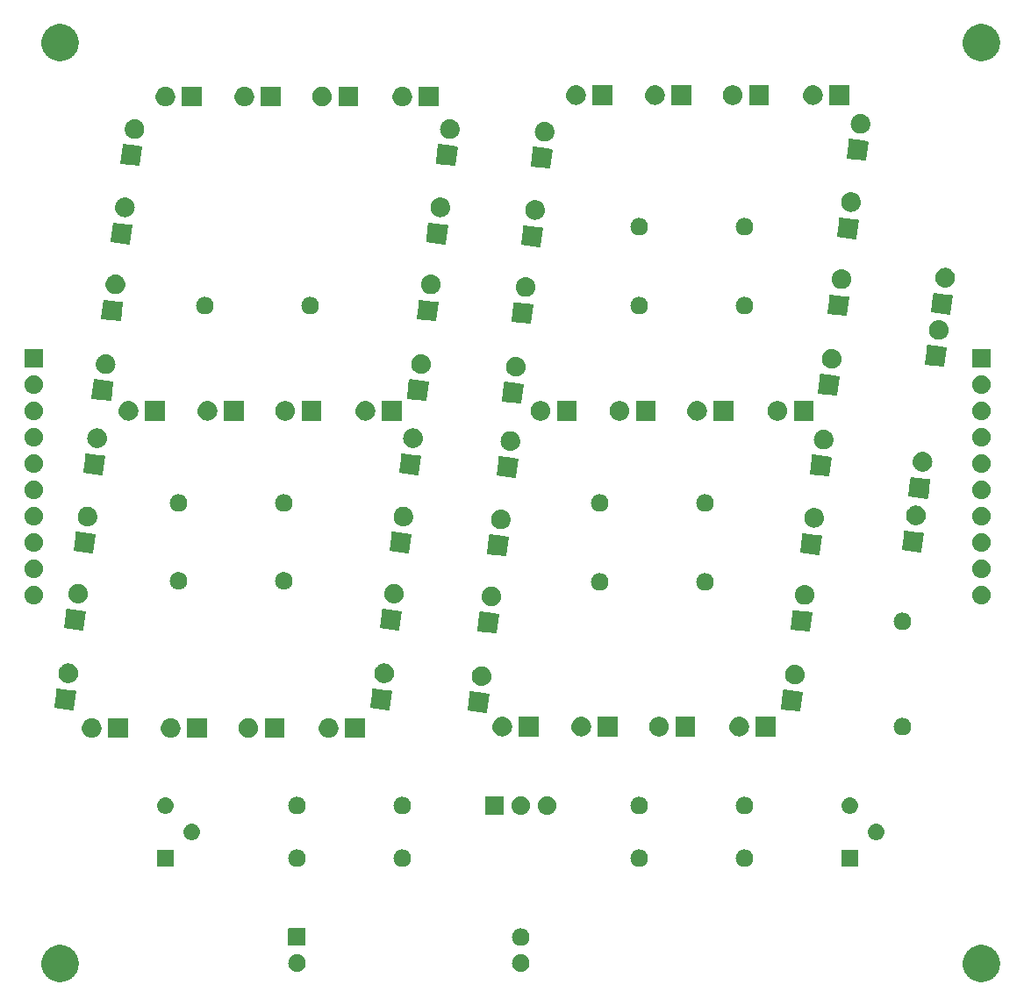
<source format=gbr>
%TF.GenerationSoftware,KiCad,Pcbnew,8.0.9*%
%TF.CreationDate,2025-03-03T18:21:59+11:00*%
%TF.ProjectId,7segment,37736567-6d65-46e7-942e-6b696361645f,rev?*%
%TF.SameCoordinates,PX292dfe0PY1d11680*%
%TF.FileFunction,Soldermask,Bot*%
%TF.FilePolarity,Negative*%
%FSLAX46Y46*%
G04 Gerber Fmt 4.6, Leading zero omitted, Abs format (unit mm)*
G04 Created by KiCad (PCBNEW 8.0.9) date 2025-03-03 18:21:59*
%MOMM*%
%LPD*%
G01*
G04 APERTURE LIST*
G04 APERTURE END LIST*
G36*
X65951Y-87104036D02*
G01*
X134589Y-87104036D01*
X196570Y-87113378D01*
X256269Y-87117648D01*
X327044Y-87133044D01*
X400760Y-87144155D01*
X454924Y-87160862D01*
X507305Y-87172257D01*
X581110Y-87199785D01*
X657979Y-87223496D01*
X703658Y-87245493D01*
X748030Y-87262044D01*
X822770Y-87302855D01*
X900500Y-87340288D01*
X937412Y-87365454D01*
X973522Y-87385172D01*
X1046907Y-87440107D01*
X1122905Y-87491922D01*
X1151220Y-87518194D01*
X1179192Y-87539134D01*
X1248708Y-87608650D01*
X1320226Y-87675009D01*
X1340540Y-87700482D01*
X1360865Y-87720807D01*
X1423896Y-87805007D01*
X1488056Y-87885461D01*
X1501317Y-87908429D01*
X1514827Y-87926477D01*
X1568719Y-88025173D01*
X1622645Y-88118575D01*
X1630119Y-88137618D01*
X1637955Y-88151969D01*
X1680138Y-88265066D01*
X1720987Y-88369146D01*
X1724184Y-88383157D01*
X1727742Y-88392694D01*
X1755789Y-88521626D01*
X1780884Y-88631575D01*
X1781502Y-88639830D01*
X1782351Y-88643730D01*
X1793985Y-88806395D01*
X1801000Y-88900000D01*
X1793984Y-88993612D01*
X1782351Y-89156269D01*
X1781502Y-89160168D01*
X1780884Y-89168425D01*
X1755784Y-89278393D01*
X1727742Y-89407305D01*
X1724185Y-89416840D01*
X1720987Y-89430854D01*
X1680131Y-89534952D01*
X1637955Y-89648030D01*
X1630120Y-89662377D01*
X1622645Y-89681425D01*
X1568709Y-89774843D01*
X1514827Y-89873522D01*
X1501319Y-89891565D01*
X1488056Y-89914539D01*
X1423884Y-89995007D01*
X1360865Y-90079192D01*
X1340544Y-90099512D01*
X1320226Y-90124991D01*
X1248694Y-90191362D01*
X1179192Y-90260865D01*
X1151225Y-90281800D01*
X1122905Y-90308078D01*
X1046892Y-90359902D01*
X973522Y-90414827D01*
X937420Y-90434540D01*
X900500Y-90459712D01*
X822755Y-90497151D01*
X748030Y-90537955D01*
X703667Y-90554501D01*
X657979Y-90576504D01*
X581094Y-90600219D01*
X507305Y-90627742D01*
X454935Y-90639134D01*
X400760Y-90655845D01*
X327029Y-90666958D01*
X256269Y-90682351D01*
X196582Y-90686619D01*
X134589Y-90695964D01*
X65937Y-90695964D01*
X0Y-90700680D01*
X-65938Y-90695964D01*
X-134589Y-90695964D01*
X-196582Y-90686620D01*
X-256270Y-90682351D01*
X-327033Y-90666957D01*
X-400760Y-90655845D01*
X-454934Y-90639134D01*
X-507306Y-90627742D01*
X-581101Y-90600217D01*
X-657979Y-90576504D01*
X-703664Y-90554503D01*
X-748031Y-90537955D01*
X-822764Y-90497147D01*
X-900500Y-90459712D01*
X-937417Y-90434542D01*
X-973523Y-90414827D01*
X-1046905Y-90359894D01*
X-1122905Y-90308078D01*
X-1151222Y-90281803D01*
X-1179193Y-90260865D01*
X-1248709Y-90191349D01*
X-1320226Y-90124991D01*
X-1340541Y-90099517D01*
X-1360866Y-90079192D01*
X-1423901Y-89994986D01*
X-1488056Y-89914539D01*
X-1501317Y-89891571D01*
X-1514828Y-89873522D01*
X-1568728Y-89774812D01*
X-1622645Y-89681425D01*
X-1630118Y-89662384D01*
X-1637956Y-89648030D01*
X-1680152Y-89534901D01*
X-1720987Y-89430854D01*
X-1724184Y-89416847D01*
X-1727743Y-89407305D01*
X-1755807Y-89278300D01*
X-1780884Y-89168425D01*
X-1781503Y-89160175D01*
X-1782352Y-89156269D01*
X-1794007Y-88993319D01*
X-1801000Y-88900000D01*
X-1794008Y-88806687D01*
X-1782352Y-88643730D01*
X-1781503Y-88639823D01*
X-1780884Y-88631575D01*
X-1755811Y-88521720D01*
X-1727743Y-88392694D01*
X-1724184Y-88383150D01*
X-1720987Y-88369146D01*
X-1680160Y-88265118D01*
X-1637956Y-88151969D01*
X-1630117Y-88137612D01*
X-1622645Y-88118575D01*
X-1568738Y-88025205D01*
X-1514828Y-87926477D01*
X-1501314Y-87908424D01*
X-1488056Y-87885461D01*
X-1423914Y-87805028D01*
X-1360866Y-87720807D01*
X-1340537Y-87700477D01*
X-1320226Y-87675009D01*
X-1248723Y-87608663D01*
X-1179193Y-87539134D01*
X-1151217Y-87518190D01*
X-1122905Y-87491922D01*
X-1046920Y-87440115D01*
X-973523Y-87385172D01*
X-937409Y-87365452D01*
X-900500Y-87340288D01*
X-822780Y-87302859D01*
X-748031Y-87262044D01*
X-703655Y-87245492D01*
X-657979Y-87223496D01*
X-581116Y-87199787D01*
X-507306Y-87172257D01*
X-454923Y-87160861D01*
X-400760Y-87144155D01*
X-327048Y-87133044D01*
X-256270Y-87117648D01*
X-196570Y-87113378D01*
X-134589Y-87104036D01*
X-65952Y-87104036D01*
X0Y-87099319D01*
X65951Y-87104036D01*
G37*
G36*
X88965951Y-87104036D02*
G01*
X89034589Y-87104036D01*
X89096570Y-87113378D01*
X89156269Y-87117648D01*
X89227044Y-87133044D01*
X89300760Y-87144155D01*
X89354924Y-87160862D01*
X89407305Y-87172257D01*
X89481110Y-87199785D01*
X89557979Y-87223496D01*
X89603658Y-87245493D01*
X89648030Y-87262044D01*
X89722770Y-87302855D01*
X89800500Y-87340288D01*
X89837412Y-87365454D01*
X89873522Y-87385172D01*
X89946907Y-87440107D01*
X90022905Y-87491922D01*
X90051220Y-87518194D01*
X90079192Y-87539134D01*
X90148708Y-87608650D01*
X90220226Y-87675009D01*
X90240540Y-87700482D01*
X90260865Y-87720807D01*
X90323896Y-87805007D01*
X90388056Y-87885461D01*
X90401317Y-87908429D01*
X90414827Y-87926477D01*
X90468719Y-88025173D01*
X90522645Y-88118575D01*
X90530119Y-88137618D01*
X90537955Y-88151969D01*
X90580138Y-88265066D01*
X90620987Y-88369146D01*
X90624184Y-88383157D01*
X90627742Y-88392694D01*
X90655789Y-88521626D01*
X90680884Y-88631575D01*
X90681502Y-88639830D01*
X90682351Y-88643730D01*
X90693985Y-88806395D01*
X90701000Y-88900000D01*
X90693984Y-88993612D01*
X90682351Y-89156269D01*
X90681502Y-89160168D01*
X90680884Y-89168425D01*
X90655784Y-89278393D01*
X90627742Y-89407305D01*
X90624185Y-89416840D01*
X90620987Y-89430854D01*
X90580131Y-89534952D01*
X90537955Y-89648030D01*
X90530120Y-89662377D01*
X90522645Y-89681425D01*
X90468709Y-89774843D01*
X90414827Y-89873522D01*
X90401319Y-89891565D01*
X90388056Y-89914539D01*
X90323884Y-89995007D01*
X90260865Y-90079192D01*
X90240544Y-90099512D01*
X90220226Y-90124991D01*
X90148694Y-90191362D01*
X90079192Y-90260865D01*
X90051225Y-90281800D01*
X90022905Y-90308078D01*
X89946892Y-90359902D01*
X89873522Y-90414827D01*
X89837420Y-90434540D01*
X89800500Y-90459712D01*
X89722755Y-90497151D01*
X89648030Y-90537955D01*
X89603667Y-90554501D01*
X89557979Y-90576504D01*
X89481094Y-90600219D01*
X89407305Y-90627742D01*
X89354935Y-90639134D01*
X89300760Y-90655845D01*
X89227029Y-90666958D01*
X89156269Y-90682351D01*
X89096582Y-90686619D01*
X89034589Y-90695964D01*
X88965937Y-90695964D01*
X88900000Y-90700680D01*
X88834062Y-90695964D01*
X88765411Y-90695964D01*
X88703418Y-90686620D01*
X88643730Y-90682351D01*
X88572967Y-90666957D01*
X88499240Y-90655845D01*
X88445066Y-90639134D01*
X88392694Y-90627742D01*
X88318899Y-90600217D01*
X88242021Y-90576504D01*
X88196336Y-90554503D01*
X88151969Y-90537955D01*
X88077236Y-90497147D01*
X87999500Y-90459712D01*
X87962583Y-90434542D01*
X87926477Y-90414827D01*
X87853095Y-90359894D01*
X87777095Y-90308078D01*
X87748778Y-90281803D01*
X87720807Y-90260865D01*
X87651291Y-90191349D01*
X87579774Y-90124991D01*
X87559459Y-90099517D01*
X87539134Y-90079192D01*
X87476099Y-89994986D01*
X87411944Y-89914539D01*
X87398683Y-89891571D01*
X87385172Y-89873522D01*
X87331272Y-89774812D01*
X87277355Y-89681425D01*
X87269882Y-89662384D01*
X87262044Y-89648030D01*
X87219848Y-89534901D01*
X87179013Y-89430854D01*
X87175816Y-89416847D01*
X87172257Y-89407305D01*
X87144193Y-89278300D01*
X87119116Y-89168425D01*
X87118497Y-89160175D01*
X87117648Y-89156269D01*
X87105993Y-88993319D01*
X87099000Y-88900000D01*
X87105992Y-88806687D01*
X87117648Y-88643730D01*
X87118497Y-88639823D01*
X87119116Y-88631575D01*
X87144189Y-88521720D01*
X87172257Y-88392694D01*
X87175816Y-88383150D01*
X87179013Y-88369146D01*
X87219840Y-88265118D01*
X87262044Y-88151969D01*
X87269883Y-88137612D01*
X87277355Y-88118575D01*
X87331262Y-88025205D01*
X87385172Y-87926477D01*
X87398686Y-87908424D01*
X87411944Y-87885461D01*
X87476086Y-87805028D01*
X87539134Y-87720807D01*
X87559463Y-87700477D01*
X87579774Y-87675009D01*
X87651277Y-87608663D01*
X87720807Y-87539134D01*
X87748783Y-87518190D01*
X87777095Y-87491922D01*
X87853080Y-87440115D01*
X87926477Y-87385172D01*
X87962591Y-87365452D01*
X87999500Y-87340288D01*
X88077220Y-87302859D01*
X88151969Y-87262044D01*
X88196345Y-87245492D01*
X88242021Y-87223496D01*
X88318884Y-87199787D01*
X88392694Y-87172257D01*
X88445077Y-87160861D01*
X88499240Y-87144155D01*
X88572952Y-87133044D01*
X88643730Y-87117648D01*
X88703430Y-87113378D01*
X88765411Y-87104036D01*
X88834048Y-87104036D01*
X88900000Y-87099319D01*
X88965951Y-87104036D01*
G37*
G36*
X22901199Y-88013662D02*
G01*
X22948954Y-88013662D01*
X22990194Y-88022427D01*
X23025901Y-88025945D01*
X23070759Y-88039552D01*
X23122973Y-88050651D01*
X23156384Y-88065526D01*
X23185435Y-88074339D01*
X23231602Y-88099015D01*
X23285500Y-88123012D01*
X23310554Y-88141215D01*
X23332453Y-88152920D01*
X23377128Y-88189584D01*
X23429430Y-88227584D01*
X23446411Y-88246443D01*
X23461320Y-88258679D01*
X23501387Y-88307501D01*
X23548473Y-88359795D01*
X23558364Y-88376927D01*
X23567079Y-88387546D01*
X23599306Y-88447840D01*
X23637427Y-88513867D01*
X23641813Y-88527368D01*
X23645660Y-88534564D01*
X23666861Y-88604455D01*
X23692404Y-88683067D01*
X23693303Y-88691623D01*
X23694054Y-88694098D01*
X23701371Y-88768389D01*
X23711000Y-88860000D01*
X23701370Y-88951619D01*
X23694054Y-89025901D01*
X23693303Y-89028375D01*
X23692404Y-89036933D01*
X23666856Y-89115558D01*
X23645660Y-89185435D01*
X23641814Y-89192629D01*
X23637427Y-89206133D01*
X23599299Y-89272172D01*
X23567079Y-89332453D01*
X23558366Y-89343069D01*
X23548473Y-89360205D01*
X23501378Y-89412509D01*
X23461320Y-89461320D01*
X23446414Y-89473552D01*
X23429430Y-89492416D01*
X23377118Y-89530423D01*
X23332453Y-89567079D01*
X23310559Y-89578780D01*
X23285500Y-89596988D01*
X23231591Y-89620989D01*
X23185435Y-89645660D01*
X23156391Y-89654470D01*
X23122973Y-89669349D01*
X23070748Y-89680449D01*
X23025901Y-89694054D01*
X22990203Y-89697570D01*
X22948954Y-89706338D01*
X22901188Y-89706338D01*
X22860000Y-89710395D01*
X22818811Y-89706338D01*
X22771046Y-89706338D01*
X22729797Y-89697570D01*
X22694098Y-89694054D01*
X22649248Y-89680448D01*
X22597027Y-89669349D01*
X22563610Y-89654471D01*
X22534564Y-89645660D01*
X22488402Y-89620986D01*
X22434500Y-89596988D01*
X22409443Y-89578783D01*
X22387546Y-89567079D01*
X22342873Y-89530416D01*
X22290570Y-89492416D01*
X22273588Y-89473555D01*
X22258679Y-89461320D01*
X22218610Y-89412496D01*
X22171527Y-89360205D01*
X22161636Y-89343073D01*
X22152920Y-89332453D01*
X22120687Y-89272148D01*
X22082573Y-89206133D01*
X22078186Y-89192634D01*
X22074339Y-89185435D01*
X22053128Y-89115512D01*
X22027596Y-89036933D01*
X22026697Y-89028380D01*
X22025945Y-89025901D01*
X22018613Y-88951467D01*
X22009000Y-88860000D01*
X22018612Y-88768540D01*
X22025945Y-88694098D01*
X22026697Y-88691618D01*
X22027596Y-88683067D01*
X22053123Y-88604502D01*
X22074339Y-88534564D01*
X22078187Y-88527363D01*
X22082573Y-88513867D01*
X22120680Y-88447863D01*
X22152920Y-88387546D01*
X22161638Y-88376923D01*
X22171527Y-88359795D01*
X22218601Y-88307513D01*
X22258679Y-88258679D01*
X22273591Y-88246440D01*
X22290570Y-88227584D01*
X22342862Y-88189591D01*
X22387546Y-88152920D01*
X22409448Y-88141213D01*
X22434500Y-88123012D01*
X22488391Y-88099018D01*
X22534564Y-88074339D01*
X22563617Y-88065525D01*
X22597027Y-88050651D01*
X22649237Y-88039553D01*
X22694098Y-88025945D01*
X22729806Y-88022427D01*
X22771046Y-88013662D01*
X22818801Y-88013662D01*
X22860000Y-88009604D01*
X22901199Y-88013662D01*
G37*
G36*
X44491199Y-88013662D02*
G01*
X44538954Y-88013662D01*
X44580194Y-88022427D01*
X44615901Y-88025945D01*
X44660759Y-88039552D01*
X44712973Y-88050651D01*
X44746384Y-88065526D01*
X44775435Y-88074339D01*
X44821602Y-88099015D01*
X44875500Y-88123012D01*
X44900554Y-88141215D01*
X44922453Y-88152920D01*
X44967128Y-88189584D01*
X45019430Y-88227584D01*
X45036411Y-88246443D01*
X45051320Y-88258679D01*
X45091387Y-88307501D01*
X45138473Y-88359795D01*
X45148364Y-88376927D01*
X45157079Y-88387546D01*
X45189306Y-88447840D01*
X45227427Y-88513867D01*
X45231813Y-88527368D01*
X45235660Y-88534564D01*
X45256861Y-88604455D01*
X45282404Y-88683067D01*
X45283303Y-88691623D01*
X45284054Y-88694098D01*
X45291371Y-88768389D01*
X45301000Y-88860000D01*
X45291370Y-88951619D01*
X45284054Y-89025901D01*
X45283303Y-89028375D01*
X45282404Y-89036933D01*
X45256856Y-89115558D01*
X45235660Y-89185435D01*
X45231814Y-89192629D01*
X45227427Y-89206133D01*
X45189299Y-89272172D01*
X45157079Y-89332453D01*
X45148366Y-89343069D01*
X45138473Y-89360205D01*
X45091378Y-89412509D01*
X45051320Y-89461320D01*
X45036414Y-89473552D01*
X45019430Y-89492416D01*
X44967118Y-89530423D01*
X44922453Y-89567079D01*
X44900559Y-89578780D01*
X44875500Y-89596988D01*
X44821591Y-89620989D01*
X44775435Y-89645660D01*
X44746391Y-89654470D01*
X44712973Y-89669349D01*
X44660748Y-89680449D01*
X44615901Y-89694054D01*
X44580203Y-89697570D01*
X44538954Y-89706338D01*
X44491188Y-89706338D01*
X44450000Y-89710395D01*
X44408811Y-89706338D01*
X44361046Y-89706338D01*
X44319797Y-89697570D01*
X44284098Y-89694054D01*
X44239248Y-89680448D01*
X44187027Y-89669349D01*
X44153610Y-89654471D01*
X44124564Y-89645660D01*
X44078402Y-89620986D01*
X44024500Y-89596988D01*
X43999443Y-89578783D01*
X43977546Y-89567079D01*
X43932873Y-89530416D01*
X43880570Y-89492416D01*
X43863588Y-89473555D01*
X43848679Y-89461320D01*
X43808610Y-89412496D01*
X43761527Y-89360205D01*
X43751636Y-89343073D01*
X43742920Y-89332453D01*
X43710687Y-89272148D01*
X43672573Y-89206133D01*
X43668186Y-89192634D01*
X43664339Y-89185435D01*
X43643128Y-89115512D01*
X43617596Y-89036933D01*
X43616697Y-89028380D01*
X43615945Y-89025901D01*
X43608613Y-88951467D01*
X43599000Y-88860000D01*
X43608612Y-88768540D01*
X43615945Y-88694098D01*
X43616697Y-88691618D01*
X43617596Y-88683067D01*
X43643123Y-88604502D01*
X43664339Y-88534564D01*
X43668187Y-88527363D01*
X43672573Y-88513867D01*
X43710680Y-88447863D01*
X43742920Y-88387546D01*
X43751638Y-88376923D01*
X43761527Y-88359795D01*
X43808601Y-88307513D01*
X43848679Y-88258679D01*
X43863591Y-88246440D01*
X43880570Y-88227584D01*
X43932862Y-88189591D01*
X43977546Y-88152920D01*
X43999448Y-88141213D01*
X44024500Y-88123012D01*
X44078391Y-88099018D01*
X44124564Y-88074339D01*
X44153617Y-88065525D01*
X44187027Y-88050651D01*
X44239237Y-88039553D01*
X44284098Y-88025945D01*
X44319806Y-88022427D01*
X44361046Y-88013662D01*
X44408801Y-88013662D01*
X44450000Y-88009604D01*
X44491199Y-88013662D01*
G37*
G36*
X23679517Y-85512882D02*
G01*
X23696062Y-85523938D01*
X23707118Y-85540483D01*
X23711000Y-85560000D01*
X23711000Y-87160000D01*
X23707118Y-87179517D01*
X23696062Y-87196062D01*
X23679517Y-87207118D01*
X23660000Y-87211000D01*
X22060000Y-87211000D01*
X22040483Y-87207118D01*
X22023938Y-87196062D01*
X22012882Y-87179517D01*
X22009000Y-87160000D01*
X22009000Y-85560000D01*
X22012882Y-85540483D01*
X22023938Y-85523938D01*
X22040483Y-85512882D01*
X22060000Y-85509000D01*
X23660000Y-85509000D01*
X23679517Y-85512882D01*
G37*
G36*
X44491199Y-85513662D02*
G01*
X44538954Y-85513662D01*
X44580194Y-85522427D01*
X44615901Y-85525945D01*
X44660759Y-85539552D01*
X44712973Y-85550651D01*
X44746384Y-85565526D01*
X44775435Y-85574339D01*
X44821602Y-85599015D01*
X44875500Y-85623012D01*
X44900554Y-85641215D01*
X44922453Y-85652920D01*
X44967128Y-85689584D01*
X45019430Y-85727584D01*
X45036411Y-85746443D01*
X45051320Y-85758679D01*
X45091387Y-85807501D01*
X45138473Y-85859795D01*
X45148364Y-85876927D01*
X45157079Y-85887546D01*
X45189306Y-85947840D01*
X45227427Y-86013867D01*
X45231813Y-86027368D01*
X45235660Y-86034564D01*
X45256861Y-86104455D01*
X45282404Y-86183067D01*
X45283303Y-86191623D01*
X45284054Y-86194098D01*
X45291371Y-86268389D01*
X45301000Y-86360000D01*
X45291370Y-86451619D01*
X45284054Y-86525901D01*
X45283303Y-86528375D01*
X45282404Y-86536933D01*
X45256856Y-86615558D01*
X45235660Y-86685435D01*
X45231814Y-86692629D01*
X45227427Y-86706133D01*
X45189299Y-86772172D01*
X45157079Y-86832453D01*
X45148366Y-86843069D01*
X45138473Y-86860205D01*
X45091378Y-86912509D01*
X45051320Y-86961320D01*
X45036414Y-86973552D01*
X45019430Y-86992416D01*
X44967118Y-87030423D01*
X44922453Y-87067079D01*
X44900559Y-87078780D01*
X44875500Y-87096988D01*
X44821591Y-87120989D01*
X44775435Y-87145660D01*
X44746391Y-87154470D01*
X44712973Y-87169349D01*
X44660748Y-87180449D01*
X44615901Y-87194054D01*
X44580203Y-87197570D01*
X44538954Y-87206338D01*
X44491188Y-87206338D01*
X44450000Y-87210395D01*
X44408811Y-87206338D01*
X44361046Y-87206338D01*
X44319797Y-87197570D01*
X44284098Y-87194054D01*
X44239248Y-87180448D01*
X44187027Y-87169349D01*
X44153610Y-87154471D01*
X44124564Y-87145660D01*
X44078402Y-87120986D01*
X44024500Y-87096988D01*
X43999443Y-87078783D01*
X43977546Y-87067079D01*
X43932873Y-87030416D01*
X43880570Y-86992416D01*
X43863588Y-86973555D01*
X43848679Y-86961320D01*
X43808610Y-86912496D01*
X43761527Y-86860205D01*
X43751636Y-86843073D01*
X43742920Y-86832453D01*
X43710687Y-86772148D01*
X43672573Y-86706133D01*
X43668186Y-86692634D01*
X43664339Y-86685435D01*
X43643128Y-86615512D01*
X43617596Y-86536933D01*
X43616697Y-86528380D01*
X43615945Y-86525901D01*
X43608613Y-86451467D01*
X43599000Y-86360000D01*
X43608612Y-86268540D01*
X43615945Y-86194098D01*
X43616697Y-86191618D01*
X43617596Y-86183067D01*
X43643123Y-86104502D01*
X43664339Y-86034564D01*
X43668187Y-86027363D01*
X43672573Y-86013867D01*
X43710680Y-85947863D01*
X43742920Y-85887546D01*
X43751638Y-85876923D01*
X43761527Y-85859795D01*
X43808601Y-85807513D01*
X43848679Y-85758679D01*
X43863591Y-85746440D01*
X43880570Y-85727584D01*
X43932862Y-85689591D01*
X43977546Y-85652920D01*
X43999448Y-85641213D01*
X44024500Y-85623012D01*
X44078391Y-85599018D01*
X44124564Y-85574339D01*
X44153617Y-85565525D01*
X44187027Y-85550651D01*
X44239237Y-85539553D01*
X44284098Y-85525945D01*
X44319806Y-85522427D01*
X44361046Y-85513662D01*
X44408801Y-85513662D01*
X44450000Y-85509604D01*
X44491199Y-85513662D01*
G37*
G36*
X22901199Y-77893662D02*
G01*
X22948954Y-77893662D01*
X22990194Y-77902427D01*
X23025901Y-77905945D01*
X23070759Y-77919552D01*
X23122973Y-77930651D01*
X23156384Y-77945526D01*
X23185435Y-77954339D01*
X23231602Y-77979015D01*
X23285500Y-78003012D01*
X23310554Y-78021215D01*
X23332453Y-78032920D01*
X23377128Y-78069584D01*
X23429430Y-78107584D01*
X23446411Y-78126443D01*
X23461320Y-78138679D01*
X23501387Y-78187501D01*
X23548473Y-78239795D01*
X23558364Y-78256927D01*
X23567079Y-78267546D01*
X23599306Y-78327840D01*
X23637427Y-78393867D01*
X23641813Y-78407368D01*
X23645660Y-78414564D01*
X23666861Y-78484455D01*
X23692404Y-78563067D01*
X23693303Y-78571623D01*
X23694054Y-78574098D01*
X23701371Y-78648389D01*
X23711000Y-78740000D01*
X23701370Y-78831619D01*
X23694054Y-78905901D01*
X23693303Y-78908375D01*
X23692404Y-78916933D01*
X23666856Y-78995558D01*
X23645660Y-79065435D01*
X23641814Y-79072629D01*
X23637427Y-79086133D01*
X23599299Y-79152172D01*
X23567079Y-79212453D01*
X23558366Y-79223069D01*
X23548473Y-79240205D01*
X23501378Y-79292509D01*
X23461320Y-79341320D01*
X23446414Y-79353552D01*
X23429430Y-79372416D01*
X23377118Y-79410423D01*
X23332453Y-79447079D01*
X23310559Y-79458780D01*
X23285500Y-79476988D01*
X23231591Y-79500989D01*
X23185435Y-79525660D01*
X23156391Y-79534470D01*
X23122973Y-79549349D01*
X23070748Y-79560449D01*
X23025901Y-79574054D01*
X22990203Y-79577570D01*
X22948954Y-79586338D01*
X22901188Y-79586338D01*
X22860000Y-79590395D01*
X22818811Y-79586338D01*
X22771046Y-79586338D01*
X22729797Y-79577570D01*
X22694098Y-79574054D01*
X22649248Y-79560448D01*
X22597027Y-79549349D01*
X22563610Y-79534471D01*
X22534564Y-79525660D01*
X22488402Y-79500986D01*
X22434500Y-79476988D01*
X22409443Y-79458783D01*
X22387546Y-79447079D01*
X22342873Y-79410416D01*
X22290570Y-79372416D01*
X22273588Y-79353555D01*
X22258679Y-79341320D01*
X22218610Y-79292496D01*
X22171527Y-79240205D01*
X22161636Y-79223073D01*
X22152920Y-79212453D01*
X22120687Y-79152148D01*
X22082573Y-79086133D01*
X22078186Y-79072634D01*
X22074339Y-79065435D01*
X22053128Y-78995512D01*
X22027596Y-78916933D01*
X22026697Y-78908380D01*
X22025945Y-78905901D01*
X22018613Y-78831467D01*
X22009000Y-78740000D01*
X22018612Y-78648540D01*
X22025945Y-78574098D01*
X22026697Y-78571618D01*
X22027596Y-78563067D01*
X22053123Y-78484502D01*
X22074339Y-78414564D01*
X22078187Y-78407363D01*
X22082573Y-78393867D01*
X22120680Y-78327863D01*
X22152920Y-78267546D01*
X22161638Y-78256923D01*
X22171527Y-78239795D01*
X22218601Y-78187513D01*
X22258679Y-78138679D01*
X22273591Y-78126440D01*
X22290570Y-78107584D01*
X22342862Y-78069591D01*
X22387546Y-78032920D01*
X22409448Y-78021213D01*
X22434500Y-78003012D01*
X22488391Y-77979018D01*
X22534564Y-77954339D01*
X22563617Y-77945525D01*
X22597027Y-77930651D01*
X22649237Y-77919553D01*
X22694098Y-77905945D01*
X22729806Y-77902427D01*
X22771046Y-77893662D01*
X22818801Y-77893662D01*
X22860000Y-77889604D01*
X22901199Y-77893662D01*
G37*
G36*
X33061199Y-77893662D02*
G01*
X33108954Y-77893662D01*
X33150194Y-77902427D01*
X33185901Y-77905945D01*
X33230759Y-77919552D01*
X33282973Y-77930651D01*
X33316384Y-77945526D01*
X33345435Y-77954339D01*
X33391602Y-77979015D01*
X33445500Y-78003012D01*
X33470554Y-78021215D01*
X33492453Y-78032920D01*
X33537128Y-78069584D01*
X33589430Y-78107584D01*
X33606411Y-78126443D01*
X33621320Y-78138679D01*
X33661387Y-78187501D01*
X33708473Y-78239795D01*
X33718364Y-78256927D01*
X33727079Y-78267546D01*
X33759306Y-78327840D01*
X33797427Y-78393867D01*
X33801813Y-78407368D01*
X33805660Y-78414564D01*
X33826861Y-78484455D01*
X33852404Y-78563067D01*
X33853303Y-78571623D01*
X33854054Y-78574098D01*
X33861371Y-78648389D01*
X33871000Y-78740000D01*
X33861370Y-78831619D01*
X33854054Y-78905901D01*
X33853303Y-78908375D01*
X33852404Y-78916933D01*
X33826856Y-78995558D01*
X33805660Y-79065435D01*
X33801814Y-79072629D01*
X33797427Y-79086133D01*
X33759299Y-79152172D01*
X33727079Y-79212453D01*
X33718366Y-79223069D01*
X33708473Y-79240205D01*
X33661378Y-79292509D01*
X33621320Y-79341320D01*
X33606414Y-79353552D01*
X33589430Y-79372416D01*
X33537118Y-79410423D01*
X33492453Y-79447079D01*
X33470559Y-79458780D01*
X33445500Y-79476988D01*
X33391591Y-79500989D01*
X33345435Y-79525660D01*
X33316391Y-79534470D01*
X33282973Y-79549349D01*
X33230748Y-79560449D01*
X33185901Y-79574054D01*
X33150203Y-79577570D01*
X33108954Y-79586338D01*
X33061188Y-79586338D01*
X33020000Y-79590395D01*
X32978811Y-79586338D01*
X32931046Y-79586338D01*
X32889797Y-79577570D01*
X32854098Y-79574054D01*
X32809248Y-79560448D01*
X32757027Y-79549349D01*
X32723610Y-79534471D01*
X32694564Y-79525660D01*
X32648402Y-79500986D01*
X32594500Y-79476988D01*
X32569443Y-79458783D01*
X32547546Y-79447079D01*
X32502873Y-79410416D01*
X32450570Y-79372416D01*
X32433588Y-79353555D01*
X32418679Y-79341320D01*
X32378610Y-79292496D01*
X32331527Y-79240205D01*
X32321636Y-79223073D01*
X32312920Y-79212453D01*
X32280687Y-79152148D01*
X32242573Y-79086133D01*
X32238186Y-79072634D01*
X32234339Y-79065435D01*
X32213128Y-78995512D01*
X32187596Y-78916933D01*
X32186697Y-78908380D01*
X32185945Y-78905901D01*
X32178613Y-78831467D01*
X32169000Y-78740000D01*
X32178612Y-78648540D01*
X32185945Y-78574098D01*
X32186697Y-78571618D01*
X32187596Y-78563067D01*
X32213123Y-78484502D01*
X32234339Y-78414564D01*
X32238187Y-78407363D01*
X32242573Y-78393867D01*
X32280680Y-78327863D01*
X32312920Y-78267546D01*
X32321638Y-78256923D01*
X32331527Y-78239795D01*
X32378601Y-78187513D01*
X32418679Y-78138679D01*
X32433591Y-78126440D01*
X32450570Y-78107584D01*
X32502862Y-78069591D01*
X32547546Y-78032920D01*
X32569448Y-78021213D01*
X32594500Y-78003012D01*
X32648391Y-77979018D01*
X32694564Y-77954339D01*
X32723617Y-77945525D01*
X32757027Y-77930651D01*
X32809237Y-77919553D01*
X32854098Y-77905945D01*
X32889806Y-77902427D01*
X32931046Y-77893662D01*
X32978801Y-77893662D01*
X33020000Y-77889604D01*
X33061199Y-77893662D01*
G37*
G36*
X55921199Y-77893662D02*
G01*
X55968954Y-77893662D01*
X56010194Y-77902427D01*
X56045901Y-77905945D01*
X56090759Y-77919552D01*
X56142973Y-77930651D01*
X56176384Y-77945526D01*
X56205435Y-77954339D01*
X56251602Y-77979015D01*
X56305500Y-78003012D01*
X56330554Y-78021215D01*
X56352453Y-78032920D01*
X56397128Y-78069584D01*
X56449430Y-78107584D01*
X56466411Y-78126443D01*
X56481320Y-78138679D01*
X56521387Y-78187501D01*
X56568473Y-78239795D01*
X56578364Y-78256927D01*
X56587079Y-78267546D01*
X56619306Y-78327840D01*
X56657427Y-78393867D01*
X56661813Y-78407368D01*
X56665660Y-78414564D01*
X56686861Y-78484455D01*
X56712404Y-78563067D01*
X56713303Y-78571623D01*
X56714054Y-78574098D01*
X56721371Y-78648389D01*
X56731000Y-78740000D01*
X56721370Y-78831619D01*
X56714054Y-78905901D01*
X56713303Y-78908375D01*
X56712404Y-78916933D01*
X56686856Y-78995558D01*
X56665660Y-79065435D01*
X56661814Y-79072629D01*
X56657427Y-79086133D01*
X56619299Y-79152172D01*
X56587079Y-79212453D01*
X56578366Y-79223069D01*
X56568473Y-79240205D01*
X56521378Y-79292509D01*
X56481320Y-79341320D01*
X56466414Y-79353552D01*
X56449430Y-79372416D01*
X56397118Y-79410423D01*
X56352453Y-79447079D01*
X56330559Y-79458780D01*
X56305500Y-79476988D01*
X56251591Y-79500989D01*
X56205435Y-79525660D01*
X56176391Y-79534470D01*
X56142973Y-79549349D01*
X56090748Y-79560449D01*
X56045901Y-79574054D01*
X56010203Y-79577570D01*
X55968954Y-79586338D01*
X55921188Y-79586338D01*
X55880000Y-79590395D01*
X55838811Y-79586338D01*
X55791046Y-79586338D01*
X55749797Y-79577570D01*
X55714098Y-79574054D01*
X55669248Y-79560448D01*
X55617027Y-79549349D01*
X55583610Y-79534471D01*
X55554564Y-79525660D01*
X55508402Y-79500986D01*
X55454500Y-79476988D01*
X55429443Y-79458783D01*
X55407546Y-79447079D01*
X55362873Y-79410416D01*
X55310570Y-79372416D01*
X55293588Y-79353555D01*
X55278679Y-79341320D01*
X55238610Y-79292496D01*
X55191527Y-79240205D01*
X55181636Y-79223073D01*
X55172920Y-79212453D01*
X55140687Y-79152148D01*
X55102573Y-79086133D01*
X55098186Y-79072634D01*
X55094339Y-79065435D01*
X55073128Y-78995512D01*
X55047596Y-78916933D01*
X55046697Y-78908380D01*
X55045945Y-78905901D01*
X55038613Y-78831467D01*
X55029000Y-78740000D01*
X55038612Y-78648540D01*
X55045945Y-78574098D01*
X55046697Y-78571618D01*
X55047596Y-78563067D01*
X55073123Y-78484502D01*
X55094339Y-78414564D01*
X55098187Y-78407363D01*
X55102573Y-78393867D01*
X55140680Y-78327863D01*
X55172920Y-78267546D01*
X55181638Y-78256923D01*
X55191527Y-78239795D01*
X55238601Y-78187513D01*
X55278679Y-78138679D01*
X55293591Y-78126440D01*
X55310570Y-78107584D01*
X55362862Y-78069591D01*
X55407546Y-78032920D01*
X55429448Y-78021213D01*
X55454500Y-78003012D01*
X55508391Y-77979018D01*
X55554564Y-77954339D01*
X55583617Y-77945525D01*
X55617027Y-77930651D01*
X55669237Y-77919553D01*
X55714098Y-77905945D01*
X55749806Y-77902427D01*
X55791046Y-77893662D01*
X55838801Y-77893662D01*
X55880000Y-77889604D01*
X55921199Y-77893662D01*
G37*
G36*
X66081199Y-77893662D02*
G01*
X66128954Y-77893662D01*
X66170194Y-77902427D01*
X66205901Y-77905945D01*
X66250759Y-77919552D01*
X66302973Y-77930651D01*
X66336384Y-77945526D01*
X66365435Y-77954339D01*
X66411602Y-77979015D01*
X66465500Y-78003012D01*
X66490554Y-78021215D01*
X66512453Y-78032920D01*
X66557128Y-78069584D01*
X66609430Y-78107584D01*
X66626411Y-78126443D01*
X66641320Y-78138679D01*
X66681387Y-78187501D01*
X66728473Y-78239795D01*
X66738364Y-78256927D01*
X66747079Y-78267546D01*
X66779306Y-78327840D01*
X66817427Y-78393867D01*
X66821813Y-78407368D01*
X66825660Y-78414564D01*
X66846861Y-78484455D01*
X66872404Y-78563067D01*
X66873303Y-78571623D01*
X66874054Y-78574098D01*
X66881371Y-78648389D01*
X66891000Y-78740000D01*
X66881370Y-78831619D01*
X66874054Y-78905901D01*
X66873303Y-78908375D01*
X66872404Y-78916933D01*
X66846856Y-78995558D01*
X66825660Y-79065435D01*
X66821814Y-79072629D01*
X66817427Y-79086133D01*
X66779299Y-79152172D01*
X66747079Y-79212453D01*
X66738366Y-79223069D01*
X66728473Y-79240205D01*
X66681378Y-79292509D01*
X66641320Y-79341320D01*
X66626414Y-79353552D01*
X66609430Y-79372416D01*
X66557118Y-79410423D01*
X66512453Y-79447079D01*
X66490559Y-79458780D01*
X66465500Y-79476988D01*
X66411591Y-79500989D01*
X66365435Y-79525660D01*
X66336391Y-79534470D01*
X66302973Y-79549349D01*
X66250748Y-79560449D01*
X66205901Y-79574054D01*
X66170203Y-79577570D01*
X66128954Y-79586338D01*
X66081188Y-79586338D01*
X66040000Y-79590395D01*
X65998811Y-79586338D01*
X65951046Y-79586338D01*
X65909797Y-79577570D01*
X65874098Y-79574054D01*
X65829248Y-79560448D01*
X65777027Y-79549349D01*
X65743610Y-79534471D01*
X65714564Y-79525660D01*
X65668402Y-79500986D01*
X65614500Y-79476988D01*
X65589443Y-79458783D01*
X65567546Y-79447079D01*
X65522873Y-79410416D01*
X65470570Y-79372416D01*
X65453588Y-79353555D01*
X65438679Y-79341320D01*
X65398610Y-79292496D01*
X65351527Y-79240205D01*
X65341636Y-79223073D01*
X65332920Y-79212453D01*
X65300687Y-79152148D01*
X65262573Y-79086133D01*
X65258186Y-79072634D01*
X65254339Y-79065435D01*
X65233128Y-78995512D01*
X65207596Y-78916933D01*
X65206697Y-78908380D01*
X65205945Y-78905901D01*
X65198613Y-78831467D01*
X65189000Y-78740000D01*
X65198612Y-78648540D01*
X65205945Y-78574098D01*
X65206697Y-78571618D01*
X65207596Y-78563067D01*
X65233123Y-78484502D01*
X65254339Y-78414564D01*
X65258187Y-78407363D01*
X65262573Y-78393867D01*
X65300680Y-78327863D01*
X65332920Y-78267546D01*
X65341638Y-78256923D01*
X65351527Y-78239795D01*
X65398601Y-78187513D01*
X65438679Y-78138679D01*
X65453591Y-78126440D01*
X65470570Y-78107584D01*
X65522862Y-78069591D01*
X65567546Y-78032920D01*
X65589448Y-78021213D01*
X65614500Y-78003012D01*
X65668391Y-77979018D01*
X65714564Y-77954339D01*
X65743617Y-77945525D01*
X65777027Y-77930651D01*
X65829237Y-77919553D01*
X65874098Y-77905945D01*
X65909806Y-77902427D01*
X65951046Y-77893662D01*
X65998801Y-77893662D01*
X66040000Y-77889604D01*
X66081199Y-77893662D01*
G37*
G36*
X10929517Y-77942882D02*
G01*
X10946062Y-77953938D01*
X10957118Y-77970483D01*
X10961000Y-77990000D01*
X10961000Y-79490000D01*
X10957118Y-79509517D01*
X10946062Y-79526062D01*
X10929517Y-79537118D01*
X10910000Y-79541000D01*
X9410000Y-79541000D01*
X9390483Y-79537118D01*
X9373938Y-79526062D01*
X9362882Y-79509517D01*
X9359000Y-79490000D01*
X9359000Y-77990000D01*
X9362882Y-77970483D01*
X9373938Y-77953938D01*
X9390483Y-77942882D01*
X9410000Y-77939000D01*
X10910000Y-77939000D01*
X10929517Y-77942882D01*
G37*
G36*
X76969517Y-77942882D02*
G01*
X76986062Y-77953938D01*
X76997118Y-77970483D01*
X77001000Y-77990000D01*
X77001000Y-79490000D01*
X76997118Y-79509517D01*
X76986062Y-79526062D01*
X76969517Y-79537118D01*
X76950000Y-79541000D01*
X75450000Y-79541000D01*
X75430483Y-79537118D01*
X75413938Y-79526062D01*
X75402882Y-79509517D01*
X75399000Y-79490000D01*
X75399000Y-77990000D01*
X75402882Y-77970483D01*
X75413938Y-77953938D01*
X75430483Y-77942882D01*
X75450000Y-77939000D01*
X76950000Y-77939000D01*
X76969517Y-77942882D01*
G37*
G36*
X12745023Y-75404073D02*
G01*
X12783657Y-75404073D01*
X12827240Y-75413336D01*
X12878239Y-75419083D01*
X12915321Y-75432058D01*
X12947306Y-75438857D01*
X12993401Y-75459379D01*
X13047541Y-75478324D01*
X13075719Y-75496029D01*
X13100157Y-75506910D01*
X13145720Y-75540014D01*
X13199415Y-75573753D01*
X13218700Y-75593038D01*
X13235512Y-75605253D01*
X13277076Y-75651414D01*
X13326247Y-75700585D01*
X13337555Y-75718582D01*
X13347467Y-75729590D01*
X13381376Y-75788322D01*
X13421676Y-75852459D01*
X13426707Y-75866838D01*
X13431120Y-75874481D01*
X13453718Y-75944030D01*
X13480917Y-76021761D01*
X13481948Y-76030913D01*
X13482823Y-76033606D01*
X13490750Y-76109038D01*
X13501000Y-76200000D01*
X13490750Y-76290969D01*
X13482823Y-76366393D01*
X13481948Y-76369084D01*
X13480917Y-76378239D01*
X13453713Y-76455982D01*
X13431120Y-76525518D01*
X13426708Y-76533159D01*
X13421676Y-76547541D01*
X13381369Y-76611688D01*
X13347467Y-76670409D01*
X13337557Y-76681414D01*
X13326247Y-76699415D01*
X13277067Y-76748594D01*
X13235512Y-76794746D01*
X13218704Y-76806957D01*
X13199415Y-76826247D01*
X13145710Y-76859992D01*
X13100157Y-76893089D01*
X13075725Y-76903966D01*
X13047541Y-76921676D01*
X12993391Y-76940623D01*
X12947306Y-76961142D01*
X12915327Y-76967939D01*
X12878239Y-76980917D01*
X12827237Y-76986663D01*
X12783657Y-76995927D01*
X12745023Y-76995927D01*
X12700000Y-77001000D01*
X12654977Y-76995927D01*
X12616343Y-76995927D01*
X12572761Y-76986663D01*
X12521761Y-76980917D01*
X12484674Y-76967939D01*
X12452693Y-76961142D01*
X12406603Y-76940622D01*
X12352459Y-76921676D01*
X12324277Y-76903968D01*
X12299842Y-76893089D01*
X12254282Y-76859987D01*
X12200585Y-76826247D01*
X12181298Y-76806960D01*
X12164487Y-76794746D01*
X12122922Y-76748584D01*
X12073753Y-76699415D01*
X12062444Y-76681418D01*
X12052532Y-76670409D01*
X12018618Y-76611668D01*
X11978324Y-76547541D01*
X11973293Y-76533163D01*
X11968879Y-76525518D01*
X11946272Y-76455942D01*
X11919083Y-76378239D01*
X11918052Y-76369089D01*
X11917176Y-76366393D01*
X11909235Y-76290837D01*
X11899000Y-76200000D01*
X11909234Y-76109170D01*
X11917176Y-76033606D01*
X11918052Y-76030909D01*
X11919083Y-76021761D01*
X11946267Y-75944070D01*
X11968879Y-75874481D01*
X11973293Y-75866834D01*
X11978324Y-75852459D01*
X12018611Y-75788342D01*
X12052532Y-75729590D01*
X12062446Y-75718578D01*
X12073753Y-75700585D01*
X12122913Y-75651424D01*
X12164487Y-75605253D01*
X12181301Y-75593036D01*
X12200585Y-75573753D01*
X12254278Y-75540015D01*
X12299846Y-75506908D01*
X12324284Y-75496027D01*
X12352459Y-75478324D01*
X12406587Y-75459383D01*
X12452689Y-75438858D01*
X12484679Y-75432058D01*
X12521761Y-75419083D01*
X12572759Y-75413336D01*
X12616343Y-75404073D01*
X12654977Y-75404073D01*
X12700000Y-75399000D01*
X12745023Y-75404073D01*
G37*
G36*
X78785023Y-75404073D02*
G01*
X78823657Y-75404073D01*
X78867240Y-75413336D01*
X78918239Y-75419083D01*
X78955321Y-75432058D01*
X78987306Y-75438857D01*
X79033401Y-75459379D01*
X79087541Y-75478324D01*
X79115719Y-75496029D01*
X79140157Y-75506910D01*
X79185720Y-75540014D01*
X79239415Y-75573753D01*
X79258700Y-75593038D01*
X79275512Y-75605253D01*
X79317076Y-75651414D01*
X79366247Y-75700585D01*
X79377555Y-75718582D01*
X79387467Y-75729590D01*
X79421376Y-75788322D01*
X79461676Y-75852459D01*
X79466707Y-75866838D01*
X79471120Y-75874481D01*
X79493718Y-75944030D01*
X79520917Y-76021761D01*
X79521948Y-76030913D01*
X79522823Y-76033606D01*
X79530750Y-76109038D01*
X79541000Y-76200000D01*
X79530750Y-76290969D01*
X79522823Y-76366393D01*
X79521948Y-76369084D01*
X79520917Y-76378239D01*
X79493713Y-76455982D01*
X79471120Y-76525518D01*
X79466708Y-76533159D01*
X79461676Y-76547541D01*
X79421369Y-76611688D01*
X79387467Y-76670409D01*
X79377557Y-76681414D01*
X79366247Y-76699415D01*
X79317067Y-76748594D01*
X79275512Y-76794746D01*
X79258704Y-76806957D01*
X79239415Y-76826247D01*
X79185710Y-76859992D01*
X79140157Y-76893089D01*
X79115725Y-76903966D01*
X79087541Y-76921676D01*
X79033391Y-76940623D01*
X78987306Y-76961142D01*
X78955327Y-76967939D01*
X78918239Y-76980917D01*
X78867237Y-76986663D01*
X78823657Y-76995927D01*
X78785023Y-76995927D01*
X78740000Y-77001000D01*
X78694977Y-76995927D01*
X78656343Y-76995927D01*
X78612761Y-76986663D01*
X78561761Y-76980917D01*
X78524674Y-76967939D01*
X78492693Y-76961142D01*
X78446603Y-76940622D01*
X78392459Y-76921676D01*
X78364277Y-76903968D01*
X78339842Y-76893089D01*
X78294282Y-76859987D01*
X78240585Y-76826247D01*
X78221298Y-76806960D01*
X78204487Y-76794746D01*
X78162922Y-76748584D01*
X78113753Y-76699415D01*
X78102444Y-76681418D01*
X78092532Y-76670409D01*
X78058618Y-76611668D01*
X78018324Y-76547541D01*
X78013293Y-76533163D01*
X78008879Y-76525518D01*
X77986272Y-76455942D01*
X77959083Y-76378239D01*
X77958052Y-76369089D01*
X77957176Y-76366393D01*
X77949235Y-76290837D01*
X77939000Y-76200000D01*
X77949234Y-76109170D01*
X77957176Y-76033606D01*
X77958052Y-76030909D01*
X77959083Y-76021761D01*
X77986267Y-75944070D01*
X78008879Y-75874481D01*
X78013293Y-75866834D01*
X78018324Y-75852459D01*
X78058611Y-75788342D01*
X78092532Y-75729590D01*
X78102446Y-75718578D01*
X78113753Y-75700585D01*
X78162913Y-75651424D01*
X78204487Y-75605253D01*
X78221301Y-75593036D01*
X78240585Y-75573753D01*
X78294278Y-75540015D01*
X78339846Y-75506908D01*
X78364284Y-75496027D01*
X78392459Y-75478324D01*
X78446587Y-75459383D01*
X78492689Y-75438858D01*
X78524679Y-75432058D01*
X78561761Y-75419083D01*
X78612759Y-75413336D01*
X78656343Y-75404073D01*
X78694977Y-75404073D01*
X78740000Y-75399000D01*
X78785023Y-75404073D01*
G37*
G36*
X42779517Y-72762882D02*
G01*
X42796062Y-72773938D01*
X42807118Y-72790483D01*
X42811000Y-72810000D01*
X42811000Y-74510000D01*
X42807118Y-74529517D01*
X42796062Y-74546062D01*
X42779517Y-74557118D01*
X42760000Y-74561000D01*
X41060000Y-74561000D01*
X41040483Y-74557118D01*
X41023938Y-74546062D01*
X41012882Y-74529517D01*
X41009000Y-74510000D01*
X41009000Y-72810000D01*
X41012882Y-72790483D01*
X41023938Y-72773938D01*
X41040483Y-72762882D01*
X41060000Y-72759000D01*
X42760000Y-72759000D01*
X42779517Y-72762882D01*
G37*
G36*
X44493983Y-72763936D02*
G01*
X44544180Y-72763936D01*
X44587524Y-72773149D01*
X44625659Y-72776905D01*
X44673566Y-72791437D01*
X44728424Y-72803098D01*
X44763530Y-72818728D01*
X44794566Y-72828143D01*
X44843884Y-72854504D01*
X44900500Y-72879711D01*
X44926822Y-72898835D01*
X44950232Y-72911348D01*
X44997988Y-72950540D01*
X45052887Y-72990427D01*
X45070711Y-73010223D01*
X45086675Y-73023324D01*
X45129572Y-73075594D01*
X45178924Y-73130405D01*
X45189292Y-73148363D01*
X45198651Y-73159767D01*
X45233273Y-73224542D01*
X45273104Y-73293530D01*
X45277685Y-73307630D01*
X45281856Y-73315433D01*
X45304852Y-73391242D01*
X45331311Y-73472672D01*
X45332242Y-73481532D01*
X45333094Y-73484340D01*
X45341384Y-73568513D01*
X45351000Y-73660000D01*
X45341383Y-73751494D01*
X45333094Y-73835659D01*
X45332242Y-73838466D01*
X45331311Y-73847328D01*
X45304848Y-73928771D01*
X45281856Y-74004566D01*
X45277686Y-74012366D01*
X45273104Y-74026470D01*
X45233266Y-74095470D01*
X45198651Y-74160232D01*
X45189294Y-74171633D01*
X45178924Y-74189595D01*
X45129563Y-74244415D01*
X45086675Y-74296675D01*
X45070714Y-74309773D01*
X45052887Y-74329573D01*
X44997977Y-74369467D01*
X44950232Y-74408651D01*
X44926827Y-74421161D01*
X44900500Y-74440289D01*
X44843873Y-74465500D01*
X44794566Y-74491856D01*
X44763537Y-74501268D01*
X44728424Y-74516902D01*
X44673555Y-74528564D01*
X44625659Y-74543094D01*
X44587532Y-74546849D01*
X44544180Y-74556064D01*
X44493973Y-74556064D01*
X44450000Y-74560395D01*
X44406027Y-74556064D01*
X44355820Y-74556064D01*
X44312467Y-74546849D01*
X44274340Y-74543094D01*
X44226441Y-74528563D01*
X44171576Y-74516902D01*
X44136464Y-74501269D01*
X44105433Y-74491856D01*
X44056120Y-74465498D01*
X43999500Y-74440289D01*
X43973175Y-74421163D01*
X43949767Y-74408651D01*
X43902013Y-74369460D01*
X43847113Y-74329573D01*
X43829287Y-74309776D01*
X43813324Y-74296675D01*
X43770425Y-74244402D01*
X43721076Y-74189595D01*
X43710708Y-74171637D01*
X43701348Y-74160232D01*
X43666719Y-74095447D01*
X43626896Y-74026470D01*
X43622315Y-74012371D01*
X43618143Y-74004566D01*
X43595136Y-73928725D01*
X43568689Y-73847328D01*
X43567758Y-73838471D01*
X43566905Y-73835659D01*
X43558600Y-73751342D01*
X43549000Y-73660000D01*
X43558599Y-73568664D01*
X43566905Y-73484340D01*
X43567758Y-73481527D01*
X43568689Y-73472672D01*
X43595132Y-73391288D01*
X43618143Y-73315433D01*
X43622315Y-73307626D01*
X43626896Y-73293530D01*
X43666712Y-73224565D01*
X43701348Y-73159767D01*
X43710710Y-73148359D01*
X43721076Y-73130405D01*
X43770416Y-73075607D01*
X43813324Y-73023324D01*
X43829291Y-73010219D01*
X43847113Y-72990427D01*
X43902002Y-72950546D01*
X43949767Y-72911348D01*
X43973180Y-72898833D01*
X43999500Y-72879711D01*
X44056109Y-72854506D01*
X44105433Y-72828143D01*
X44136471Y-72818727D01*
X44171576Y-72803098D01*
X44226430Y-72791438D01*
X44274340Y-72776905D01*
X44312476Y-72773148D01*
X44355820Y-72763936D01*
X44406016Y-72763936D01*
X44450000Y-72759604D01*
X44493983Y-72763936D01*
G37*
G36*
X47033983Y-72763936D02*
G01*
X47084180Y-72763936D01*
X47127524Y-72773149D01*
X47165659Y-72776905D01*
X47213566Y-72791437D01*
X47268424Y-72803098D01*
X47303530Y-72818728D01*
X47334566Y-72828143D01*
X47383884Y-72854504D01*
X47440500Y-72879711D01*
X47466822Y-72898835D01*
X47490232Y-72911348D01*
X47537988Y-72950540D01*
X47592887Y-72990427D01*
X47610711Y-73010223D01*
X47626675Y-73023324D01*
X47669572Y-73075594D01*
X47718924Y-73130405D01*
X47729292Y-73148363D01*
X47738651Y-73159767D01*
X47773273Y-73224542D01*
X47813104Y-73293530D01*
X47817685Y-73307630D01*
X47821856Y-73315433D01*
X47844852Y-73391242D01*
X47871311Y-73472672D01*
X47872242Y-73481532D01*
X47873094Y-73484340D01*
X47881384Y-73568513D01*
X47891000Y-73660000D01*
X47881383Y-73751494D01*
X47873094Y-73835659D01*
X47872242Y-73838466D01*
X47871311Y-73847328D01*
X47844848Y-73928771D01*
X47821856Y-74004566D01*
X47817686Y-74012366D01*
X47813104Y-74026470D01*
X47773266Y-74095470D01*
X47738651Y-74160232D01*
X47729294Y-74171633D01*
X47718924Y-74189595D01*
X47669563Y-74244415D01*
X47626675Y-74296675D01*
X47610714Y-74309773D01*
X47592887Y-74329573D01*
X47537977Y-74369467D01*
X47490232Y-74408651D01*
X47466827Y-74421161D01*
X47440500Y-74440289D01*
X47383873Y-74465500D01*
X47334566Y-74491856D01*
X47303537Y-74501268D01*
X47268424Y-74516902D01*
X47213555Y-74528564D01*
X47165659Y-74543094D01*
X47127532Y-74546849D01*
X47084180Y-74556064D01*
X47033973Y-74556064D01*
X46990000Y-74560395D01*
X46946027Y-74556064D01*
X46895820Y-74556064D01*
X46852467Y-74546849D01*
X46814340Y-74543094D01*
X46766441Y-74528563D01*
X46711576Y-74516902D01*
X46676464Y-74501269D01*
X46645433Y-74491856D01*
X46596120Y-74465498D01*
X46539500Y-74440289D01*
X46513175Y-74421163D01*
X46489767Y-74408651D01*
X46442013Y-74369460D01*
X46387113Y-74329573D01*
X46369287Y-74309776D01*
X46353324Y-74296675D01*
X46310425Y-74244402D01*
X46261076Y-74189595D01*
X46250708Y-74171637D01*
X46241348Y-74160232D01*
X46206719Y-74095447D01*
X46166896Y-74026470D01*
X46162315Y-74012371D01*
X46158143Y-74004566D01*
X46135136Y-73928725D01*
X46108689Y-73847328D01*
X46107758Y-73838471D01*
X46106905Y-73835659D01*
X46098600Y-73751342D01*
X46089000Y-73660000D01*
X46098599Y-73568664D01*
X46106905Y-73484340D01*
X46107758Y-73481527D01*
X46108689Y-73472672D01*
X46135132Y-73391288D01*
X46158143Y-73315433D01*
X46162315Y-73307626D01*
X46166896Y-73293530D01*
X46206712Y-73224565D01*
X46241348Y-73159767D01*
X46250710Y-73148359D01*
X46261076Y-73130405D01*
X46310416Y-73075607D01*
X46353324Y-73023324D01*
X46369291Y-73010219D01*
X46387113Y-72990427D01*
X46442002Y-72950546D01*
X46489767Y-72911348D01*
X46513180Y-72898833D01*
X46539500Y-72879711D01*
X46596109Y-72854506D01*
X46645433Y-72828143D01*
X46676471Y-72818727D01*
X46711576Y-72803098D01*
X46766430Y-72791438D01*
X46814340Y-72776905D01*
X46852476Y-72773148D01*
X46895820Y-72763936D01*
X46946016Y-72763936D01*
X46990000Y-72759604D01*
X47033983Y-72763936D01*
G37*
G36*
X22901199Y-72813662D02*
G01*
X22948954Y-72813662D01*
X22990194Y-72822427D01*
X23025901Y-72825945D01*
X23070759Y-72839552D01*
X23122973Y-72850651D01*
X23156384Y-72865526D01*
X23185435Y-72874339D01*
X23231602Y-72899015D01*
X23285500Y-72923012D01*
X23310554Y-72941215D01*
X23332453Y-72952920D01*
X23377128Y-72989584D01*
X23429430Y-73027584D01*
X23446411Y-73046443D01*
X23461320Y-73058679D01*
X23501387Y-73107501D01*
X23548473Y-73159795D01*
X23558364Y-73176927D01*
X23567079Y-73187546D01*
X23599306Y-73247840D01*
X23637427Y-73313867D01*
X23641813Y-73327368D01*
X23645660Y-73334564D01*
X23666861Y-73404455D01*
X23692404Y-73483067D01*
X23693303Y-73491623D01*
X23694054Y-73494098D01*
X23701371Y-73568389D01*
X23711000Y-73660000D01*
X23701370Y-73751619D01*
X23694054Y-73825901D01*
X23693303Y-73828375D01*
X23692404Y-73836933D01*
X23666856Y-73915558D01*
X23645660Y-73985435D01*
X23641814Y-73992629D01*
X23637427Y-74006133D01*
X23599299Y-74072172D01*
X23567079Y-74132453D01*
X23558366Y-74143069D01*
X23548473Y-74160205D01*
X23501378Y-74212509D01*
X23461320Y-74261320D01*
X23446414Y-74273552D01*
X23429430Y-74292416D01*
X23377118Y-74330423D01*
X23332453Y-74367079D01*
X23310559Y-74378780D01*
X23285500Y-74396988D01*
X23231591Y-74420989D01*
X23185435Y-74445660D01*
X23156391Y-74454470D01*
X23122973Y-74469349D01*
X23070748Y-74480449D01*
X23025901Y-74494054D01*
X22990203Y-74497570D01*
X22948954Y-74506338D01*
X22901188Y-74506338D01*
X22860000Y-74510395D01*
X22818811Y-74506338D01*
X22771046Y-74506338D01*
X22729797Y-74497570D01*
X22694098Y-74494054D01*
X22649248Y-74480448D01*
X22597027Y-74469349D01*
X22563610Y-74454471D01*
X22534564Y-74445660D01*
X22488402Y-74420986D01*
X22434500Y-74396988D01*
X22409443Y-74378783D01*
X22387546Y-74367079D01*
X22342873Y-74330416D01*
X22290570Y-74292416D01*
X22273588Y-74273555D01*
X22258679Y-74261320D01*
X22218610Y-74212496D01*
X22171527Y-74160205D01*
X22161636Y-74143073D01*
X22152920Y-74132453D01*
X22120687Y-74072148D01*
X22082573Y-74006133D01*
X22078186Y-73992634D01*
X22074339Y-73985435D01*
X22053128Y-73915512D01*
X22027596Y-73836933D01*
X22026697Y-73828380D01*
X22025945Y-73825901D01*
X22018613Y-73751467D01*
X22009000Y-73660000D01*
X22018612Y-73568540D01*
X22025945Y-73494098D01*
X22026697Y-73491618D01*
X22027596Y-73483067D01*
X22053123Y-73404502D01*
X22074339Y-73334564D01*
X22078187Y-73327363D01*
X22082573Y-73313867D01*
X22120680Y-73247863D01*
X22152920Y-73187546D01*
X22161638Y-73176923D01*
X22171527Y-73159795D01*
X22218601Y-73107513D01*
X22258679Y-73058679D01*
X22273591Y-73046440D01*
X22290570Y-73027584D01*
X22342862Y-72989591D01*
X22387546Y-72952920D01*
X22409448Y-72941213D01*
X22434500Y-72923012D01*
X22488391Y-72899018D01*
X22534564Y-72874339D01*
X22563617Y-72865525D01*
X22597027Y-72850651D01*
X22649237Y-72839553D01*
X22694098Y-72825945D01*
X22729806Y-72822427D01*
X22771046Y-72813662D01*
X22818801Y-72813662D01*
X22860000Y-72809604D01*
X22901199Y-72813662D01*
G37*
G36*
X33061199Y-72813662D02*
G01*
X33108954Y-72813662D01*
X33150194Y-72822427D01*
X33185901Y-72825945D01*
X33230759Y-72839552D01*
X33282973Y-72850651D01*
X33316384Y-72865526D01*
X33345435Y-72874339D01*
X33391602Y-72899015D01*
X33445500Y-72923012D01*
X33470554Y-72941215D01*
X33492453Y-72952920D01*
X33537128Y-72989584D01*
X33589430Y-73027584D01*
X33606411Y-73046443D01*
X33621320Y-73058679D01*
X33661387Y-73107501D01*
X33708473Y-73159795D01*
X33718364Y-73176927D01*
X33727079Y-73187546D01*
X33759306Y-73247840D01*
X33797427Y-73313867D01*
X33801813Y-73327368D01*
X33805660Y-73334564D01*
X33826861Y-73404455D01*
X33852404Y-73483067D01*
X33853303Y-73491623D01*
X33854054Y-73494098D01*
X33861371Y-73568389D01*
X33871000Y-73660000D01*
X33861370Y-73751619D01*
X33854054Y-73825901D01*
X33853303Y-73828375D01*
X33852404Y-73836933D01*
X33826856Y-73915558D01*
X33805660Y-73985435D01*
X33801814Y-73992629D01*
X33797427Y-74006133D01*
X33759299Y-74072172D01*
X33727079Y-74132453D01*
X33718366Y-74143069D01*
X33708473Y-74160205D01*
X33661378Y-74212509D01*
X33621320Y-74261320D01*
X33606414Y-74273552D01*
X33589430Y-74292416D01*
X33537118Y-74330423D01*
X33492453Y-74367079D01*
X33470559Y-74378780D01*
X33445500Y-74396988D01*
X33391591Y-74420989D01*
X33345435Y-74445660D01*
X33316391Y-74454470D01*
X33282973Y-74469349D01*
X33230748Y-74480449D01*
X33185901Y-74494054D01*
X33150203Y-74497570D01*
X33108954Y-74506338D01*
X33061188Y-74506338D01*
X33020000Y-74510395D01*
X32978811Y-74506338D01*
X32931046Y-74506338D01*
X32889797Y-74497570D01*
X32854098Y-74494054D01*
X32809248Y-74480448D01*
X32757027Y-74469349D01*
X32723610Y-74454471D01*
X32694564Y-74445660D01*
X32648402Y-74420986D01*
X32594500Y-74396988D01*
X32569443Y-74378783D01*
X32547546Y-74367079D01*
X32502873Y-74330416D01*
X32450570Y-74292416D01*
X32433588Y-74273555D01*
X32418679Y-74261320D01*
X32378610Y-74212496D01*
X32331527Y-74160205D01*
X32321636Y-74143073D01*
X32312920Y-74132453D01*
X32280687Y-74072148D01*
X32242573Y-74006133D01*
X32238186Y-73992634D01*
X32234339Y-73985435D01*
X32213128Y-73915512D01*
X32187596Y-73836933D01*
X32186697Y-73828380D01*
X32185945Y-73825901D01*
X32178613Y-73751467D01*
X32169000Y-73660000D01*
X32178612Y-73568540D01*
X32185945Y-73494098D01*
X32186697Y-73491618D01*
X32187596Y-73483067D01*
X32213123Y-73404502D01*
X32234339Y-73334564D01*
X32238187Y-73327363D01*
X32242573Y-73313867D01*
X32280680Y-73247863D01*
X32312920Y-73187546D01*
X32321638Y-73176923D01*
X32331527Y-73159795D01*
X32378601Y-73107513D01*
X32418679Y-73058679D01*
X32433591Y-73046440D01*
X32450570Y-73027584D01*
X32502862Y-72989591D01*
X32547546Y-72952920D01*
X32569448Y-72941213D01*
X32594500Y-72923012D01*
X32648391Y-72899018D01*
X32694564Y-72874339D01*
X32723617Y-72865525D01*
X32757027Y-72850651D01*
X32809237Y-72839553D01*
X32854098Y-72825945D01*
X32889806Y-72822427D01*
X32931046Y-72813662D01*
X32978801Y-72813662D01*
X33020000Y-72809604D01*
X33061199Y-72813662D01*
G37*
G36*
X55921199Y-72813662D02*
G01*
X55968954Y-72813662D01*
X56010194Y-72822427D01*
X56045901Y-72825945D01*
X56090759Y-72839552D01*
X56142973Y-72850651D01*
X56176384Y-72865526D01*
X56205435Y-72874339D01*
X56251602Y-72899015D01*
X56305500Y-72923012D01*
X56330554Y-72941215D01*
X56352453Y-72952920D01*
X56397128Y-72989584D01*
X56449430Y-73027584D01*
X56466411Y-73046443D01*
X56481320Y-73058679D01*
X56521387Y-73107501D01*
X56568473Y-73159795D01*
X56578364Y-73176927D01*
X56587079Y-73187546D01*
X56619306Y-73247840D01*
X56657427Y-73313867D01*
X56661813Y-73327368D01*
X56665660Y-73334564D01*
X56686861Y-73404455D01*
X56712404Y-73483067D01*
X56713303Y-73491623D01*
X56714054Y-73494098D01*
X56721371Y-73568389D01*
X56731000Y-73660000D01*
X56721370Y-73751619D01*
X56714054Y-73825901D01*
X56713303Y-73828375D01*
X56712404Y-73836933D01*
X56686856Y-73915558D01*
X56665660Y-73985435D01*
X56661814Y-73992629D01*
X56657427Y-74006133D01*
X56619299Y-74072172D01*
X56587079Y-74132453D01*
X56578366Y-74143069D01*
X56568473Y-74160205D01*
X56521378Y-74212509D01*
X56481320Y-74261320D01*
X56466414Y-74273552D01*
X56449430Y-74292416D01*
X56397118Y-74330423D01*
X56352453Y-74367079D01*
X56330559Y-74378780D01*
X56305500Y-74396988D01*
X56251591Y-74420989D01*
X56205435Y-74445660D01*
X56176391Y-74454470D01*
X56142973Y-74469349D01*
X56090748Y-74480449D01*
X56045901Y-74494054D01*
X56010203Y-74497570D01*
X55968954Y-74506338D01*
X55921188Y-74506338D01*
X55880000Y-74510395D01*
X55838811Y-74506338D01*
X55791046Y-74506338D01*
X55749797Y-74497570D01*
X55714098Y-74494054D01*
X55669248Y-74480448D01*
X55617027Y-74469349D01*
X55583610Y-74454471D01*
X55554564Y-74445660D01*
X55508402Y-74420986D01*
X55454500Y-74396988D01*
X55429443Y-74378783D01*
X55407546Y-74367079D01*
X55362873Y-74330416D01*
X55310570Y-74292416D01*
X55293588Y-74273555D01*
X55278679Y-74261320D01*
X55238610Y-74212496D01*
X55191527Y-74160205D01*
X55181636Y-74143073D01*
X55172920Y-74132453D01*
X55140687Y-74072148D01*
X55102573Y-74006133D01*
X55098186Y-73992634D01*
X55094339Y-73985435D01*
X55073128Y-73915512D01*
X55047596Y-73836933D01*
X55046697Y-73828380D01*
X55045945Y-73825901D01*
X55038613Y-73751467D01*
X55029000Y-73660000D01*
X55038612Y-73568540D01*
X55045945Y-73494098D01*
X55046697Y-73491618D01*
X55047596Y-73483067D01*
X55073123Y-73404502D01*
X55094339Y-73334564D01*
X55098187Y-73327363D01*
X55102573Y-73313867D01*
X55140680Y-73247863D01*
X55172920Y-73187546D01*
X55181638Y-73176923D01*
X55191527Y-73159795D01*
X55238601Y-73107513D01*
X55278679Y-73058679D01*
X55293591Y-73046440D01*
X55310570Y-73027584D01*
X55362862Y-72989591D01*
X55407546Y-72952920D01*
X55429448Y-72941213D01*
X55454500Y-72923012D01*
X55508391Y-72899018D01*
X55554564Y-72874339D01*
X55583617Y-72865525D01*
X55617027Y-72850651D01*
X55669237Y-72839553D01*
X55714098Y-72825945D01*
X55749806Y-72822427D01*
X55791046Y-72813662D01*
X55838801Y-72813662D01*
X55880000Y-72809604D01*
X55921199Y-72813662D01*
G37*
G36*
X66081199Y-72813662D02*
G01*
X66128954Y-72813662D01*
X66170194Y-72822427D01*
X66205901Y-72825945D01*
X66250759Y-72839552D01*
X66302973Y-72850651D01*
X66336384Y-72865526D01*
X66365435Y-72874339D01*
X66411602Y-72899015D01*
X66465500Y-72923012D01*
X66490554Y-72941215D01*
X66512453Y-72952920D01*
X66557128Y-72989584D01*
X66609430Y-73027584D01*
X66626411Y-73046443D01*
X66641320Y-73058679D01*
X66681387Y-73107501D01*
X66728473Y-73159795D01*
X66738364Y-73176927D01*
X66747079Y-73187546D01*
X66779306Y-73247840D01*
X66817427Y-73313867D01*
X66821813Y-73327368D01*
X66825660Y-73334564D01*
X66846861Y-73404455D01*
X66872404Y-73483067D01*
X66873303Y-73491623D01*
X66874054Y-73494098D01*
X66881371Y-73568389D01*
X66891000Y-73660000D01*
X66881370Y-73751619D01*
X66874054Y-73825901D01*
X66873303Y-73828375D01*
X66872404Y-73836933D01*
X66846856Y-73915558D01*
X66825660Y-73985435D01*
X66821814Y-73992629D01*
X66817427Y-74006133D01*
X66779299Y-74072172D01*
X66747079Y-74132453D01*
X66738366Y-74143069D01*
X66728473Y-74160205D01*
X66681378Y-74212509D01*
X66641320Y-74261320D01*
X66626414Y-74273552D01*
X66609430Y-74292416D01*
X66557118Y-74330423D01*
X66512453Y-74367079D01*
X66490559Y-74378780D01*
X66465500Y-74396988D01*
X66411591Y-74420989D01*
X66365435Y-74445660D01*
X66336391Y-74454470D01*
X66302973Y-74469349D01*
X66250748Y-74480449D01*
X66205901Y-74494054D01*
X66170203Y-74497570D01*
X66128954Y-74506338D01*
X66081188Y-74506338D01*
X66040000Y-74510395D01*
X65998811Y-74506338D01*
X65951046Y-74506338D01*
X65909797Y-74497570D01*
X65874098Y-74494054D01*
X65829248Y-74480448D01*
X65777027Y-74469349D01*
X65743610Y-74454471D01*
X65714564Y-74445660D01*
X65668402Y-74420986D01*
X65614500Y-74396988D01*
X65589443Y-74378783D01*
X65567546Y-74367079D01*
X65522873Y-74330416D01*
X65470570Y-74292416D01*
X65453588Y-74273555D01*
X65438679Y-74261320D01*
X65398610Y-74212496D01*
X65351527Y-74160205D01*
X65341636Y-74143073D01*
X65332920Y-74132453D01*
X65300687Y-74072148D01*
X65262573Y-74006133D01*
X65258186Y-73992634D01*
X65254339Y-73985435D01*
X65233128Y-73915512D01*
X65207596Y-73836933D01*
X65206697Y-73828380D01*
X65205945Y-73825901D01*
X65198613Y-73751467D01*
X65189000Y-73660000D01*
X65198612Y-73568540D01*
X65205945Y-73494098D01*
X65206697Y-73491618D01*
X65207596Y-73483067D01*
X65233123Y-73404502D01*
X65254339Y-73334564D01*
X65258187Y-73327363D01*
X65262573Y-73313867D01*
X65300680Y-73247863D01*
X65332920Y-73187546D01*
X65341638Y-73176923D01*
X65351527Y-73159795D01*
X65398601Y-73107513D01*
X65438679Y-73058679D01*
X65453591Y-73046440D01*
X65470570Y-73027584D01*
X65522862Y-72989591D01*
X65567546Y-72952920D01*
X65589448Y-72941213D01*
X65614500Y-72923012D01*
X65668391Y-72899018D01*
X65714564Y-72874339D01*
X65743617Y-72865525D01*
X65777027Y-72850651D01*
X65829237Y-72839553D01*
X65874098Y-72825945D01*
X65909806Y-72822427D01*
X65951046Y-72813662D01*
X65998801Y-72813662D01*
X66040000Y-72809604D01*
X66081199Y-72813662D01*
G37*
G36*
X10205023Y-72864073D02*
G01*
X10243657Y-72864073D01*
X10287240Y-72873336D01*
X10338239Y-72879083D01*
X10375321Y-72892058D01*
X10407306Y-72898857D01*
X10453401Y-72919379D01*
X10507541Y-72938324D01*
X10535719Y-72956029D01*
X10560157Y-72966910D01*
X10605720Y-73000014D01*
X10659415Y-73033753D01*
X10678700Y-73053038D01*
X10695512Y-73065253D01*
X10737076Y-73111414D01*
X10786247Y-73160585D01*
X10797555Y-73178582D01*
X10807467Y-73189590D01*
X10841376Y-73248322D01*
X10881676Y-73312459D01*
X10886707Y-73326838D01*
X10891120Y-73334481D01*
X10913718Y-73404030D01*
X10940917Y-73481761D01*
X10941948Y-73490913D01*
X10942823Y-73493606D01*
X10950750Y-73569038D01*
X10961000Y-73660000D01*
X10950750Y-73750969D01*
X10942823Y-73826393D01*
X10941948Y-73829084D01*
X10940917Y-73838239D01*
X10913713Y-73915982D01*
X10891120Y-73985518D01*
X10886708Y-73993159D01*
X10881676Y-74007541D01*
X10841369Y-74071688D01*
X10807467Y-74130409D01*
X10797557Y-74141414D01*
X10786247Y-74159415D01*
X10737067Y-74208594D01*
X10695512Y-74254746D01*
X10678704Y-74266957D01*
X10659415Y-74286247D01*
X10605710Y-74319992D01*
X10560157Y-74353089D01*
X10535725Y-74363966D01*
X10507541Y-74381676D01*
X10453391Y-74400623D01*
X10407306Y-74421142D01*
X10375327Y-74427939D01*
X10338239Y-74440917D01*
X10287237Y-74446663D01*
X10243657Y-74455927D01*
X10205023Y-74455927D01*
X10160000Y-74461000D01*
X10114977Y-74455927D01*
X10076343Y-74455927D01*
X10032761Y-74446663D01*
X9981761Y-74440917D01*
X9944674Y-74427939D01*
X9912693Y-74421142D01*
X9866603Y-74400622D01*
X9812459Y-74381676D01*
X9784277Y-74363968D01*
X9759842Y-74353089D01*
X9714282Y-74319987D01*
X9660585Y-74286247D01*
X9641298Y-74266960D01*
X9624487Y-74254746D01*
X9582922Y-74208584D01*
X9533753Y-74159415D01*
X9522444Y-74141418D01*
X9512532Y-74130409D01*
X9478618Y-74071668D01*
X9438324Y-74007541D01*
X9433293Y-73993163D01*
X9428879Y-73985518D01*
X9406272Y-73915942D01*
X9379083Y-73838239D01*
X9378052Y-73829089D01*
X9377176Y-73826393D01*
X9369235Y-73750837D01*
X9359000Y-73660000D01*
X9369234Y-73569170D01*
X9377176Y-73493606D01*
X9378052Y-73490909D01*
X9379083Y-73481761D01*
X9406267Y-73404070D01*
X9428879Y-73334481D01*
X9433293Y-73326834D01*
X9438324Y-73312459D01*
X9478611Y-73248342D01*
X9512532Y-73189590D01*
X9522446Y-73178578D01*
X9533753Y-73160585D01*
X9582913Y-73111424D01*
X9624487Y-73065253D01*
X9641301Y-73053036D01*
X9660585Y-73033753D01*
X9714278Y-73000015D01*
X9759846Y-72966908D01*
X9784284Y-72956027D01*
X9812459Y-72938324D01*
X9866587Y-72919383D01*
X9912689Y-72898858D01*
X9944679Y-72892058D01*
X9981761Y-72879083D01*
X10032759Y-72873336D01*
X10076343Y-72864073D01*
X10114977Y-72864073D01*
X10160000Y-72859000D01*
X10205023Y-72864073D01*
G37*
G36*
X76245023Y-72864073D02*
G01*
X76283657Y-72864073D01*
X76327240Y-72873336D01*
X76378239Y-72879083D01*
X76415321Y-72892058D01*
X76447306Y-72898857D01*
X76493401Y-72919379D01*
X76547541Y-72938324D01*
X76575719Y-72956029D01*
X76600157Y-72966910D01*
X76645720Y-73000014D01*
X76699415Y-73033753D01*
X76718700Y-73053038D01*
X76735512Y-73065253D01*
X76777076Y-73111414D01*
X76826247Y-73160585D01*
X76837555Y-73178582D01*
X76847467Y-73189590D01*
X76881376Y-73248322D01*
X76921676Y-73312459D01*
X76926707Y-73326838D01*
X76931120Y-73334481D01*
X76953718Y-73404030D01*
X76980917Y-73481761D01*
X76981948Y-73490913D01*
X76982823Y-73493606D01*
X76990750Y-73569038D01*
X77001000Y-73660000D01*
X76990750Y-73750969D01*
X76982823Y-73826393D01*
X76981948Y-73829084D01*
X76980917Y-73838239D01*
X76953713Y-73915982D01*
X76931120Y-73985518D01*
X76926708Y-73993159D01*
X76921676Y-74007541D01*
X76881369Y-74071688D01*
X76847467Y-74130409D01*
X76837557Y-74141414D01*
X76826247Y-74159415D01*
X76777067Y-74208594D01*
X76735512Y-74254746D01*
X76718704Y-74266957D01*
X76699415Y-74286247D01*
X76645710Y-74319992D01*
X76600157Y-74353089D01*
X76575725Y-74363966D01*
X76547541Y-74381676D01*
X76493391Y-74400623D01*
X76447306Y-74421142D01*
X76415327Y-74427939D01*
X76378239Y-74440917D01*
X76327237Y-74446663D01*
X76283657Y-74455927D01*
X76245023Y-74455927D01*
X76200000Y-74461000D01*
X76154977Y-74455927D01*
X76116343Y-74455927D01*
X76072761Y-74446663D01*
X76021761Y-74440917D01*
X75984674Y-74427939D01*
X75952693Y-74421142D01*
X75906603Y-74400622D01*
X75852459Y-74381676D01*
X75824277Y-74363968D01*
X75799842Y-74353089D01*
X75754282Y-74319987D01*
X75700585Y-74286247D01*
X75681298Y-74266960D01*
X75664487Y-74254746D01*
X75622922Y-74208584D01*
X75573753Y-74159415D01*
X75562444Y-74141418D01*
X75552532Y-74130409D01*
X75518618Y-74071668D01*
X75478324Y-74007541D01*
X75473293Y-73993163D01*
X75468879Y-73985518D01*
X75446272Y-73915942D01*
X75419083Y-73838239D01*
X75418052Y-73829089D01*
X75417176Y-73826393D01*
X75409235Y-73750837D01*
X75399000Y-73660000D01*
X75409234Y-73569170D01*
X75417176Y-73493606D01*
X75418052Y-73490909D01*
X75419083Y-73481761D01*
X75446267Y-73404070D01*
X75468879Y-73334481D01*
X75473293Y-73326834D01*
X75478324Y-73312459D01*
X75518611Y-73248342D01*
X75552532Y-73189590D01*
X75562446Y-73178578D01*
X75573753Y-73160585D01*
X75622913Y-73111424D01*
X75664487Y-73065253D01*
X75681301Y-73053036D01*
X75700585Y-73033753D01*
X75754278Y-73000015D01*
X75799846Y-72966908D01*
X75824284Y-72956027D01*
X75852459Y-72938324D01*
X75906587Y-72919383D01*
X75952689Y-72898858D01*
X75984679Y-72892058D01*
X76021761Y-72879083D01*
X76072759Y-72873336D01*
X76116343Y-72864073D01*
X76154977Y-72864073D01*
X76200000Y-72859000D01*
X76245023Y-72864073D01*
G37*
G36*
X3094604Y-65220590D02*
G01*
X3135696Y-65220590D01*
X3181456Y-65229144D01*
X3233531Y-65234273D01*
X3273091Y-65246273D01*
X3308111Y-65252820D01*
X3356617Y-65271611D01*
X3411932Y-65288391D01*
X3443534Y-65305282D01*
X3471656Y-65316177D01*
X3520513Y-65346428D01*
X3576347Y-65376272D01*
X3599809Y-65395526D01*
X3620784Y-65408514D01*
X3667256Y-65450879D01*
X3720459Y-65494541D01*
X3736224Y-65513751D01*
X3750400Y-65526674D01*
X3791557Y-65581174D01*
X3838728Y-65638653D01*
X3847848Y-65655717D01*
X3856099Y-65666642D01*
X3888925Y-65732566D01*
X3926609Y-65803068D01*
X3930628Y-65816316D01*
X3934282Y-65823655D01*
X3955864Y-65899507D01*
X3980727Y-65981469D01*
X3981543Y-65989762D01*
X3982280Y-65992350D01*
X3989937Y-66074982D01*
X3999000Y-66167000D01*
X3989936Y-66259026D01*
X3982280Y-66341649D01*
X3981544Y-66344235D01*
X3980727Y-66352531D01*
X3955859Y-66434507D01*
X3934282Y-66510344D01*
X3930628Y-66517680D01*
X3926609Y-66530932D01*
X3888917Y-66601447D01*
X3856099Y-66667357D01*
X3847850Y-66678279D01*
X3838728Y-66695347D01*
X3791547Y-66752836D01*
X3750400Y-66807325D01*
X3736227Y-66820244D01*
X3720459Y-66839459D01*
X3667245Y-66883129D01*
X3620784Y-66925485D01*
X3599814Y-66938469D01*
X3576347Y-66957728D01*
X3520502Y-66987577D01*
X3471656Y-67017822D01*
X3443541Y-67028713D01*
X3411932Y-67045609D01*
X3356605Y-67062392D01*
X3308111Y-67081179D01*
X3273098Y-67087724D01*
X3233531Y-67099727D01*
X3181453Y-67104856D01*
X3135696Y-67113410D01*
X3094604Y-67113410D01*
X3048000Y-67118000D01*
X3001396Y-67113410D01*
X2960304Y-67113410D01*
X2914545Y-67104856D01*
X2862469Y-67099727D01*
X2822902Y-67087724D01*
X2787888Y-67081179D01*
X2739389Y-67062390D01*
X2684068Y-67045609D01*
X2652461Y-67028714D01*
X2624343Y-67017822D01*
X2575490Y-66987573D01*
X2519653Y-66957728D01*
X2496188Y-66938471D01*
X2475215Y-66925485D01*
X2428744Y-66883121D01*
X2375541Y-66839459D01*
X2359775Y-66820248D01*
X2345599Y-66807325D01*
X2304439Y-66752821D01*
X2257272Y-66695347D01*
X2248151Y-66678284D01*
X2239900Y-66667357D01*
X2207067Y-66601420D01*
X2169391Y-66530932D01*
X2165372Y-66517685D01*
X2161717Y-66510344D01*
X2140124Y-66434454D01*
X2115273Y-66352531D01*
X2114456Y-66344241D01*
X2113719Y-66341649D01*
X2106046Y-66258854D01*
X2097000Y-66167000D01*
X2106045Y-66075153D01*
X2113719Y-65992350D01*
X2114456Y-65989757D01*
X2115273Y-65981469D01*
X2140119Y-65899560D01*
X2161717Y-65823655D01*
X2165373Y-65816311D01*
X2169391Y-65803068D01*
X2207060Y-65732593D01*
X2239900Y-65666642D01*
X2248153Y-65655712D01*
X2257272Y-65638653D01*
X2304430Y-65581190D01*
X2345599Y-65526674D01*
X2359778Y-65513747D01*
X2375541Y-65494541D01*
X2428733Y-65450887D01*
X2475215Y-65408514D01*
X2496193Y-65395524D01*
X2519653Y-65376272D01*
X2575478Y-65346432D01*
X2624343Y-65316177D01*
X2652467Y-65305281D01*
X2684068Y-65288391D01*
X2739377Y-65271612D01*
X2787888Y-65252820D01*
X2822909Y-65246273D01*
X2862469Y-65234273D01*
X2914542Y-65229144D01*
X2960304Y-65220590D01*
X3001396Y-65220590D01*
X3048000Y-65216000D01*
X3094604Y-65220590D01*
G37*
G36*
X6507517Y-65219882D02*
G01*
X6524062Y-65230938D01*
X6535118Y-65247483D01*
X6539000Y-65267000D01*
X6539000Y-67067000D01*
X6535118Y-67086517D01*
X6524062Y-67103062D01*
X6507517Y-67114118D01*
X6488000Y-67118000D01*
X4688000Y-67118000D01*
X4668483Y-67114118D01*
X4651938Y-67103062D01*
X4640882Y-67086517D01*
X4637000Y-67067000D01*
X4637000Y-65267000D01*
X4640882Y-65247483D01*
X4651938Y-65230938D01*
X4668483Y-65219882D01*
X4688000Y-65216000D01*
X6488000Y-65216000D01*
X6507517Y-65219882D01*
G37*
G36*
X10714604Y-65220590D02*
G01*
X10755696Y-65220590D01*
X10801456Y-65229144D01*
X10853531Y-65234273D01*
X10893091Y-65246273D01*
X10928111Y-65252820D01*
X10976617Y-65271611D01*
X11031932Y-65288391D01*
X11063534Y-65305282D01*
X11091656Y-65316177D01*
X11140513Y-65346428D01*
X11196347Y-65376272D01*
X11219809Y-65395526D01*
X11240784Y-65408514D01*
X11287256Y-65450879D01*
X11340459Y-65494541D01*
X11356224Y-65513751D01*
X11370400Y-65526674D01*
X11411557Y-65581174D01*
X11458728Y-65638653D01*
X11467848Y-65655717D01*
X11476099Y-65666642D01*
X11508925Y-65732566D01*
X11546609Y-65803068D01*
X11550628Y-65816316D01*
X11554282Y-65823655D01*
X11575864Y-65899507D01*
X11600727Y-65981469D01*
X11601543Y-65989762D01*
X11602280Y-65992350D01*
X11609937Y-66074982D01*
X11619000Y-66167000D01*
X11609936Y-66259026D01*
X11602280Y-66341649D01*
X11601544Y-66344235D01*
X11600727Y-66352531D01*
X11575859Y-66434507D01*
X11554282Y-66510344D01*
X11550628Y-66517680D01*
X11546609Y-66530932D01*
X11508917Y-66601447D01*
X11476099Y-66667357D01*
X11467850Y-66678279D01*
X11458728Y-66695347D01*
X11411547Y-66752836D01*
X11370400Y-66807325D01*
X11356227Y-66820244D01*
X11340459Y-66839459D01*
X11287245Y-66883129D01*
X11240784Y-66925485D01*
X11219814Y-66938469D01*
X11196347Y-66957728D01*
X11140502Y-66987577D01*
X11091656Y-67017822D01*
X11063541Y-67028713D01*
X11031932Y-67045609D01*
X10976605Y-67062392D01*
X10928111Y-67081179D01*
X10893098Y-67087724D01*
X10853531Y-67099727D01*
X10801453Y-67104856D01*
X10755696Y-67113410D01*
X10714604Y-67113410D01*
X10668000Y-67118000D01*
X10621396Y-67113410D01*
X10580304Y-67113410D01*
X10534545Y-67104856D01*
X10482469Y-67099727D01*
X10442902Y-67087724D01*
X10407888Y-67081179D01*
X10359389Y-67062390D01*
X10304068Y-67045609D01*
X10272461Y-67028714D01*
X10244343Y-67017822D01*
X10195490Y-66987573D01*
X10139653Y-66957728D01*
X10116188Y-66938471D01*
X10095215Y-66925485D01*
X10048744Y-66883121D01*
X9995541Y-66839459D01*
X9979775Y-66820248D01*
X9965599Y-66807325D01*
X9924439Y-66752821D01*
X9877272Y-66695347D01*
X9868151Y-66678284D01*
X9859900Y-66667357D01*
X9827067Y-66601420D01*
X9789391Y-66530932D01*
X9785372Y-66517685D01*
X9781717Y-66510344D01*
X9760124Y-66434454D01*
X9735273Y-66352531D01*
X9734456Y-66344241D01*
X9733719Y-66341649D01*
X9726046Y-66258854D01*
X9717000Y-66167000D01*
X9726045Y-66075153D01*
X9733719Y-65992350D01*
X9734456Y-65989757D01*
X9735273Y-65981469D01*
X9760119Y-65899560D01*
X9781717Y-65823655D01*
X9785373Y-65816311D01*
X9789391Y-65803068D01*
X9827060Y-65732593D01*
X9859900Y-65666642D01*
X9868153Y-65655712D01*
X9877272Y-65638653D01*
X9924430Y-65581190D01*
X9965599Y-65526674D01*
X9979778Y-65513747D01*
X9995541Y-65494541D01*
X10048733Y-65450887D01*
X10095215Y-65408514D01*
X10116193Y-65395524D01*
X10139653Y-65376272D01*
X10195478Y-65346432D01*
X10244343Y-65316177D01*
X10272467Y-65305281D01*
X10304068Y-65288391D01*
X10359377Y-65271612D01*
X10407888Y-65252820D01*
X10442909Y-65246273D01*
X10482469Y-65234273D01*
X10534542Y-65229144D01*
X10580304Y-65220590D01*
X10621396Y-65220590D01*
X10668000Y-65216000D01*
X10714604Y-65220590D01*
G37*
G36*
X14127517Y-65219882D02*
G01*
X14144062Y-65230938D01*
X14155118Y-65247483D01*
X14159000Y-65267000D01*
X14159000Y-67067000D01*
X14155118Y-67086517D01*
X14144062Y-67103062D01*
X14127517Y-67114118D01*
X14108000Y-67118000D01*
X12308000Y-67118000D01*
X12288483Y-67114118D01*
X12271938Y-67103062D01*
X12260882Y-67086517D01*
X12257000Y-67067000D01*
X12257000Y-65267000D01*
X12260882Y-65247483D01*
X12271938Y-65230938D01*
X12288483Y-65219882D01*
X12308000Y-65216000D01*
X14108000Y-65216000D01*
X14127517Y-65219882D01*
G37*
G36*
X18207604Y-65220590D02*
G01*
X18248696Y-65220590D01*
X18294456Y-65229144D01*
X18346531Y-65234273D01*
X18386091Y-65246273D01*
X18421111Y-65252820D01*
X18469617Y-65271611D01*
X18524932Y-65288391D01*
X18556534Y-65305282D01*
X18584656Y-65316177D01*
X18633513Y-65346428D01*
X18689347Y-65376272D01*
X18712809Y-65395526D01*
X18733784Y-65408514D01*
X18780256Y-65450879D01*
X18833459Y-65494541D01*
X18849224Y-65513751D01*
X18863400Y-65526674D01*
X18904557Y-65581174D01*
X18951728Y-65638653D01*
X18960848Y-65655717D01*
X18969099Y-65666642D01*
X19001925Y-65732566D01*
X19039609Y-65803068D01*
X19043628Y-65816316D01*
X19047282Y-65823655D01*
X19068864Y-65899507D01*
X19093727Y-65981469D01*
X19094543Y-65989762D01*
X19095280Y-65992350D01*
X19102937Y-66074982D01*
X19112000Y-66167000D01*
X19102936Y-66259026D01*
X19095280Y-66341649D01*
X19094544Y-66344235D01*
X19093727Y-66352531D01*
X19068859Y-66434507D01*
X19047282Y-66510344D01*
X19043628Y-66517680D01*
X19039609Y-66530932D01*
X19001917Y-66601447D01*
X18969099Y-66667357D01*
X18960850Y-66678279D01*
X18951728Y-66695347D01*
X18904547Y-66752836D01*
X18863400Y-66807325D01*
X18849227Y-66820244D01*
X18833459Y-66839459D01*
X18780245Y-66883129D01*
X18733784Y-66925485D01*
X18712814Y-66938469D01*
X18689347Y-66957728D01*
X18633502Y-66987577D01*
X18584656Y-67017822D01*
X18556541Y-67028713D01*
X18524932Y-67045609D01*
X18469605Y-67062392D01*
X18421111Y-67081179D01*
X18386098Y-67087724D01*
X18346531Y-67099727D01*
X18294453Y-67104856D01*
X18248696Y-67113410D01*
X18207604Y-67113410D01*
X18161000Y-67118000D01*
X18114396Y-67113410D01*
X18073304Y-67113410D01*
X18027545Y-67104856D01*
X17975469Y-67099727D01*
X17935902Y-67087724D01*
X17900888Y-67081179D01*
X17852389Y-67062390D01*
X17797068Y-67045609D01*
X17765461Y-67028714D01*
X17737343Y-67017822D01*
X17688490Y-66987573D01*
X17632653Y-66957728D01*
X17609188Y-66938471D01*
X17588215Y-66925485D01*
X17541744Y-66883121D01*
X17488541Y-66839459D01*
X17472775Y-66820248D01*
X17458599Y-66807325D01*
X17417439Y-66752821D01*
X17370272Y-66695347D01*
X17361151Y-66678284D01*
X17352900Y-66667357D01*
X17320067Y-66601420D01*
X17282391Y-66530932D01*
X17278372Y-66517685D01*
X17274717Y-66510344D01*
X17253124Y-66434454D01*
X17228273Y-66352531D01*
X17227456Y-66344241D01*
X17226719Y-66341649D01*
X17219046Y-66258854D01*
X17210000Y-66167000D01*
X17219045Y-66075153D01*
X17226719Y-65992350D01*
X17227456Y-65989757D01*
X17228273Y-65981469D01*
X17253119Y-65899560D01*
X17274717Y-65823655D01*
X17278373Y-65816311D01*
X17282391Y-65803068D01*
X17320060Y-65732593D01*
X17352900Y-65666642D01*
X17361153Y-65655712D01*
X17370272Y-65638653D01*
X17417430Y-65581190D01*
X17458599Y-65526674D01*
X17472778Y-65513747D01*
X17488541Y-65494541D01*
X17541733Y-65450887D01*
X17588215Y-65408514D01*
X17609193Y-65395524D01*
X17632653Y-65376272D01*
X17688478Y-65346432D01*
X17737343Y-65316177D01*
X17765467Y-65305281D01*
X17797068Y-65288391D01*
X17852377Y-65271612D01*
X17900888Y-65252820D01*
X17935909Y-65246273D01*
X17975469Y-65234273D01*
X18027542Y-65229144D01*
X18073304Y-65220590D01*
X18114396Y-65220590D01*
X18161000Y-65216000D01*
X18207604Y-65220590D01*
G37*
G36*
X21620517Y-65219882D02*
G01*
X21637062Y-65230938D01*
X21648118Y-65247483D01*
X21652000Y-65267000D01*
X21652000Y-67067000D01*
X21648118Y-67086517D01*
X21637062Y-67103062D01*
X21620517Y-67114118D01*
X21601000Y-67118000D01*
X19801000Y-67118000D01*
X19781483Y-67114118D01*
X19764938Y-67103062D01*
X19753882Y-67086517D01*
X19750000Y-67067000D01*
X19750000Y-65267000D01*
X19753882Y-65247483D01*
X19764938Y-65230938D01*
X19781483Y-65219882D01*
X19801000Y-65216000D01*
X21601000Y-65216000D01*
X21620517Y-65219882D01*
G37*
G36*
X25954604Y-65220590D02*
G01*
X25995696Y-65220590D01*
X26041456Y-65229144D01*
X26093531Y-65234273D01*
X26133091Y-65246273D01*
X26168111Y-65252820D01*
X26216617Y-65271611D01*
X26271932Y-65288391D01*
X26303534Y-65305282D01*
X26331656Y-65316177D01*
X26380513Y-65346428D01*
X26436347Y-65376272D01*
X26459809Y-65395526D01*
X26480784Y-65408514D01*
X26527256Y-65450879D01*
X26580459Y-65494541D01*
X26596224Y-65513751D01*
X26610400Y-65526674D01*
X26651557Y-65581174D01*
X26698728Y-65638653D01*
X26707848Y-65655717D01*
X26716099Y-65666642D01*
X26748925Y-65732566D01*
X26786609Y-65803068D01*
X26790628Y-65816316D01*
X26794282Y-65823655D01*
X26815864Y-65899507D01*
X26840727Y-65981469D01*
X26841543Y-65989762D01*
X26842280Y-65992350D01*
X26849937Y-66074982D01*
X26859000Y-66167000D01*
X26849936Y-66259026D01*
X26842280Y-66341649D01*
X26841544Y-66344235D01*
X26840727Y-66352531D01*
X26815859Y-66434507D01*
X26794282Y-66510344D01*
X26790628Y-66517680D01*
X26786609Y-66530932D01*
X26748917Y-66601447D01*
X26716099Y-66667357D01*
X26707850Y-66678279D01*
X26698728Y-66695347D01*
X26651547Y-66752836D01*
X26610400Y-66807325D01*
X26596227Y-66820244D01*
X26580459Y-66839459D01*
X26527245Y-66883129D01*
X26480784Y-66925485D01*
X26459814Y-66938469D01*
X26436347Y-66957728D01*
X26380502Y-66987577D01*
X26331656Y-67017822D01*
X26303541Y-67028713D01*
X26271932Y-67045609D01*
X26216605Y-67062392D01*
X26168111Y-67081179D01*
X26133098Y-67087724D01*
X26093531Y-67099727D01*
X26041453Y-67104856D01*
X25995696Y-67113410D01*
X25954604Y-67113410D01*
X25908000Y-67118000D01*
X25861396Y-67113410D01*
X25820304Y-67113410D01*
X25774545Y-67104856D01*
X25722469Y-67099727D01*
X25682902Y-67087724D01*
X25647888Y-67081179D01*
X25599389Y-67062390D01*
X25544068Y-67045609D01*
X25512461Y-67028714D01*
X25484343Y-67017822D01*
X25435490Y-66987573D01*
X25379653Y-66957728D01*
X25356188Y-66938471D01*
X25335215Y-66925485D01*
X25288744Y-66883121D01*
X25235541Y-66839459D01*
X25219775Y-66820248D01*
X25205599Y-66807325D01*
X25164439Y-66752821D01*
X25117272Y-66695347D01*
X25108151Y-66678284D01*
X25099900Y-66667357D01*
X25067067Y-66601420D01*
X25029391Y-66530932D01*
X25025372Y-66517685D01*
X25021717Y-66510344D01*
X25000124Y-66434454D01*
X24975273Y-66352531D01*
X24974456Y-66344241D01*
X24973719Y-66341649D01*
X24966046Y-66258854D01*
X24957000Y-66167000D01*
X24966045Y-66075153D01*
X24973719Y-65992350D01*
X24974456Y-65989757D01*
X24975273Y-65981469D01*
X25000119Y-65899560D01*
X25021717Y-65823655D01*
X25025373Y-65816311D01*
X25029391Y-65803068D01*
X25067060Y-65732593D01*
X25099900Y-65666642D01*
X25108153Y-65655712D01*
X25117272Y-65638653D01*
X25164430Y-65581190D01*
X25205599Y-65526674D01*
X25219778Y-65513747D01*
X25235541Y-65494541D01*
X25288733Y-65450887D01*
X25335215Y-65408514D01*
X25356193Y-65395524D01*
X25379653Y-65376272D01*
X25435478Y-65346432D01*
X25484343Y-65316177D01*
X25512467Y-65305281D01*
X25544068Y-65288391D01*
X25599377Y-65271612D01*
X25647888Y-65252820D01*
X25682909Y-65246273D01*
X25722469Y-65234273D01*
X25774542Y-65229144D01*
X25820304Y-65220590D01*
X25861396Y-65220590D01*
X25908000Y-65216000D01*
X25954604Y-65220590D01*
G37*
G36*
X29367517Y-65219882D02*
G01*
X29384062Y-65230938D01*
X29395118Y-65247483D01*
X29399000Y-65267000D01*
X29399000Y-67067000D01*
X29395118Y-67086517D01*
X29384062Y-67103062D01*
X29367517Y-67114118D01*
X29348000Y-67118000D01*
X27548000Y-67118000D01*
X27528483Y-67114118D01*
X27511938Y-67103062D01*
X27500882Y-67086517D01*
X27497000Y-67067000D01*
X27497000Y-65267000D01*
X27500882Y-65247483D01*
X27511938Y-65230938D01*
X27528483Y-65219882D01*
X27548000Y-65216000D01*
X29348000Y-65216000D01*
X29367517Y-65219882D01*
G37*
G36*
X42718604Y-65093590D02*
G01*
X42759696Y-65093590D01*
X42805456Y-65102144D01*
X42857531Y-65107273D01*
X42897091Y-65119273D01*
X42932111Y-65125820D01*
X42980617Y-65144611D01*
X43035932Y-65161391D01*
X43067534Y-65178282D01*
X43095656Y-65189177D01*
X43144513Y-65219428D01*
X43200347Y-65249272D01*
X43223809Y-65268526D01*
X43244784Y-65281514D01*
X43291256Y-65323879D01*
X43344459Y-65367541D01*
X43360224Y-65386751D01*
X43374400Y-65399674D01*
X43415557Y-65454174D01*
X43462728Y-65511653D01*
X43471848Y-65528717D01*
X43480099Y-65539642D01*
X43512925Y-65605566D01*
X43550609Y-65676068D01*
X43554628Y-65689316D01*
X43558282Y-65696655D01*
X43579864Y-65772507D01*
X43604727Y-65854469D01*
X43605543Y-65862762D01*
X43606280Y-65865350D01*
X43613937Y-65947982D01*
X43623000Y-66040000D01*
X43613936Y-66132026D01*
X43606280Y-66214649D01*
X43605544Y-66217235D01*
X43604727Y-66225531D01*
X43579859Y-66307507D01*
X43558282Y-66383344D01*
X43554628Y-66390680D01*
X43550609Y-66403932D01*
X43512917Y-66474447D01*
X43480099Y-66540357D01*
X43471850Y-66551279D01*
X43462728Y-66568347D01*
X43415547Y-66625836D01*
X43374400Y-66680325D01*
X43360227Y-66693244D01*
X43344459Y-66712459D01*
X43291245Y-66756129D01*
X43244784Y-66798485D01*
X43223814Y-66811469D01*
X43200347Y-66830728D01*
X43144502Y-66860577D01*
X43095656Y-66890822D01*
X43067541Y-66901713D01*
X43035932Y-66918609D01*
X42980605Y-66935392D01*
X42932111Y-66954179D01*
X42897098Y-66960724D01*
X42857531Y-66972727D01*
X42805453Y-66977856D01*
X42759696Y-66986410D01*
X42718604Y-66986410D01*
X42672000Y-66991000D01*
X42625396Y-66986410D01*
X42584304Y-66986410D01*
X42538545Y-66977856D01*
X42486469Y-66972727D01*
X42446902Y-66960724D01*
X42411888Y-66954179D01*
X42363389Y-66935390D01*
X42308068Y-66918609D01*
X42276461Y-66901714D01*
X42248343Y-66890822D01*
X42199490Y-66860573D01*
X42143653Y-66830728D01*
X42120188Y-66811471D01*
X42099215Y-66798485D01*
X42052744Y-66756121D01*
X41999541Y-66712459D01*
X41983775Y-66693248D01*
X41969599Y-66680325D01*
X41928439Y-66625821D01*
X41881272Y-66568347D01*
X41872151Y-66551284D01*
X41863900Y-66540357D01*
X41831067Y-66474420D01*
X41793391Y-66403932D01*
X41789372Y-66390685D01*
X41785717Y-66383344D01*
X41764124Y-66307454D01*
X41739273Y-66225531D01*
X41738456Y-66217241D01*
X41737719Y-66214649D01*
X41730046Y-66131854D01*
X41721000Y-66040000D01*
X41730045Y-65948153D01*
X41737719Y-65865350D01*
X41738456Y-65862757D01*
X41739273Y-65854469D01*
X41764119Y-65772560D01*
X41785717Y-65696655D01*
X41789373Y-65689311D01*
X41793391Y-65676068D01*
X41831060Y-65605593D01*
X41863900Y-65539642D01*
X41872153Y-65528712D01*
X41881272Y-65511653D01*
X41928430Y-65454190D01*
X41969599Y-65399674D01*
X41983778Y-65386747D01*
X41999541Y-65367541D01*
X42052733Y-65323887D01*
X42099215Y-65281514D01*
X42120193Y-65268524D01*
X42143653Y-65249272D01*
X42199478Y-65219432D01*
X42248343Y-65189177D01*
X42276467Y-65178281D01*
X42308068Y-65161391D01*
X42363377Y-65144612D01*
X42411888Y-65125820D01*
X42446909Y-65119273D01*
X42486469Y-65107273D01*
X42538542Y-65102144D01*
X42584304Y-65093590D01*
X42625396Y-65093590D01*
X42672000Y-65089000D01*
X42718604Y-65093590D01*
G37*
G36*
X46131517Y-65092882D02*
G01*
X46148062Y-65103938D01*
X46159118Y-65120483D01*
X46163000Y-65140000D01*
X46163000Y-66940000D01*
X46159118Y-66959517D01*
X46148062Y-66976062D01*
X46131517Y-66987118D01*
X46112000Y-66991000D01*
X44312000Y-66991000D01*
X44292483Y-66987118D01*
X44275938Y-66976062D01*
X44264882Y-66959517D01*
X44261000Y-66940000D01*
X44261000Y-65140000D01*
X44264882Y-65120483D01*
X44275938Y-65103938D01*
X44292483Y-65092882D01*
X44312000Y-65089000D01*
X46112000Y-65089000D01*
X46131517Y-65092882D01*
G37*
G36*
X50338604Y-65093590D02*
G01*
X50379696Y-65093590D01*
X50425456Y-65102144D01*
X50477531Y-65107273D01*
X50517091Y-65119273D01*
X50552111Y-65125820D01*
X50600617Y-65144611D01*
X50655932Y-65161391D01*
X50687534Y-65178282D01*
X50715656Y-65189177D01*
X50764513Y-65219428D01*
X50820347Y-65249272D01*
X50843809Y-65268526D01*
X50864784Y-65281514D01*
X50911256Y-65323879D01*
X50964459Y-65367541D01*
X50980224Y-65386751D01*
X50994400Y-65399674D01*
X51035557Y-65454174D01*
X51082728Y-65511653D01*
X51091848Y-65528717D01*
X51100099Y-65539642D01*
X51132925Y-65605566D01*
X51170609Y-65676068D01*
X51174628Y-65689316D01*
X51178282Y-65696655D01*
X51199864Y-65772507D01*
X51224727Y-65854469D01*
X51225543Y-65862762D01*
X51226280Y-65865350D01*
X51233937Y-65947982D01*
X51243000Y-66040000D01*
X51233936Y-66132026D01*
X51226280Y-66214649D01*
X51225544Y-66217235D01*
X51224727Y-66225531D01*
X51199859Y-66307507D01*
X51178282Y-66383344D01*
X51174628Y-66390680D01*
X51170609Y-66403932D01*
X51132917Y-66474447D01*
X51100099Y-66540357D01*
X51091850Y-66551279D01*
X51082728Y-66568347D01*
X51035547Y-66625836D01*
X50994400Y-66680325D01*
X50980227Y-66693244D01*
X50964459Y-66712459D01*
X50911245Y-66756129D01*
X50864784Y-66798485D01*
X50843814Y-66811469D01*
X50820347Y-66830728D01*
X50764502Y-66860577D01*
X50715656Y-66890822D01*
X50687541Y-66901713D01*
X50655932Y-66918609D01*
X50600605Y-66935392D01*
X50552111Y-66954179D01*
X50517098Y-66960724D01*
X50477531Y-66972727D01*
X50425453Y-66977856D01*
X50379696Y-66986410D01*
X50338604Y-66986410D01*
X50292000Y-66991000D01*
X50245396Y-66986410D01*
X50204304Y-66986410D01*
X50158545Y-66977856D01*
X50106469Y-66972727D01*
X50066902Y-66960724D01*
X50031888Y-66954179D01*
X49983389Y-66935390D01*
X49928068Y-66918609D01*
X49896461Y-66901714D01*
X49868343Y-66890822D01*
X49819490Y-66860573D01*
X49763653Y-66830728D01*
X49740188Y-66811471D01*
X49719215Y-66798485D01*
X49672744Y-66756121D01*
X49619541Y-66712459D01*
X49603775Y-66693248D01*
X49589599Y-66680325D01*
X49548439Y-66625821D01*
X49501272Y-66568347D01*
X49492151Y-66551284D01*
X49483900Y-66540357D01*
X49451067Y-66474420D01*
X49413391Y-66403932D01*
X49409372Y-66390685D01*
X49405717Y-66383344D01*
X49384124Y-66307454D01*
X49359273Y-66225531D01*
X49358456Y-66217241D01*
X49357719Y-66214649D01*
X49350046Y-66131854D01*
X49341000Y-66040000D01*
X49350045Y-65948153D01*
X49357719Y-65865350D01*
X49358456Y-65862757D01*
X49359273Y-65854469D01*
X49384119Y-65772560D01*
X49405717Y-65696655D01*
X49409373Y-65689311D01*
X49413391Y-65676068D01*
X49451060Y-65605593D01*
X49483900Y-65539642D01*
X49492153Y-65528712D01*
X49501272Y-65511653D01*
X49548430Y-65454190D01*
X49589599Y-65399674D01*
X49603778Y-65386747D01*
X49619541Y-65367541D01*
X49672733Y-65323887D01*
X49719215Y-65281514D01*
X49740193Y-65268524D01*
X49763653Y-65249272D01*
X49819478Y-65219432D01*
X49868343Y-65189177D01*
X49896467Y-65178281D01*
X49928068Y-65161391D01*
X49983377Y-65144612D01*
X50031888Y-65125820D01*
X50066909Y-65119273D01*
X50106469Y-65107273D01*
X50158542Y-65102144D01*
X50204304Y-65093590D01*
X50245396Y-65093590D01*
X50292000Y-65089000D01*
X50338604Y-65093590D01*
G37*
G36*
X53751517Y-65092882D02*
G01*
X53768062Y-65103938D01*
X53779118Y-65120483D01*
X53783000Y-65140000D01*
X53783000Y-66940000D01*
X53779118Y-66959517D01*
X53768062Y-66976062D01*
X53751517Y-66987118D01*
X53732000Y-66991000D01*
X51932000Y-66991000D01*
X51912483Y-66987118D01*
X51895938Y-66976062D01*
X51884882Y-66959517D01*
X51881000Y-66940000D01*
X51881000Y-65140000D01*
X51884882Y-65120483D01*
X51895938Y-65103938D01*
X51912483Y-65092882D01*
X51932000Y-65089000D01*
X53732000Y-65089000D01*
X53751517Y-65092882D01*
G37*
G36*
X57831604Y-65093590D02*
G01*
X57872696Y-65093590D01*
X57918456Y-65102144D01*
X57970531Y-65107273D01*
X58010091Y-65119273D01*
X58045111Y-65125820D01*
X58093617Y-65144611D01*
X58148932Y-65161391D01*
X58180534Y-65178282D01*
X58208656Y-65189177D01*
X58257513Y-65219428D01*
X58313347Y-65249272D01*
X58336809Y-65268526D01*
X58357784Y-65281514D01*
X58404256Y-65323879D01*
X58457459Y-65367541D01*
X58473224Y-65386751D01*
X58487400Y-65399674D01*
X58528557Y-65454174D01*
X58575728Y-65511653D01*
X58584848Y-65528717D01*
X58593099Y-65539642D01*
X58625925Y-65605566D01*
X58663609Y-65676068D01*
X58667628Y-65689316D01*
X58671282Y-65696655D01*
X58692864Y-65772507D01*
X58717727Y-65854469D01*
X58718543Y-65862762D01*
X58719280Y-65865350D01*
X58726937Y-65947982D01*
X58736000Y-66040000D01*
X58726936Y-66132026D01*
X58719280Y-66214649D01*
X58718544Y-66217235D01*
X58717727Y-66225531D01*
X58692859Y-66307507D01*
X58671282Y-66383344D01*
X58667628Y-66390680D01*
X58663609Y-66403932D01*
X58625917Y-66474447D01*
X58593099Y-66540357D01*
X58584850Y-66551279D01*
X58575728Y-66568347D01*
X58528547Y-66625836D01*
X58487400Y-66680325D01*
X58473227Y-66693244D01*
X58457459Y-66712459D01*
X58404245Y-66756129D01*
X58357784Y-66798485D01*
X58336814Y-66811469D01*
X58313347Y-66830728D01*
X58257502Y-66860577D01*
X58208656Y-66890822D01*
X58180541Y-66901713D01*
X58148932Y-66918609D01*
X58093605Y-66935392D01*
X58045111Y-66954179D01*
X58010098Y-66960724D01*
X57970531Y-66972727D01*
X57918453Y-66977856D01*
X57872696Y-66986410D01*
X57831604Y-66986410D01*
X57785000Y-66991000D01*
X57738396Y-66986410D01*
X57697304Y-66986410D01*
X57651545Y-66977856D01*
X57599469Y-66972727D01*
X57559902Y-66960724D01*
X57524888Y-66954179D01*
X57476389Y-66935390D01*
X57421068Y-66918609D01*
X57389461Y-66901714D01*
X57361343Y-66890822D01*
X57312490Y-66860573D01*
X57256653Y-66830728D01*
X57233188Y-66811471D01*
X57212215Y-66798485D01*
X57165744Y-66756121D01*
X57112541Y-66712459D01*
X57096775Y-66693248D01*
X57082599Y-66680325D01*
X57041439Y-66625821D01*
X56994272Y-66568347D01*
X56985151Y-66551284D01*
X56976900Y-66540357D01*
X56944067Y-66474420D01*
X56906391Y-66403932D01*
X56902372Y-66390685D01*
X56898717Y-66383344D01*
X56877124Y-66307454D01*
X56852273Y-66225531D01*
X56851456Y-66217241D01*
X56850719Y-66214649D01*
X56843046Y-66131854D01*
X56834000Y-66040000D01*
X56843045Y-65948153D01*
X56850719Y-65865350D01*
X56851456Y-65862757D01*
X56852273Y-65854469D01*
X56877119Y-65772560D01*
X56898717Y-65696655D01*
X56902373Y-65689311D01*
X56906391Y-65676068D01*
X56944060Y-65605593D01*
X56976900Y-65539642D01*
X56985153Y-65528712D01*
X56994272Y-65511653D01*
X57041430Y-65454190D01*
X57082599Y-65399674D01*
X57096778Y-65386747D01*
X57112541Y-65367541D01*
X57165733Y-65323887D01*
X57212215Y-65281514D01*
X57233193Y-65268524D01*
X57256653Y-65249272D01*
X57312478Y-65219432D01*
X57361343Y-65189177D01*
X57389467Y-65178281D01*
X57421068Y-65161391D01*
X57476377Y-65144612D01*
X57524888Y-65125820D01*
X57559909Y-65119273D01*
X57599469Y-65107273D01*
X57651542Y-65102144D01*
X57697304Y-65093590D01*
X57738396Y-65093590D01*
X57785000Y-65089000D01*
X57831604Y-65093590D01*
G37*
G36*
X61244517Y-65092882D02*
G01*
X61261062Y-65103938D01*
X61272118Y-65120483D01*
X61276000Y-65140000D01*
X61276000Y-66940000D01*
X61272118Y-66959517D01*
X61261062Y-66976062D01*
X61244517Y-66987118D01*
X61225000Y-66991000D01*
X59425000Y-66991000D01*
X59405483Y-66987118D01*
X59388938Y-66976062D01*
X59377882Y-66959517D01*
X59374000Y-66940000D01*
X59374000Y-65140000D01*
X59377882Y-65120483D01*
X59388938Y-65103938D01*
X59405483Y-65092882D01*
X59425000Y-65089000D01*
X61225000Y-65089000D01*
X61244517Y-65092882D01*
G37*
G36*
X65578604Y-65093590D02*
G01*
X65619696Y-65093590D01*
X65665456Y-65102144D01*
X65717531Y-65107273D01*
X65757091Y-65119273D01*
X65792111Y-65125820D01*
X65840617Y-65144611D01*
X65895932Y-65161391D01*
X65927534Y-65178282D01*
X65955656Y-65189177D01*
X66004513Y-65219428D01*
X66060347Y-65249272D01*
X66083809Y-65268526D01*
X66104784Y-65281514D01*
X66151256Y-65323879D01*
X66204459Y-65367541D01*
X66220224Y-65386751D01*
X66234400Y-65399674D01*
X66275557Y-65454174D01*
X66322728Y-65511653D01*
X66331848Y-65528717D01*
X66340099Y-65539642D01*
X66372925Y-65605566D01*
X66410609Y-65676068D01*
X66414628Y-65689316D01*
X66418282Y-65696655D01*
X66439864Y-65772507D01*
X66464727Y-65854469D01*
X66465543Y-65862762D01*
X66466280Y-65865350D01*
X66473937Y-65947982D01*
X66483000Y-66040000D01*
X66473936Y-66132026D01*
X66466280Y-66214649D01*
X66465544Y-66217235D01*
X66464727Y-66225531D01*
X66439859Y-66307507D01*
X66418282Y-66383344D01*
X66414628Y-66390680D01*
X66410609Y-66403932D01*
X66372917Y-66474447D01*
X66340099Y-66540357D01*
X66331850Y-66551279D01*
X66322728Y-66568347D01*
X66275547Y-66625836D01*
X66234400Y-66680325D01*
X66220227Y-66693244D01*
X66204459Y-66712459D01*
X66151245Y-66756129D01*
X66104784Y-66798485D01*
X66083814Y-66811469D01*
X66060347Y-66830728D01*
X66004502Y-66860577D01*
X65955656Y-66890822D01*
X65927541Y-66901713D01*
X65895932Y-66918609D01*
X65840605Y-66935392D01*
X65792111Y-66954179D01*
X65757098Y-66960724D01*
X65717531Y-66972727D01*
X65665453Y-66977856D01*
X65619696Y-66986410D01*
X65578604Y-66986410D01*
X65532000Y-66991000D01*
X65485396Y-66986410D01*
X65444304Y-66986410D01*
X65398545Y-66977856D01*
X65346469Y-66972727D01*
X65306902Y-66960724D01*
X65271888Y-66954179D01*
X65223389Y-66935390D01*
X65168068Y-66918609D01*
X65136461Y-66901714D01*
X65108343Y-66890822D01*
X65059490Y-66860573D01*
X65003653Y-66830728D01*
X64980188Y-66811471D01*
X64959215Y-66798485D01*
X64912744Y-66756121D01*
X64859541Y-66712459D01*
X64843775Y-66693248D01*
X64829599Y-66680325D01*
X64788439Y-66625821D01*
X64741272Y-66568347D01*
X64732151Y-66551284D01*
X64723900Y-66540357D01*
X64691067Y-66474420D01*
X64653391Y-66403932D01*
X64649372Y-66390685D01*
X64645717Y-66383344D01*
X64624124Y-66307454D01*
X64599273Y-66225531D01*
X64598456Y-66217241D01*
X64597719Y-66214649D01*
X64590046Y-66131854D01*
X64581000Y-66040000D01*
X64590045Y-65948153D01*
X64597719Y-65865350D01*
X64598456Y-65862757D01*
X64599273Y-65854469D01*
X64624119Y-65772560D01*
X64645717Y-65696655D01*
X64649373Y-65689311D01*
X64653391Y-65676068D01*
X64691060Y-65605593D01*
X64723900Y-65539642D01*
X64732153Y-65528712D01*
X64741272Y-65511653D01*
X64788430Y-65454190D01*
X64829599Y-65399674D01*
X64843778Y-65386747D01*
X64859541Y-65367541D01*
X64912733Y-65323887D01*
X64959215Y-65281514D01*
X64980193Y-65268524D01*
X65003653Y-65249272D01*
X65059478Y-65219432D01*
X65108343Y-65189177D01*
X65136467Y-65178281D01*
X65168068Y-65161391D01*
X65223377Y-65144612D01*
X65271888Y-65125820D01*
X65306909Y-65119273D01*
X65346469Y-65107273D01*
X65398542Y-65102144D01*
X65444304Y-65093590D01*
X65485396Y-65093590D01*
X65532000Y-65089000D01*
X65578604Y-65093590D01*
G37*
G36*
X68991517Y-65092882D02*
G01*
X69008062Y-65103938D01*
X69019118Y-65120483D01*
X69023000Y-65140000D01*
X69023000Y-66940000D01*
X69019118Y-66959517D01*
X69008062Y-66976062D01*
X68991517Y-66987118D01*
X68972000Y-66991000D01*
X67172000Y-66991000D01*
X67152483Y-66987118D01*
X67135938Y-66976062D01*
X67124882Y-66959517D01*
X67121000Y-66940000D01*
X67121000Y-65140000D01*
X67124882Y-65120483D01*
X67135938Y-65103938D01*
X67152483Y-65092882D01*
X67172000Y-65089000D01*
X68972000Y-65089000D01*
X68991517Y-65092882D01*
G37*
G36*
X81321199Y-65193662D02*
G01*
X81368954Y-65193662D01*
X81410194Y-65202427D01*
X81445901Y-65205945D01*
X81490759Y-65219552D01*
X81542973Y-65230651D01*
X81576384Y-65245526D01*
X81605435Y-65254339D01*
X81651602Y-65279015D01*
X81705500Y-65303012D01*
X81730554Y-65321215D01*
X81752453Y-65332920D01*
X81797128Y-65369584D01*
X81849430Y-65407584D01*
X81866411Y-65426443D01*
X81881320Y-65438679D01*
X81921387Y-65487501D01*
X81968473Y-65539795D01*
X81978364Y-65556927D01*
X81987079Y-65567546D01*
X82019306Y-65627840D01*
X82057427Y-65693867D01*
X82061813Y-65707368D01*
X82065660Y-65714564D01*
X82086861Y-65784455D01*
X82112404Y-65863067D01*
X82113303Y-65871623D01*
X82114054Y-65874098D01*
X82121371Y-65948389D01*
X82131000Y-66040000D01*
X82121370Y-66131619D01*
X82114054Y-66205901D01*
X82113303Y-66208375D01*
X82112404Y-66216933D01*
X82086856Y-66295558D01*
X82065660Y-66365435D01*
X82061814Y-66372629D01*
X82057427Y-66386133D01*
X82019299Y-66452172D01*
X81987079Y-66512453D01*
X81978366Y-66523069D01*
X81968473Y-66540205D01*
X81921378Y-66592509D01*
X81881320Y-66641320D01*
X81866414Y-66653552D01*
X81849430Y-66672416D01*
X81797118Y-66710423D01*
X81752453Y-66747079D01*
X81730559Y-66758780D01*
X81705500Y-66776988D01*
X81651591Y-66800989D01*
X81605435Y-66825660D01*
X81576391Y-66834470D01*
X81542973Y-66849349D01*
X81490748Y-66860449D01*
X81445901Y-66874054D01*
X81410203Y-66877570D01*
X81368954Y-66886338D01*
X81321188Y-66886338D01*
X81280000Y-66890395D01*
X81238811Y-66886338D01*
X81191046Y-66886338D01*
X81149797Y-66877570D01*
X81114098Y-66874054D01*
X81069248Y-66860448D01*
X81017027Y-66849349D01*
X80983610Y-66834471D01*
X80954564Y-66825660D01*
X80908402Y-66800986D01*
X80854500Y-66776988D01*
X80829443Y-66758783D01*
X80807546Y-66747079D01*
X80762873Y-66710416D01*
X80710570Y-66672416D01*
X80693588Y-66653555D01*
X80678679Y-66641320D01*
X80638610Y-66592496D01*
X80591527Y-66540205D01*
X80581636Y-66523073D01*
X80572920Y-66512453D01*
X80540687Y-66452148D01*
X80502573Y-66386133D01*
X80498186Y-66372634D01*
X80494339Y-66365435D01*
X80473128Y-66295512D01*
X80447596Y-66216933D01*
X80446697Y-66208380D01*
X80445945Y-66205901D01*
X80438613Y-66131467D01*
X80429000Y-66040000D01*
X80438612Y-65948540D01*
X80445945Y-65874098D01*
X80446697Y-65871618D01*
X80447596Y-65863067D01*
X80473123Y-65784502D01*
X80494339Y-65714564D01*
X80498187Y-65707363D01*
X80502573Y-65693867D01*
X80540680Y-65627863D01*
X80572920Y-65567546D01*
X80581638Y-65556923D01*
X80591527Y-65539795D01*
X80638601Y-65487513D01*
X80678679Y-65438679D01*
X80693591Y-65426440D01*
X80710570Y-65407584D01*
X80762862Y-65369591D01*
X80807546Y-65332920D01*
X80829448Y-65321213D01*
X80854500Y-65303012D01*
X80908391Y-65279018D01*
X80954564Y-65254339D01*
X80983617Y-65245525D01*
X81017027Y-65230651D01*
X81069237Y-65219553D01*
X81114098Y-65205945D01*
X81149806Y-65202427D01*
X81191046Y-65193662D01*
X81238801Y-65193662D01*
X81280000Y-65189604D01*
X81321199Y-65193662D01*
G37*
G36*
X40960489Y-62793147D02*
G01*
X41359225Y-62842106D01*
X41371448Y-62843607D01*
X41390347Y-62849839D01*
X41405421Y-62862829D01*
X41414378Y-62880598D01*
X41415853Y-62900442D01*
X41196488Y-64687025D01*
X41190256Y-64705924D01*
X41177266Y-64720998D01*
X41159497Y-64729955D01*
X41139653Y-64731430D01*
X39353070Y-64512065D01*
X39334171Y-64505833D01*
X39319097Y-64492843D01*
X39310140Y-64475074D01*
X39308665Y-64455230D01*
X39501925Y-62881251D01*
X39526529Y-62680869D01*
X39526529Y-62680867D01*
X39528030Y-62668647D01*
X39534262Y-62649748D01*
X39547252Y-62634674D01*
X39565021Y-62625717D01*
X39584865Y-62624242D01*
X40960489Y-62793147D01*
G37*
G36*
X71080828Y-62634674D02*
G01*
X71585225Y-62696606D01*
X71597448Y-62698107D01*
X71616347Y-62704339D01*
X71631421Y-62717329D01*
X71640378Y-62735098D01*
X71641853Y-62754942D01*
X71422488Y-64541525D01*
X71416256Y-64560424D01*
X71403266Y-64575498D01*
X71385497Y-64584455D01*
X71365653Y-64585930D01*
X69579070Y-64366565D01*
X69560171Y-64360333D01*
X69545097Y-64347343D01*
X69536140Y-64329574D01*
X69534665Y-64309730D01*
X69727925Y-62735751D01*
X69752529Y-62535369D01*
X69752529Y-62535367D01*
X69754030Y-62523147D01*
X69760262Y-62504248D01*
X69773252Y-62489174D01*
X69791021Y-62480217D01*
X69810865Y-62478742D01*
X71080828Y-62634674D01*
G37*
G36*
X958731Y-62505452D02*
G01*
X1481225Y-62569606D01*
X1493448Y-62571107D01*
X1512347Y-62577339D01*
X1527421Y-62590329D01*
X1536378Y-62608098D01*
X1537853Y-62627942D01*
X1318488Y-64414525D01*
X1312256Y-64433424D01*
X1299266Y-64448498D01*
X1281497Y-64457455D01*
X1261653Y-64458930D01*
X-524930Y-64239565D01*
X-543829Y-64233333D01*
X-558903Y-64220343D01*
X-567860Y-64202574D01*
X-569335Y-64182730D01*
X-409453Y-62880598D01*
X-351471Y-62408369D01*
X-351471Y-62408367D01*
X-349970Y-62396147D01*
X-343738Y-62377248D01*
X-330748Y-62362174D01*
X-312979Y-62353217D01*
X-293135Y-62351742D01*
X958731Y-62505452D01*
G37*
G36*
X31438731Y-62505452D02*
G01*
X31961225Y-62569606D01*
X31973448Y-62571107D01*
X31992347Y-62577339D01*
X32007421Y-62590329D01*
X32016378Y-62608098D01*
X32017853Y-62627942D01*
X31798488Y-64414525D01*
X31792256Y-64433424D01*
X31779266Y-64448498D01*
X31761497Y-64457455D01*
X31741653Y-64458930D01*
X29955070Y-64239565D01*
X29936171Y-64233333D01*
X29921097Y-64220343D01*
X29912140Y-64202574D01*
X29910665Y-64182730D01*
X30070547Y-62880598D01*
X30128529Y-62408369D01*
X30128529Y-62408367D01*
X30130030Y-62396147D01*
X30136262Y-62377248D01*
X30149252Y-62362174D01*
X30167021Y-62353217D01*
X30186865Y-62351742D01*
X31438731Y-62505452D01*
G37*
G36*
X40718411Y-60210359D02*
G01*
X40759503Y-60210359D01*
X40805263Y-60218913D01*
X40857338Y-60224042D01*
X40896898Y-60236042D01*
X40931918Y-60242589D01*
X40980424Y-60261380D01*
X41035739Y-60278160D01*
X41067341Y-60295051D01*
X41095463Y-60305946D01*
X41144320Y-60336197D01*
X41200154Y-60366041D01*
X41223616Y-60385295D01*
X41244591Y-60398283D01*
X41291063Y-60440648D01*
X41344266Y-60484310D01*
X41360031Y-60503520D01*
X41374207Y-60516443D01*
X41415364Y-60570943D01*
X41462535Y-60628422D01*
X41471655Y-60645486D01*
X41479906Y-60656411D01*
X41512732Y-60722335D01*
X41550416Y-60792837D01*
X41554435Y-60806085D01*
X41558089Y-60813424D01*
X41579671Y-60889276D01*
X41604534Y-60971238D01*
X41605350Y-60979531D01*
X41606087Y-60982119D01*
X41613744Y-61064751D01*
X41622807Y-61156769D01*
X41613743Y-61248795D01*
X41606087Y-61331418D01*
X41605351Y-61334004D01*
X41604534Y-61342300D01*
X41579666Y-61424276D01*
X41558089Y-61500113D01*
X41554435Y-61507449D01*
X41550416Y-61520701D01*
X41512724Y-61591216D01*
X41479906Y-61657126D01*
X41471657Y-61668048D01*
X41462535Y-61685116D01*
X41415354Y-61742605D01*
X41374207Y-61797094D01*
X41360034Y-61810013D01*
X41344266Y-61829228D01*
X41291052Y-61872898D01*
X41244591Y-61915254D01*
X41223621Y-61928238D01*
X41200154Y-61947497D01*
X41144309Y-61977346D01*
X41095463Y-62007591D01*
X41067348Y-62018482D01*
X41035739Y-62035378D01*
X40980412Y-62052161D01*
X40931918Y-62070948D01*
X40896905Y-62077493D01*
X40857338Y-62089496D01*
X40805260Y-62094625D01*
X40759503Y-62103179D01*
X40718411Y-62103179D01*
X40671807Y-62107769D01*
X40625203Y-62103179D01*
X40584111Y-62103179D01*
X40538352Y-62094625D01*
X40486276Y-62089496D01*
X40446709Y-62077493D01*
X40411695Y-62070948D01*
X40363196Y-62052159D01*
X40307875Y-62035378D01*
X40276268Y-62018483D01*
X40248150Y-62007591D01*
X40199297Y-61977342D01*
X40143460Y-61947497D01*
X40119995Y-61928240D01*
X40099022Y-61915254D01*
X40052551Y-61872890D01*
X39999348Y-61829228D01*
X39983582Y-61810017D01*
X39969406Y-61797094D01*
X39928246Y-61742590D01*
X39881079Y-61685116D01*
X39871958Y-61668053D01*
X39863707Y-61657126D01*
X39830874Y-61591189D01*
X39793198Y-61520701D01*
X39789179Y-61507454D01*
X39785524Y-61500113D01*
X39763931Y-61424223D01*
X39739080Y-61342300D01*
X39738263Y-61334010D01*
X39737526Y-61331418D01*
X39729853Y-61248623D01*
X39720807Y-61156769D01*
X39729852Y-61064922D01*
X39737526Y-60982119D01*
X39738263Y-60979526D01*
X39739080Y-60971238D01*
X39763926Y-60889329D01*
X39785524Y-60813424D01*
X39789180Y-60806080D01*
X39793198Y-60792837D01*
X39830867Y-60722362D01*
X39863707Y-60656411D01*
X39871960Y-60645481D01*
X39881079Y-60628422D01*
X39928237Y-60570959D01*
X39969406Y-60516443D01*
X39983585Y-60503516D01*
X39999348Y-60484310D01*
X40052540Y-60440656D01*
X40099022Y-60398283D01*
X40120000Y-60385293D01*
X40143460Y-60366041D01*
X40199285Y-60336201D01*
X40248150Y-60305946D01*
X40276274Y-60295050D01*
X40307875Y-60278160D01*
X40363184Y-60261381D01*
X40411695Y-60242589D01*
X40446716Y-60236042D01*
X40486276Y-60224042D01*
X40538349Y-60218913D01*
X40584111Y-60210359D01*
X40625203Y-60210359D01*
X40671807Y-60205769D01*
X40718411Y-60210359D01*
G37*
G36*
X70944411Y-60064859D02*
G01*
X70985503Y-60064859D01*
X71031263Y-60073413D01*
X71083338Y-60078542D01*
X71122898Y-60090542D01*
X71157918Y-60097089D01*
X71206424Y-60115880D01*
X71261739Y-60132660D01*
X71293341Y-60149551D01*
X71321463Y-60160446D01*
X71370320Y-60190697D01*
X71426154Y-60220541D01*
X71449616Y-60239795D01*
X71470591Y-60252783D01*
X71517063Y-60295148D01*
X71570266Y-60338810D01*
X71586031Y-60358020D01*
X71600207Y-60370943D01*
X71641364Y-60425443D01*
X71688535Y-60482922D01*
X71697655Y-60499986D01*
X71705906Y-60510911D01*
X71738732Y-60576835D01*
X71776416Y-60647337D01*
X71780435Y-60660585D01*
X71784089Y-60667924D01*
X71805671Y-60743776D01*
X71830534Y-60825738D01*
X71831350Y-60834031D01*
X71832087Y-60836619D01*
X71839744Y-60919251D01*
X71848807Y-61011269D01*
X71839743Y-61103295D01*
X71832087Y-61185918D01*
X71831351Y-61188504D01*
X71830534Y-61196800D01*
X71805666Y-61278776D01*
X71784089Y-61354613D01*
X71780435Y-61361949D01*
X71776416Y-61375201D01*
X71738724Y-61445716D01*
X71705906Y-61511626D01*
X71697657Y-61522548D01*
X71688535Y-61539616D01*
X71641354Y-61597105D01*
X71600207Y-61651594D01*
X71586034Y-61664513D01*
X71570266Y-61683728D01*
X71517052Y-61727398D01*
X71470591Y-61769754D01*
X71449621Y-61782738D01*
X71426154Y-61801997D01*
X71370309Y-61831846D01*
X71321463Y-61862091D01*
X71293348Y-61872982D01*
X71261739Y-61889878D01*
X71206412Y-61906661D01*
X71157918Y-61925448D01*
X71122905Y-61931993D01*
X71083338Y-61943996D01*
X71031260Y-61949125D01*
X70985503Y-61957679D01*
X70944411Y-61957679D01*
X70897807Y-61962269D01*
X70851203Y-61957679D01*
X70810111Y-61957679D01*
X70764352Y-61949125D01*
X70712276Y-61943996D01*
X70672709Y-61931993D01*
X70637695Y-61925448D01*
X70589196Y-61906659D01*
X70533875Y-61889878D01*
X70502268Y-61872983D01*
X70474150Y-61862091D01*
X70425297Y-61831842D01*
X70369460Y-61801997D01*
X70345995Y-61782740D01*
X70325022Y-61769754D01*
X70278551Y-61727390D01*
X70225348Y-61683728D01*
X70209582Y-61664517D01*
X70195406Y-61651594D01*
X70154246Y-61597090D01*
X70107079Y-61539616D01*
X70097958Y-61522553D01*
X70089707Y-61511626D01*
X70056874Y-61445689D01*
X70019198Y-61375201D01*
X70015179Y-61361954D01*
X70011524Y-61354613D01*
X69989931Y-61278723D01*
X69965080Y-61196800D01*
X69964263Y-61188510D01*
X69963526Y-61185918D01*
X69955853Y-61103123D01*
X69946807Y-61011269D01*
X69955852Y-60919422D01*
X69963526Y-60836619D01*
X69964263Y-60834026D01*
X69965080Y-60825738D01*
X69989926Y-60743829D01*
X70011524Y-60667924D01*
X70015180Y-60660580D01*
X70019198Y-60647337D01*
X70056867Y-60576862D01*
X70089707Y-60510911D01*
X70097960Y-60499981D01*
X70107079Y-60482922D01*
X70154237Y-60425459D01*
X70195406Y-60370943D01*
X70209585Y-60358016D01*
X70225348Y-60338810D01*
X70278540Y-60295156D01*
X70325022Y-60252783D01*
X70346000Y-60239793D01*
X70369460Y-60220541D01*
X70425285Y-60190701D01*
X70474150Y-60160446D01*
X70502274Y-60149550D01*
X70533875Y-60132660D01*
X70589184Y-60115881D01*
X70637695Y-60097089D01*
X70672716Y-60090542D01*
X70712276Y-60078542D01*
X70764349Y-60073413D01*
X70810111Y-60064859D01*
X70851203Y-60064859D01*
X70897807Y-60060269D01*
X70944411Y-60064859D01*
G37*
G36*
X840411Y-59937859D02*
G01*
X881503Y-59937859D01*
X927263Y-59946413D01*
X979338Y-59951542D01*
X1018898Y-59963542D01*
X1053918Y-59970089D01*
X1102424Y-59988880D01*
X1157739Y-60005660D01*
X1189341Y-60022551D01*
X1217463Y-60033446D01*
X1266320Y-60063697D01*
X1322154Y-60093541D01*
X1345616Y-60112795D01*
X1366591Y-60125783D01*
X1413063Y-60168148D01*
X1466266Y-60211810D01*
X1482031Y-60231020D01*
X1496207Y-60243943D01*
X1537364Y-60298443D01*
X1584535Y-60355922D01*
X1593655Y-60372986D01*
X1601906Y-60383911D01*
X1634732Y-60449835D01*
X1672416Y-60520337D01*
X1676435Y-60533585D01*
X1680089Y-60540924D01*
X1701671Y-60616776D01*
X1726534Y-60698738D01*
X1727350Y-60707031D01*
X1728087Y-60709619D01*
X1735744Y-60792251D01*
X1744807Y-60884269D01*
X1735743Y-60976295D01*
X1728087Y-61058918D01*
X1727351Y-61061504D01*
X1726534Y-61069800D01*
X1701666Y-61151776D01*
X1680089Y-61227613D01*
X1676435Y-61234949D01*
X1672416Y-61248201D01*
X1634724Y-61318716D01*
X1601906Y-61384626D01*
X1593657Y-61395548D01*
X1584535Y-61412616D01*
X1537354Y-61470105D01*
X1496207Y-61524594D01*
X1482034Y-61537513D01*
X1466266Y-61556728D01*
X1413052Y-61600398D01*
X1366591Y-61642754D01*
X1345621Y-61655738D01*
X1322154Y-61674997D01*
X1266309Y-61704846D01*
X1217463Y-61735091D01*
X1189348Y-61745982D01*
X1157739Y-61762878D01*
X1102412Y-61779661D01*
X1053918Y-61798448D01*
X1018905Y-61804993D01*
X979338Y-61816996D01*
X927260Y-61822125D01*
X881503Y-61830679D01*
X840411Y-61830679D01*
X793807Y-61835269D01*
X747203Y-61830679D01*
X706111Y-61830679D01*
X660352Y-61822125D01*
X608276Y-61816996D01*
X568709Y-61804993D01*
X533695Y-61798448D01*
X485196Y-61779659D01*
X429875Y-61762878D01*
X398268Y-61745983D01*
X370150Y-61735091D01*
X321297Y-61704842D01*
X265460Y-61674997D01*
X241995Y-61655740D01*
X221022Y-61642754D01*
X174551Y-61600390D01*
X121348Y-61556728D01*
X105582Y-61537517D01*
X91406Y-61524594D01*
X50246Y-61470090D01*
X3079Y-61412616D01*
X-6042Y-61395553D01*
X-14293Y-61384626D01*
X-47126Y-61318689D01*
X-84802Y-61248201D01*
X-88821Y-61234954D01*
X-92476Y-61227613D01*
X-114069Y-61151723D01*
X-138920Y-61069800D01*
X-139737Y-61061510D01*
X-140474Y-61058918D01*
X-148147Y-60976123D01*
X-157193Y-60884269D01*
X-148148Y-60792422D01*
X-140474Y-60709619D01*
X-139737Y-60707026D01*
X-138920Y-60698738D01*
X-114074Y-60616829D01*
X-92476Y-60540924D01*
X-88820Y-60533580D01*
X-84802Y-60520337D01*
X-47133Y-60449862D01*
X-14293Y-60383911D01*
X-6040Y-60372981D01*
X3079Y-60355922D01*
X50237Y-60298459D01*
X91406Y-60243943D01*
X105585Y-60231016D01*
X121348Y-60211810D01*
X174540Y-60168156D01*
X221022Y-60125783D01*
X242000Y-60112793D01*
X265460Y-60093541D01*
X321285Y-60063701D01*
X370150Y-60033446D01*
X398274Y-60022550D01*
X429875Y-60005660D01*
X485184Y-59988881D01*
X533695Y-59970089D01*
X568716Y-59963542D01*
X608276Y-59951542D01*
X660349Y-59946413D01*
X706111Y-59937859D01*
X747203Y-59937859D01*
X793807Y-59933269D01*
X840411Y-59937859D01*
G37*
G36*
X31320411Y-59937859D02*
G01*
X31361503Y-59937859D01*
X31407263Y-59946413D01*
X31459338Y-59951542D01*
X31498898Y-59963542D01*
X31533918Y-59970089D01*
X31582424Y-59988880D01*
X31637739Y-60005660D01*
X31669341Y-60022551D01*
X31697463Y-60033446D01*
X31746320Y-60063697D01*
X31802154Y-60093541D01*
X31825616Y-60112795D01*
X31846591Y-60125783D01*
X31893063Y-60168148D01*
X31946266Y-60211810D01*
X31962031Y-60231020D01*
X31976207Y-60243943D01*
X32017364Y-60298443D01*
X32064535Y-60355922D01*
X32073655Y-60372986D01*
X32081906Y-60383911D01*
X32114732Y-60449835D01*
X32152416Y-60520337D01*
X32156435Y-60533585D01*
X32160089Y-60540924D01*
X32181671Y-60616776D01*
X32206534Y-60698738D01*
X32207350Y-60707031D01*
X32208087Y-60709619D01*
X32215744Y-60792251D01*
X32224807Y-60884269D01*
X32215743Y-60976295D01*
X32208087Y-61058918D01*
X32207351Y-61061504D01*
X32206534Y-61069800D01*
X32181666Y-61151776D01*
X32160089Y-61227613D01*
X32156435Y-61234949D01*
X32152416Y-61248201D01*
X32114724Y-61318716D01*
X32081906Y-61384626D01*
X32073657Y-61395548D01*
X32064535Y-61412616D01*
X32017354Y-61470105D01*
X31976207Y-61524594D01*
X31962034Y-61537513D01*
X31946266Y-61556728D01*
X31893052Y-61600398D01*
X31846591Y-61642754D01*
X31825621Y-61655738D01*
X31802154Y-61674997D01*
X31746309Y-61704846D01*
X31697463Y-61735091D01*
X31669348Y-61745982D01*
X31637739Y-61762878D01*
X31582412Y-61779661D01*
X31533918Y-61798448D01*
X31498905Y-61804993D01*
X31459338Y-61816996D01*
X31407260Y-61822125D01*
X31361503Y-61830679D01*
X31320411Y-61830679D01*
X31273807Y-61835269D01*
X31227203Y-61830679D01*
X31186111Y-61830679D01*
X31140352Y-61822125D01*
X31088276Y-61816996D01*
X31048709Y-61804993D01*
X31013695Y-61798448D01*
X30965196Y-61779659D01*
X30909875Y-61762878D01*
X30878268Y-61745983D01*
X30850150Y-61735091D01*
X30801297Y-61704842D01*
X30745460Y-61674997D01*
X30721995Y-61655740D01*
X30701022Y-61642754D01*
X30654551Y-61600390D01*
X30601348Y-61556728D01*
X30585582Y-61537517D01*
X30571406Y-61524594D01*
X30530246Y-61470090D01*
X30483079Y-61412616D01*
X30473958Y-61395553D01*
X30465707Y-61384626D01*
X30432874Y-61318689D01*
X30395198Y-61248201D01*
X30391179Y-61234954D01*
X30387524Y-61227613D01*
X30365931Y-61151723D01*
X30341080Y-61069800D01*
X30340263Y-61061510D01*
X30339526Y-61058918D01*
X30331853Y-60976123D01*
X30322807Y-60884269D01*
X30331852Y-60792422D01*
X30339526Y-60709619D01*
X30340263Y-60707026D01*
X30341080Y-60698738D01*
X30365926Y-60616829D01*
X30387524Y-60540924D01*
X30391180Y-60533580D01*
X30395198Y-60520337D01*
X30432867Y-60449862D01*
X30465707Y-60383911D01*
X30473960Y-60372981D01*
X30483079Y-60355922D01*
X30530237Y-60298459D01*
X30571406Y-60243943D01*
X30585585Y-60231016D01*
X30601348Y-60211810D01*
X30654540Y-60168156D01*
X30701022Y-60125783D01*
X30722000Y-60112793D01*
X30745460Y-60093541D01*
X30801285Y-60063701D01*
X30850150Y-60033446D01*
X30878274Y-60022550D01*
X30909875Y-60005660D01*
X30965184Y-59988881D01*
X31013695Y-59970089D01*
X31048716Y-59963542D01*
X31088276Y-59951542D01*
X31140349Y-59946413D01*
X31186111Y-59937859D01*
X31227203Y-59937859D01*
X31273807Y-59933269D01*
X31320411Y-59937859D01*
G37*
G36*
X41904611Y-55103892D02*
G01*
X42303347Y-55152851D01*
X42315570Y-55154352D01*
X42334469Y-55160584D01*
X42349543Y-55173574D01*
X42358500Y-55191343D01*
X42359975Y-55211187D01*
X42140610Y-56997770D01*
X42134378Y-57016669D01*
X42121388Y-57031743D01*
X42103619Y-57040700D01*
X42083775Y-57042175D01*
X40297192Y-56822810D01*
X40278293Y-56816578D01*
X40263219Y-56803588D01*
X40254262Y-56785819D01*
X40252787Y-56765975D01*
X40446047Y-55191996D01*
X40470651Y-54991614D01*
X40470651Y-54991612D01*
X40472152Y-54979392D01*
X40478384Y-54960493D01*
X40491374Y-54945419D01*
X40509143Y-54936462D01*
X40528987Y-54934987D01*
X41904611Y-55103892D01*
G37*
G36*
X72024950Y-54945419D02*
G01*
X72529347Y-55007351D01*
X72541570Y-55008852D01*
X72560469Y-55015084D01*
X72575543Y-55028074D01*
X72584500Y-55045843D01*
X72585975Y-55065687D01*
X72366610Y-56852270D01*
X72360378Y-56871169D01*
X72347388Y-56886243D01*
X72329619Y-56895200D01*
X72309775Y-56896675D01*
X70523192Y-56677310D01*
X70504293Y-56671078D01*
X70489219Y-56658088D01*
X70480262Y-56640319D01*
X70478787Y-56620475D01*
X70656444Y-55173574D01*
X70696651Y-54846114D01*
X70696651Y-54846112D01*
X70698152Y-54833892D01*
X70704384Y-54814993D01*
X70717374Y-54799919D01*
X70735143Y-54790962D01*
X70754987Y-54789487D01*
X72024950Y-54945419D01*
G37*
G36*
X1902853Y-54816197D02*
G01*
X2425347Y-54880351D01*
X2437570Y-54881852D01*
X2456469Y-54888084D01*
X2471543Y-54901074D01*
X2480500Y-54918843D01*
X2481975Y-54938687D01*
X2262610Y-56725270D01*
X2256378Y-56744169D01*
X2243388Y-56759243D01*
X2225619Y-56768200D01*
X2205775Y-56769675D01*
X419192Y-56550310D01*
X400293Y-56544078D01*
X385219Y-56531088D01*
X376262Y-56513319D01*
X374787Y-56493475D01*
X534669Y-55191343D01*
X592651Y-54719114D01*
X592651Y-54719112D01*
X594152Y-54706892D01*
X600384Y-54687993D01*
X613374Y-54672919D01*
X631143Y-54663962D01*
X650987Y-54662487D01*
X1902853Y-54816197D01*
G37*
G36*
X32382853Y-54816197D02*
G01*
X32905347Y-54880351D01*
X32917570Y-54881852D01*
X32936469Y-54888084D01*
X32951543Y-54901074D01*
X32960500Y-54918843D01*
X32961975Y-54938687D01*
X32742610Y-56725270D01*
X32736378Y-56744169D01*
X32723388Y-56759243D01*
X32705619Y-56768200D01*
X32685775Y-56769675D01*
X30899192Y-56550310D01*
X30880293Y-56544078D01*
X30865219Y-56531088D01*
X30856262Y-56513319D01*
X30854787Y-56493475D01*
X31014669Y-55191343D01*
X31072651Y-54719114D01*
X31072651Y-54719112D01*
X31074152Y-54706892D01*
X31080384Y-54687993D01*
X31093374Y-54672919D01*
X31111143Y-54663962D01*
X31130987Y-54662487D01*
X32382853Y-54816197D01*
G37*
G36*
X81321199Y-55033662D02*
G01*
X81368954Y-55033662D01*
X81410194Y-55042427D01*
X81445901Y-55045945D01*
X81490759Y-55059552D01*
X81542973Y-55070651D01*
X81576384Y-55085526D01*
X81605435Y-55094339D01*
X81651602Y-55119015D01*
X81705500Y-55143012D01*
X81730554Y-55161215D01*
X81752453Y-55172920D01*
X81797128Y-55209584D01*
X81849430Y-55247584D01*
X81866411Y-55266443D01*
X81881320Y-55278679D01*
X81921387Y-55327501D01*
X81968473Y-55379795D01*
X81978364Y-55396927D01*
X81987079Y-55407546D01*
X82019306Y-55467840D01*
X82057427Y-55533867D01*
X82061813Y-55547368D01*
X82065660Y-55554564D01*
X82086861Y-55624455D01*
X82112404Y-55703067D01*
X82113303Y-55711623D01*
X82114054Y-55714098D01*
X82121371Y-55788389D01*
X82131000Y-55880000D01*
X82121370Y-55971619D01*
X82114054Y-56045901D01*
X82113303Y-56048375D01*
X82112404Y-56056933D01*
X82086856Y-56135558D01*
X82065660Y-56205435D01*
X82061814Y-56212629D01*
X82057427Y-56226133D01*
X82019299Y-56292172D01*
X81987079Y-56352453D01*
X81978366Y-56363069D01*
X81968473Y-56380205D01*
X81921378Y-56432509D01*
X81881320Y-56481320D01*
X81866414Y-56493552D01*
X81849430Y-56512416D01*
X81797118Y-56550423D01*
X81752453Y-56587079D01*
X81730559Y-56598780D01*
X81705500Y-56616988D01*
X81651591Y-56640989D01*
X81605435Y-56665660D01*
X81576391Y-56674470D01*
X81542973Y-56689349D01*
X81490748Y-56700449D01*
X81445901Y-56714054D01*
X81410203Y-56717570D01*
X81368954Y-56726338D01*
X81321188Y-56726338D01*
X81280000Y-56730395D01*
X81238811Y-56726338D01*
X81191046Y-56726338D01*
X81149797Y-56717570D01*
X81114098Y-56714054D01*
X81069248Y-56700448D01*
X81017027Y-56689349D01*
X80983610Y-56674471D01*
X80954564Y-56665660D01*
X80908402Y-56640986D01*
X80854500Y-56616988D01*
X80829443Y-56598783D01*
X80807546Y-56587079D01*
X80762873Y-56550416D01*
X80710570Y-56512416D01*
X80693588Y-56493555D01*
X80678679Y-56481320D01*
X80638610Y-56432496D01*
X80591527Y-56380205D01*
X80581636Y-56363073D01*
X80572920Y-56352453D01*
X80540687Y-56292148D01*
X80502573Y-56226133D01*
X80498186Y-56212634D01*
X80494339Y-56205435D01*
X80473128Y-56135512D01*
X80447596Y-56056933D01*
X80446697Y-56048380D01*
X80445945Y-56045901D01*
X80438613Y-55971467D01*
X80429000Y-55880000D01*
X80438612Y-55788540D01*
X80445945Y-55714098D01*
X80446697Y-55711618D01*
X80447596Y-55703067D01*
X80473123Y-55624502D01*
X80494339Y-55554564D01*
X80498187Y-55547363D01*
X80502573Y-55533867D01*
X80540680Y-55467863D01*
X80572920Y-55407546D01*
X80581638Y-55396923D01*
X80591527Y-55379795D01*
X80638601Y-55327513D01*
X80678679Y-55278679D01*
X80693591Y-55266440D01*
X80710570Y-55247584D01*
X80762862Y-55209591D01*
X80807546Y-55172920D01*
X80829448Y-55161213D01*
X80854500Y-55143012D01*
X80908391Y-55119018D01*
X80954564Y-55094339D01*
X80983617Y-55085525D01*
X81017027Y-55070651D01*
X81069237Y-55059553D01*
X81114098Y-55045945D01*
X81149806Y-55042427D01*
X81191046Y-55033662D01*
X81238801Y-55033662D01*
X81280000Y-55029604D01*
X81321199Y-55033662D01*
G37*
G36*
X41662533Y-52521104D02*
G01*
X41703625Y-52521104D01*
X41749385Y-52529658D01*
X41801460Y-52534787D01*
X41841020Y-52546787D01*
X41876040Y-52553334D01*
X41924546Y-52572125D01*
X41979861Y-52588905D01*
X42011463Y-52605796D01*
X42039585Y-52616691D01*
X42088442Y-52646942D01*
X42144276Y-52676786D01*
X42167738Y-52696040D01*
X42188713Y-52709028D01*
X42235185Y-52751393D01*
X42288388Y-52795055D01*
X42304153Y-52814265D01*
X42318329Y-52827188D01*
X42359486Y-52881688D01*
X42406657Y-52939167D01*
X42415777Y-52956231D01*
X42424028Y-52967156D01*
X42456854Y-53033080D01*
X42494538Y-53103582D01*
X42498557Y-53116830D01*
X42502211Y-53124169D01*
X42523793Y-53200021D01*
X42548656Y-53281983D01*
X42549472Y-53290276D01*
X42550209Y-53292864D01*
X42557866Y-53375496D01*
X42566929Y-53467514D01*
X42557865Y-53559540D01*
X42550209Y-53642163D01*
X42549473Y-53644749D01*
X42548656Y-53653045D01*
X42523788Y-53735021D01*
X42502211Y-53810858D01*
X42498557Y-53818194D01*
X42494538Y-53831446D01*
X42456846Y-53901961D01*
X42424028Y-53967871D01*
X42415779Y-53978793D01*
X42406657Y-53995861D01*
X42359476Y-54053350D01*
X42318329Y-54107839D01*
X42304156Y-54120758D01*
X42288388Y-54139973D01*
X42235174Y-54183643D01*
X42188713Y-54225999D01*
X42167743Y-54238983D01*
X42144276Y-54258242D01*
X42088431Y-54288091D01*
X42039585Y-54318336D01*
X42011470Y-54329227D01*
X41979861Y-54346123D01*
X41924534Y-54362906D01*
X41876040Y-54381693D01*
X41841027Y-54388238D01*
X41801460Y-54400241D01*
X41749382Y-54405370D01*
X41703625Y-54413924D01*
X41662533Y-54413924D01*
X41615929Y-54418514D01*
X41569325Y-54413924D01*
X41528233Y-54413924D01*
X41482474Y-54405370D01*
X41430398Y-54400241D01*
X41390831Y-54388238D01*
X41355817Y-54381693D01*
X41307318Y-54362904D01*
X41251997Y-54346123D01*
X41220390Y-54329228D01*
X41192272Y-54318336D01*
X41143419Y-54288087D01*
X41087582Y-54258242D01*
X41064117Y-54238985D01*
X41043144Y-54225999D01*
X40996673Y-54183635D01*
X40943470Y-54139973D01*
X40927704Y-54120762D01*
X40913528Y-54107839D01*
X40872368Y-54053335D01*
X40825201Y-53995861D01*
X40816080Y-53978798D01*
X40807829Y-53967871D01*
X40774996Y-53901934D01*
X40737320Y-53831446D01*
X40733301Y-53818199D01*
X40729646Y-53810858D01*
X40708053Y-53734968D01*
X40683202Y-53653045D01*
X40682385Y-53644755D01*
X40681648Y-53642163D01*
X40673975Y-53559368D01*
X40664929Y-53467514D01*
X40673974Y-53375667D01*
X40681648Y-53292864D01*
X40682385Y-53290271D01*
X40683202Y-53281983D01*
X40708048Y-53200074D01*
X40729646Y-53124169D01*
X40733302Y-53116825D01*
X40737320Y-53103582D01*
X40774989Y-53033107D01*
X40807829Y-52967156D01*
X40816082Y-52956226D01*
X40825201Y-52939167D01*
X40872359Y-52881704D01*
X40913528Y-52827188D01*
X40927707Y-52814261D01*
X40943470Y-52795055D01*
X40996662Y-52751401D01*
X41043144Y-52709028D01*
X41064122Y-52696038D01*
X41087582Y-52676786D01*
X41143407Y-52646946D01*
X41192272Y-52616691D01*
X41220396Y-52605795D01*
X41251997Y-52588905D01*
X41307306Y-52572126D01*
X41355817Y-52553334D01*
X41390838Y-52546787D01*
X41430398Y-52534787D01*
X41482471Y-52529658D01*
X41528233Y-52521104D01*
X41569325Y-52521104D01*
X41615929Y-52516514D01*
X41662533Y-52521104D01*
G37*
G36*
X71888533Y-52375604D02*
G01*
X71929625Y-52375604D01*
X71975385Y-52384158D01*
X72027460Y-52389287D01*
X72067020Y-52401287D01*
X72102040Y-52407834D01*
X72150546Y-52426625D01*
X72205861Y-52443405D01*
X72237463Y-52460296D01*
X72265585Y-52471191D01*
X72314442Y-52501442D01*
X72370276Y-52531286D01*
X72393738Y-52550540D01*
X72414713Y-52563528D01*
X72461185Y-52605893D01*
X72514388Y-52649555D01*
X72530153Y-52668765D01*
X72544329Y-52681688D01*
X72585486Y-52736188D01*
X72632657Y-52793667D01*
X72641777Y-52810731D01*
X72650028Y-52821656D01*
X72682854Y-52887580D01*
X72720538Y-52958082D01*
X72724557Y-52971330D01*
X72728211Y-52978669D01*
X72749793Y-53054521D01*
X72774656Y-53136483D01*
X72775472Y-53144776D01*
X72776209Y-53147364D01*
X72783866Y-53229996D01*
X72792929Y-53322014D01*
X72783865Y-53414040D01*
X72776209Y-53496663D01*
X72775473Y-53499249D01*
X72774656Y-53507545D01*
X72749788Y-53589521D01*
X72728211Y-53665358D01*
X72724557Y-53672694D01*
X72720538Y-53685946D01*
X72682846Y-53756461D01*
X72650028Y-53822371D01*
X72641779Y-53833293D01*
X72632657Y-53850361D01*
X72585476Y-53907850D01*
X72544329Y-53962339D01*
X72530156Y-53975258D01*
X72514388Y-53994473D01*
X72461174Y-54038143D01*
X72414713Y-54080499D01*
X72393743Y-54093483D01*
X72370276Y-54112742D01*
X72314431Y-54142591D01*
X72265585Y-54172836D01*
X72237470Y-54183727D01*
X72205861Y-54200623D01*
X72150534Y-54217406D01*
X72102040Y-54236193D01*
X72067027Y-54242738D01*
X72027460Y-54254741D01*
X71975382Y-54259870D01*
X71929625Y-54268424D01*
X71888533Y-54268424D01*
X71841929Y-54273014D01*
X71795325Y-54268424D01*
X71754233Y-54268424D01*
X71708474Y-54259870D01*
X71656398Y-54254741D01*
X71616831Y-54242738D01*
X71581817Y-54236193D01*
X71533318Y-54217404D01*
X71477997Y-54200623D01*
X71446390Y-54183728D01*
X71418272Y-54172836D01*
X71369419Y-54142587D01*
X71313582Y-54112742D01*
X71290117Y-54093485D01*
X71269144Y-54080499D01*
X71222673Y-54038135D01*
X71169470Y-53994473D01*
X71153704Y-53975262D01*
X71139528Y-53962339D01*
X71098368Y-53907835D01*
X71051201Y-53850361D01*
X71042080Y-53833298D01*
X71033829Y-53822371D01*
X71000996Y-53756434D01*
X70963320Y-53685946D01*
X70959301Y-53672699D01*
X70955646Y-53665358D01*
X70934053Y-53589468D01*
X70909202Y-53507545D01*
X70908385Y-53499255D01*
X70907648Y-53496663D01*
X70899975Y-53413868D01*
X70890929Y-53322014D01*
X70899974Y-53230167D01*
X70907648Y-53147364D01*
X70908385Y-53144771D01*
X70909202Y-53136483D01*
X70934048Y-53054574D01*
X70955646Y-52978669D01*
X70959302Y-52971325D01*
X70963320Y-52958082D01*
X71000989Y-52887607D01*
X71033829Y-52821656D01*
X71042082Y-52810726D01*
X71051201Y-52793667D01*
X71098359Y-52736204D01*
X71139528Y-52681688D01*
X71153707Y-52668761D01*
X71169470Y-52649555D01*
X71222662Y-52605901D01*
X71269144Y-52563528D01*
X71290122Y-52550538D01*
X71313582Y-52531286D01*
X71369407Y-52501446D01*
X71418272Y-52471191D01*
X71446396Y-52460295D01*
X71477997Y-52443405D01*
X71533306Y-52426626D01*
X71581817Y-52407834D01*
X71616838Y-52401287D01*
X71656398Y-52389287D01*
X71708471Y-52384158D01*
X71754233Y-52375604D01*
X71795325Y-52375604D01*
X71841929Y-52371014D01*
X71888533Y-52375604D01*
G37*
G36*
X-2496017Y-52443936D02*
G01*
X-2445820Y-52443936D01*
X-2402476Y-52453149D01*
X-2364341Y-52456905D01*
X-2316434Y-52471437D01*
X-2261576Y-52483098D01*
X-2226470Y-52498728D01*
X-2195434Y-52508143D01*
X-2146116Y-52534504D01*
X-2089500Y-52559711D01*
X-2063178Y-52578835D01*
X-2039768Y-52591348D01*
X-1992012Y-52630540D01*
X-1937113Y-52670427D01*
X-1919289Y-52690223D01*
X-1903325Y-52703324D01*
X-1860428Y-52755594D01*
X-1811076Y-52810405D01*
X-1800708Y-52828363D01*
X-1791349Y-52839767D01*
X-1756727Y-52904542D01*
X-1716896Y-52973530D01*
X-1712315Y-52987630D01*
X-1708144Y-52995433D01*
X-1685148Y-53071242D01*
X-1658689Y-53152672D01*
X-1657758Y-53161532D01*
X-1656906Y-53164340D01*
X-1648616Y-53248513D01*
X-1639000Y-53340000D01*
X-1648617Y-53431494D01*
X-1656906Y-53515659D01*
X-1657758Y-53518466D01*
X-1658689Y-53527328D01*
X-1685152Y-53608771D01*
X-1708144Y-53684566D01*
X-1712314Y-53692366D01*
X-1716896Y-53706470D01*
X-1756734Y-53775470D01*
X-1791349Y-53840232D01*
X-1800706Y-53851633D01*
X-1811076Y-53869595D01*
X-1860437Y-53924415D01*
X-1903325Y-53976675D01*
X-1919286Y-53989773D01*
X-1937113Y-54009573D01*
X-1992023Y-54049467D01*
X-2039768Y-54088651D01*
X-2063173Y-54101161D01*
X-2089500Y-54120289D01*
X-2146127Y-54145500D01*
X-2195434Y-54171856D01*
X-2226463Y-54181268D01*
X-2261576Y-54196902D01*
X-2316445Y-54208564D01*
X-2364341Y-54223094D01*
X-2402468Y-54226849D01*
X-2445820Y-54236064D01*
X-2496027Y-54236064D01*
X-2540000Y-54240395D01*
X-2583973Y-54236064D01*
X-2634180Y-54236064D01*
X-2677533Y-54226849D01*
X-2715660Y-54223094D01*
X-2763559Y-54208563D01*
X-2818424Y-54196902D01*
X-2853536Y-54181269D01*
X-2884567Y-54171856D01*
X-2933880Y-54145498D01*
X-2990500Y-54120289D01*
X-3016825Y-54101163D01*
X-3040233Y-54088651D01*
X-3087987Y-54049460D01*
X-3142887Y-54009573D01*
X-3160713Y-53989776D01*
X-3176676Y-53976675D01*
X-3219575Y-53924402D01*
X-3268924Y-53869595D01*
X-3279292Y-53851637D01*
X-3288652Y-53840232D01*
X-3323281Y-53775447D01*
X-3363104Y-53706470D01*
X-3367685Y-53692371D01*
X-3371857Y-53684566D01*
X-3394864Y-53608725D01*
X-3421311Y-53527328D01*
X-3422242Y-53518471D01*
X-3423095Y-53515659D01*
X-3431400Y-53431342D01*
X-3441000Y-53340000D01*
X-3431401Y-53248664D01*
X-3423095Y-53164340D01*
X-3422242Y-53161527D01*
X-3421311Y-53152672D01*
X-3394868Y-53071288D01*
X-3371857Y-52995433D01*
X-3367685Y-52987626D01*
X-3363104Y-52973530D01*
X-3323288Y-52904565D01*
X-3288652Y-52839767D01*
X-3279290Y-52828359D01*
X-3268924Y-52810405D01*
X-3219584Y-52755607D01*
X-3176676Y-52703324D01*
X-3160709Y-52690219D01*
X-3142887Y-52670427D01*
X-3087998Y-52630546D01*
X-3040233Y-52591348D01*
X-3016820Y-52578833D01*
X-2990500Y-52559711D01*
X-2933891Y-52534506D01*
X-2884567Y-52508143D01*
X-2853529Y-52498727D01*
X-2818424Y-52483098D01*
X-2763570Y-52471438D01*
X-2715660Y-52456905D01*
X-2677524Y-52453148D01*
X-2634180Y-52443936D01*
X-2583984Y-52443936D01*
X-2540000Y-52439604D01*
X-2496017Y-52443936D01*
G37*
G36*
X88943983Y-52443936D02*
G01*
X88994180Y-52443936D01*
X89037524Y-52453149D01*
X89075659Y-52456905D01*
X89123566Y-52471437D01*
X89178424Y-52483098D01*
X89213530Y-52498728D01*
X89244566Y-52508143D01*
X89293884Y-52534504D01*
X89350500Y-52559711D01*
X89376822Y-52578835D01*
X89400232Y-52591348D01*
X89447988Y-52630540D01*
X89502887Y-52670427D01*
X89520711Y-52690223D01*
X89536675Y-52703324D01*
X89579572Y-52755594D01*
X89628924Y-52810405D01*
X89639292Y-52828363D01*
X89648651Y-52839767D01*
X89683273Y-52904542D01*
X89723104Y-52973530D01*
X89727685Y-52987630D01*
X89731856Y-52995433D01*
X89754852Y-53071242D01*
X89781311Y-53152672D01*
X89782242Y-53161532D01*
X89783094Y-53164340D01*
X89791384Y-53248513D01*
X89801000Y-53340000D01*
X89791383Y-53431494D01*
X89783094Y-53515659D01*
X89782242Y-53518466D01*
X89781311Y-53527328D01*
X89754848Y-53608771D01*
X89731856Y-53684566D01*
X89727686Y-53692366D01*
X89723104Y-53706470D01*
X89683266Y-53775470D01*
X89648651Y-53840232D01*
X89639294Y-53851633D01*
X89628924Y-53869595D01*
X89579563Y-53924415D01*
X89536675Y-53976675D01*
X89520714Y-53989773D01*
X89502887Y-54009573D01*
X89447977Y-54049467D01*
X89400232Y-54088651D01*
X89376827Y-54101161D01*
X89350500Y-54120289D01*
X89293873Y-54145500D01*
X89244566Y-54171856D01*
X89213537Y-54181268D01*
X89178424Y-54196902D01*
X89123555Y-54208564D01*
X89075659Y-54223094D01*
X89037532Y-54226849D01*
X88994180Y-54236064D01*
X88943973Y-54236064D01*
X88900000Y-54240395D01*
X88856027Y-54236064D01*
X88805820Y-54236064D01*
X88762467Y-54226849D01*
X88724340Y-54223094D01*
X88676441Y-54208563D01*
X88621576Y-54196902D01*
X88586464Y-54181269D01*
X88555433Y-54171856D01*
X88506120Y-54145498D01*
X88449500Y-54120289D01*
X88423175Y-54101163D01*
X88399767Y-54088651D01*
X88352013Y-54049460D01*
X88297113Y-54009573D01*
X88279287Y-53989776D01*
X88263324Y-53976675D01*
X88220425Y-53924402D01*
X88171076Y-53869595D01*
X88160708Y-53851637D01*
X88151348Y-53840232D01*
X88116719Y-53775447D01*
X88076896Y-53706470D01*
X88072315Y-53692371D01*
X88068143Y-53684566D01*
X88045136Y-53608725D01*
X88018689Y-53527328D01*
X88017758Y-53518471D01*
X88016905Y-53515659D01*
X88008600Y-53431342D01*
X87999000Y-53340000D01*
X88008599Y-53248664D01*
X88016905Y-53164340D01*
X88017758Y-53161527D01*
X88018689Y-53152672D01*
X88045132Y-53071288D01*
X88068143Y-52995433D01*
X88072315Y-52987626D01*
X88076896Y-52973530D01*
X88116712Y-52904565D01*
X88151348Y-52839767D01*
X88160710Y-52828359D01*
X88171076Y-52810405D01*
X88220416Y-52755607D01*
X88263324Y-52703324D01*
X88279291Y-52690219D01*
X88297113Y-52670427D01*
X88352002Y-52630546D01*
X88399767Y-52591348D01*
X88423180Y-52578833D01*
X88449500Y-52559711D01*
X88506109Y-52534506D01*
X88555433Y-52508143D01*
X88586471Y-52498727D01*
X88621576Y-52483098D01*
X88676430Y-52471438D01*
X88724340Y-52456905D01*
X88762476Y-52453148D01*
X88805820Y-52443936D01*
X88856016Y-52443936D01*
X88900000Y-52439604D01*
X88943983Y-52443936D01*
G37*
G36*
X1784533Y-52248604D02*
G01*
X1825625Y-52248604D01*
X1871385Y-52257158D01*
X1923460Y-52262287D01*
X1963020Y-52274287D01*
X1998040Y-52280834D01*
X2046546Y-52299625D01*
X2101861Y-52316405D01*
X2133463Y-52333296D01*
X2161585Y-52344191D01*
X2210442Y-52374442D01*
X2266276Y-52404286D01*
X2289738Y-52423540D01*
X2310713Y-52436528D01*
X2357185Y-52478893D01*
X2410388Y-52522555D01*
X2426153Y-52541765D01*
X2440329Y-52554688D01*
X2481486Y-52609188D01*
X2528657Y-52666667D01*
X2537777Y-52683731D01*
X2546028Y-52694656D01*
X2578854Y-52760580D01*
X2616538Y-52831082D01*
X2620557Y-52844330D01*
X2624211Y-52851669D01*
X2645793Y-52927521D01*
X2670656Y-53009483D01*
X2671472Y-53017776D01*
X2672209Y-53020364D01*
X2679866Y-53102996D01*
X2688929Y-53195014D01*
X2679865Y-53287040D01*
X2672209Y-53369663D01*
X2671473Y-53372249D01*
X2670656Y-53380545D01*
X2645788Y-53462521D01*
X2624211Y-53538358D01*
X2620557Y-53545694D01*
X2616538Y-53558946D01*
X2578846Y-53629461D01*
X2546028Y-53695371D01*
X2537779Y-53706293D01*
X2528657Y-53723361D01*
X2481476Y-53780850D01*
X2440329Y-53835339D01*
X2426156Y-53848258D01*
X2410388Y-53867473D01*
X2357174Y-53911143D01*
X2310713Y-53953499D01*
X2289743Y-53966483D01*
X2266276Y-53985742D01*
X2210431Y-54015591D01*
X2161585Y-54045836D01*
X2133470Y-54056727D01*
X2101861Y-54073623D01*
X2046534Y-54090406D01*
X1998040Y-54109193D01*
X1963027Y-54115738D01*
X1923460Y-54127741D01*
X1871382Y-54132870D01*
X1825625Y-54141424D01*
X1784533Y-54141424D01*
X1737929Y-54146014D01*
X1691325Y-54141424D01*
X1650233Y-54141424D01*
X1604474Y-54132870D01*
X1552398Y-54127741D01*
X1512831Y-54115738D01*
X1477817Y-54109193D01*
X1429318Y-54090404D01*
X1373997Y-54073623D01*
X1342390Y-54056728D01*
X1314272Y-54045836D01*
X1265419Y-54015587D01*
X1209582Y-53985742D01*
X1186117Y-53966485D01*
X1165144Y-53953499D01*
X1118673Y-53911135D01*
X1065470Y-53867473D01*
X1049704Y-53848262D01*
X1035528Y-53835339D01*
X994368Y-53780835D01*
X947201Y-53723361D01*
X938080Y-53706298D01*
X929829Y-53695371D01*
X896996Y-53629434D01*
X859320Y-53558946D01*
X855301Y-53545699D01*
X851646Y-53538358D01*
X830053Y-53462468D01*
X805202Y-53380545D01*
X804385Y-53372255D01*
X803648Y-53369663D01*
X795975Y-53286868D01*
X786929Y-53195014D01*
X795974Y-53103167D01*
X803648Y-53020364D01*
X804385Y-53017771D01*
X805202Y-53009483D01*
X830048Y-52927574D01*
X851646Y-52851669D01*
X855302Y-52844325D01*
X859320Y-52831082D01*
X896989Y-52760607D01*
X929829Y-52694656D01*
X938082Y-52683726D01*
X947201Y-52666667D01*
X994359Y-52609204D01*
X1035528Y-52554688D01*
X1049707Y-52541761D01*
X1065470Y-52522555D01*
X1118662Y-52478901D01*
X1165144Y-52436528D01*
X1186122Y-52423538D01*
X1209582Y-52404286D01*
X1265407Y-52374446D01*
X1314272Y-52344191D01*
X1342396Y-52333295D01*
X1373997Y-52316405D01*
X1429306Y-52299626D01*
X1477817Y-52280834D01*
X1512838Y-52274287D01*
X1552398Y-52262287D01*
X1604471Y-52257158D01*
X1650233Y-52248604D01*
X1691325Y-52248604D01*
X1737929Y-52244014D01*
X1784533Y-52248604D01*
G37*
G36*
X32264533Y-52248604D02*
G01*
X32305625Y-52248604D01*
X32351385Y-52257158D01*
X32403460Y-52262287D01*
X32443020Y-52274287D01*
X32478040Y-52280834D01*
X32526546Y-52299625D01*
X32581861Y-52316405D01*
X32613463Y-52333296D01*
X32641585Y-52344191D01*
X32690442Y-52374442D01*
X32746276Y-52404286D01*
X32769738Y-52423540D01*
X32790713Y-52436528D01*
X32837185Y-52478893D01*
X32890388Y-52522555D01*
X32906153Y-52541765D01*
X32920329Y-52554688D01*
X32961486Y-52609188D01*
X33008657Y-52666667D01*
X33017777Y-52683731D01*
X33026028Y-52694656D01*
X33058854Y-52760580D01*
X33096538Y-52831082D01*
X33100557Y-52844330D01*
X33104211Y-52851669D01*
X33125793Y-52927521D01*
X33150656Y-53009483D01*
X33151472Y-53017776D01*
X33152209Y-53020364D01*
X33159866Y-53102996D01*
X33168929Y-53195014D01*
X33159865Y-53287040D01*
X33152209Y-53369663D01*
X33151473Y-53372249D01*
X33150656Y-53380545D01*
X33125788Y-53462521D01*
X33104211Y-53538358D01*
X33100557Y-53545694D01*
X33096538Y-53558946D01*
X33058846Y-53629461D01*
X33026028Y-53695371D01*
X33017779Y-53706293D01*
X33008657Y-53723361D01*
X32961476Y-53780850D01*
X32920329Y-53835339D01*
X32906156Y-53848258D01*
X32890388Y-53867473D01*
X32837174Y-53911143D01*
X32790713Y-53953499D01*
X32769743Y-53966483D01*
X32746276Y-53985742D01*
X32690431Y-54015591D01*
X32641585Y-54045836D01*
X32613470Y-54056727D01*
X32581861Y-54073623D01*
X32526534Y-54090406D01*
X32478040Y-54109193D01*
X32443027Y-54115738D01*
X32403460Y-54127741D01*
X32351382Y-54132870D01*
X32305625Y-54141424D01*
X32264533Y-54141424D01*
X32217929Y-54146014D01*
X32171325Y-54141424D01*
X32130233Y-54141424D01*
X32084474Y-54132870D01*
X32032398Y-54127741D01*
X31992831Y-54115738D01*
X31957817Y-54109193D01*
X31909318Y-54090404D01*
X31853997Y-54073623D01*
X31822390Y-54056728D01*
X31794272Y-54045836D01*
X31745419Y-54015587D01*
X31689582Y-53985742D01*
X31666117Y-53966485D01*
X31645144Y-53953499D01*
X31598673Y-53911135D01*
X31545470Y-53867473D01*
X31529704Y-53848262D01*
X31515528Y-53835339D01*
X31474368Y-53780835D01*
X31427201Y-53723361D01*
X31418080Y-53706298D01*
X31409829Y-53695371D01*
X31376996Y-53629434D01*
X31339320Y-53558946D01*
X31335301Y-53545699D01*
X31331646Y-53538358D01*
X31310053Y-53462468D01*
X31285202Y-53380545D01*
X31284385Y-53372255D01*
X31283648Y-53369663D01*
X31275975Y-53286868D01*
X31266929Y-53195014D01*
X31275974Y-53103167D01*
X31283648Y-53020364D01*
X31284385Y-53017771D01*
X31285202Y-53009483D01*
X31310048Y-52927574D01*
X31331646Y-52851669D01*
X31335302Y-52844325D01*
X31339320Y-52831082D01*
X31376989Y-52760607D01*
X31409829Y-52694656D01*
X31418082Y-52683726D01*
X31427201Y-52666667D01*
X31474359Y-52609204D01*
X31515528Y-52554688D01*
X31529707Y-52541761D01*
X31545470Y-52522555D01*
X31598662Y-52478901D01*
X31645144Y-52436528D01*
X31666122Y-52423538D01*
X31689582Y-52404286D01*
X31745407Y-52374446D01*
X31794272Y-52344191D01*
X31822396Y-52333295D01*
X31853997Y-52316405D01*
X31909306Y-52299626D01*
X31957817Y-52280834D01*
X31992838Y-52274287D01*
X32032398Y-52262287D01*
X32084471Y-52257158D01*
X32130233Y-52248604D01*
X32171325Y-52248604D01*
X32217929Y-52244014D01*
X32264533Y-52248604D01*
G37*
G36*
X52111199Y-51223662D02*
G01*
X52158954Y-51223662D01*
X52200194Y-51232427D01*
X52235901Y-51235945D01*
X52280759Y-51249552D01*
X52332973Y-51260651D01*
X52366384Y-51275526D01*
X52395435Y-51284339D01*
X52441602Y-51309015D01*
X52495500Y-51333012D01*
X52520554Y-51351215D01*
X52542453Y-51362920D01*
X52587128Y-51399584D01*
X52639430Y-51437584D01*
X52656411Y-51456443D01*
X52671320Y-51468679D01*
X52711387Y-51517501D01*
X52758473Y-51569795D01*
X52768364Y-51586927D01*
X52777079Y-51597546D01*
X52809306Y-51657840D01*
X52847427Y-51723867D01*
X52851813Y-51737368D01*
X52855660Y-51744564D01*
X52876861Y-51814455D01*
X52902404Y-51893067D01*
X52903303Y-51901623D01*
X52904054Y-51904098D01*
X52911371Y-51978389D01*
X52921000Y-52070000D01*
X52911370Y-52161619D01*
X52904054Y-52235901D01*
X52903303Y-52238375D01*
X52902404Y-52246933D01*
X52876856Y-52325558D01*
X52855660Y-52395435D01*
X52851814Y-52402629D01*
X52847427Y-52416133D01*
X52809299Y-52482172D01*
X52777079Y-52542453D01*
X52768366Y-52553069D01*
X52758473Y-52570205D01*
X52711378Y-52622509D01*
X52671320Y-52671320D01*
X52656414Y-52683552D01*
X52639430Y-52702416D01*
X52587118Y-52740423D01*
X52542453Y-52777079D01*
X52520559Y-52788780D01*
X52495500Y-52806988D01*
X52441591Y-52830989D01*
X52395435Y-52855660D01*
X52366391Y-52864470D01*
X52332973Y-52879349D01*
X52280748Y-52890449D01*
X52235901Y-52904054D01*
X52200203Y-52907570D01*
X52158954Y-52916338D01*
X52111188Y-52916338D01*
X52070000Y-52920395D01*
X52028811Y-52916338D01*
X51981046Y-52916338D01*
X51939797Y-52907570D01*
X51904098Y-52904054D01*
X51859248Y-52890448D01*
X51807027Y-52879349D01*
X51773610Y-52864471D01*
X51744564Y-52855660D01*
X51698402Y-52830986D01*
X51644500Y-52806988D01*
X51619443Y-52788783D01*
X51597546Y-52777079D01*
X51552873Y-52740416D01*
X51500570Y-52702416D01*
X51483588Y-52683555D01*
X51468679Y-52671320D01*
X51428610Y-52622496D01*
X51381527Y-52570205D01*
X51371636Y-52553073D01*
X51362920Y-52542453D01*
X51330687Y-52482148D01*
X51292573Y-52416133D01*
X51288186Y-52402634D01*
X51284339Y-52395435D01*
X51263128Y-52325512D01*
X51237596Y-52246933D01*
X51236697Y-52238380D01*
X51235945Y-52235901D01*
X51228613Y-52161467D01*
X51219000Y-52070000D01*
X51228612Y-51978540D01*
X51235945Y-51904098D01*
X51236697Y-51901618D01*
X51237596Y-51893067D01*
X51263123Y-51814502D01*
X51284339Y-51744564D01*
X51288187Y-51737363D01*
X51292573Y-51723867D01*
X51330680Y-51657863D01*
X51362920Y-51597546D01*
X51371638Y-51586923D01*
X51381527Y-51569795D01*
X51428601Y-51517513D01*
X51468679Y-51468679D01*
X51483591Y-51456440D01*
X51500570Y-51437584D01*
X51552862Y-51399591D01*
X51597546Y-51362920D01*
X51619448Y-51351213D01*
X51644500Y-51333012D01*
X51698391Y-51309018D01*
X51744564Y-51284339D01*
X51773617Y-51275525D01*
X51807027Y-51260651D01*
X51859237Y-51249553D01*
X51904098Y-51235945D01*
X51939806Y-51232427D01*
X51981046Y-51223662D01*
X52028801Y-51223662D01*
X52070000Y-51219604D01*
X52111199Y-51223662D01*
G37*
G36*
X62271199Y-51223662D02*
G01*
X62318954Y-51223662D01*
X62360194Y-51232427D01*
X62395901Y-51235945D01*
X62440759Y-51249552D01*
X62492973Y-51260651D01*
X62526384Y-51275526D01*
X62555435Y-51284339D01*
X62601602Y-51309015D01*
X62655500Y-51333012D01*
X62680554Y-51351215D01*
X62702453Y-51362920D01*
X62747128Y-51399584D01*
X62799430Y-51437584D01*
X62816411Y-51456443D01*
X62831320Y-51468679D01*
X62871387Y-51517501D01*
X62918473Y-51569795D01*
X62928364Y-51586927D01*
X62937079Y-51597546D01*
X62969306Y-51657840D01*
X63007427Y-51723867D01*
X63011813Y-51737368D01*
X63015660Y-51744564D01*
X63036861Y-51814455D01*
X63062404Y-51893067D01*
X63063303Y-51901623D01*
X63064054Y-51904098D01*
X63071371Y-51978389D01*
X63081000Y-52070000D01*
X63071370Y-52161619D01*
X63064054Y-52235901D01*
X63063303Y-52238375D01*
X63062404Y-52246933D01*
X63036856Y-52325558D01*
X63015660Y-52395435D01*
X63011814Y-52402629D01*
X63007427Y-52416133D01*
X62969299Y-52482172D01*
X62937079Y-52542453D01*
X62928366Y-52553069D01*
X62918473Y-52570205D01*
X62871378Y-52622509D01*
X62831320Y-52671320D01*
X62816414Y-52683552D01*
X62799430Y-52702416D01*
X62747118Y-52740423D01*
X62702453Y-52777079D01*
X62680559Y-52788780D01*
X62655500Y-52806988D01*
X62601591Y-52830989D01*
X62555435Y-52855660D01*
X62526391Y-52864470D01*
X62492973Y-52879349D01*
X62440748Y-52890449D01*
X62395901Y-52904054D01*
X62360203Y-52907570D01*
X62318954Y-52916338D01*
X62271188Y-52916338D01*
X62230000Y-52920395D01*
X62188811Y-52916338D01*
X62141046Y-52916338D01*
X62099797Y-52907570D01*
X62064098Y-52904054D01*
X62019248Y-52890448D01*
X61967027Y-52879349D01*
X61933610Y-52864471D01*
X61904564Y-52855660D01*
X61858402Y-52830986D01*
X61804500Y-52806988D01*
X61779443Y-52788783D01*
X61757546Y-52777079D01*
X61712873Y-52740416D01*
X61660570Y-52702416D01*
X61643588Y-52683555D01*
X61628679Y-52671320D01*
X61588610Y-52622496D01*
X61541527Y-52570205D01*
X61531636Y-52553073D01*
X61522920Y-52542453D01*
X61490687Y-52482148D01*
X61452573Y-52416133D01*
X61448186Y-52402634D01*
X61444339Y-52395435D01*
X61423128Y-52325512D01*
X61397596Y-52246933D01*
X61396697Y-52238380D01*
X61395945Y-52235901D01*
X61388613Y-52161467D01*
X61379000Y-52070000D01*
X61388612Y-51978540D01*
X61395945Y-51904098D01*
X61396697Y-51901618D01*
X61397596Y-51893067D01*
X61423123Y-51814502D01*
X61444339Y-51744564D01*
X61448187Y-51737363D01*
X61452573Y-51723867D01*
X61490680Y-51657863D01*
X61522920Y-51597546D01*
X61531638Y-51586923D01*
X61541527Y-51569795D01*
X61588601Y-51517513D01*
X61628679Y-51468679D01*
X61643591Y-51456440D01*
X61660570Y-51437584D01*
X61712862Y-51399591D01*
X61757546Y-51362920D01*
X61779448Y-51351213D01*
X61804500Y-51333012D01*
X61858391Y-51309018D01*
X61904564Y-51284339D01*
X61933617Y-51275525D01*
X61967027Y-51260651D01*
X62019237Y-51249553D01*
X62064098Y-51235945D01*
X62099806Y-51232427D01*
X62141046Y-51223662D01*
X62188801Y-51223662D01*
X62230000Y-51219604D01*
X62271199Y-51223662D01*
G37*
G36*
X11471199Y-51121962D02*
G01*
X11518954Y-51121962D01*
X11560194Y-51130727D01*
X11595901Y-51134245D01*
X11640759Y-51147852D01*
X11692973Y-51158951D01*
X11726384Y-51173826D01*
X11755435Y-51182639D01*
X11801602Y-51207315D01*
X11855500Y-51231312D01*
X11880554Y-51249515D01*
X11902453Y-51261220D01*
X11947128Y-51297884D01*
X11999430Y-51335884D01*
X12016411Y-51354743D01*
X12031320Y-51366979D01*
X12071387Y-51415801D01*
X12118473Y-51468095D01*
X12128364Y-51485227D01*
X12137079Y-51495846D01*
X12169306Y-51556140D01*
X12207427Y-51622167D01*
X12211813Y-51635668D01*
X12215660Y-51642864D01*
X12236861Y-51712755D01*
X12262404Y-51791367D01*
X12263303Y-51799923D01*
X12264054Y-51802398D01*
X12271371Y-51876689D01*
X12281000Y-51968300D01*
X12271370Y-52059919D01*
X12264054Y-52134201D01*
X12263303Y-52136675D01*
X12262404Y-52145233D01*
X12236856Y-52223858D01*
X12215660Y-52293735D01*
X12211814Y-52300929D01*
X12207427Y-52314433D01*
X12169299Y-52380472D01*
X12137079Y-52440753D01*
X12128366Y-52451369D01*
X12118473Y-52468505D01*
X12071378Y-52520809D01*
X12031320Y-52569620D01*
X12016414Y-52581852D01*
X11999430Y-52600716D01*
X11947118Y-52638723D01*
X11902453Y-52675379D01*
X11880559Y-52687080D01*
X11855500Y-52705288D01*
X11801591Y-52729289D01*
X11755435Y-52753960D01*
X11726391Y-52762770D01*
X11692973Y-52777649D01*
X11640748Y-52788749D01*
X11595901Y-52802354D01*
X11560203Y-52805870D01*
X11518954Y-52814638D01*
X11471188Y-52814638D01*
X11430000Y-52818695D01*
X11388811Y-52814638D01*
X11341046Y-52814638D01*
X11299797Y-52805870D01*
X11264098Y-52802354D01*
X11219248Y-52788748D01*
X11167027Y-52777649D01*
X11133610Y-52762771D01*
X11104564Y-52753960D01*
X11058402Y-52729286D01*
X11004500Y-52705288D01*
X10979443Y-52687083D01*
X10957546Y-52675379D01*
X10912873Y-52638716D01*
X10860570Y-52600716D01*
X10843588Y-52581855D01*
X10828679Y-52569620D01*
X10788610Y-52520796D01*
X10741527Y-52468505D01*
X10731636Y-52451373D01*
X10722920Y-52440753D01*
X10690687Y-52380448D01*
X10652573Y-52314433D01*
X10648186Y-52300934D01*
X10644339Y-52293735D01*
X10623128Y-52223812D01*
X10597596Y-52145233D01*
X10596697Y-52136680D01*
X10595945Y-52134201D01*
X10588613Y-52059767D01*
X10579000Y-51968300D01*
X10588612Y-51876840D01*
X10595945Y-51802398D01*
X10596697Y-51799918D01*
X10597596Y-51791367D01*
X10623123Y-51712802D01*
X10644339Y-51642864D01*
X10648187Y-51635663D01*
X10652573Y-51622167D01*
X10690680Y-51556163D01*
X10722920Y-51495846D01*
X10731638Y-51485223D01*
X10741527Y-51468095D01*
X10788601Y-51415813D01*
X10828679Y-51366979D01*
X10843591Y-51354740D01*
X10860570Y-51335884D01*
X10912862Y-51297891D01*
X10957546Y-51261220D01*
X10979448Y-51249513D01*
X11004500Y-51231312D01*
X11058391Y-51207318D01*
X11104564Y-51182639D01*
X11133617Y-51173825D01*
X11167027Y-51158951D01*
X11219237Y-51147853D01*
X11264098Y-51134245D01*
X11299806Y-51130727D01*
X11341046Y-51121962D01*
X11388801Y-51121962D01*
X11430000Y-51117904D01*
X11471199Y-51121962D01*
G37*
G36*
X21631199Y-51121962D02*
G01*
X21678954Y-51121962D01*
X21720194Y-51130727D01*
X21755901Y-51134245D01*
X21800759Y-51147852D01*
X21852973Y-51158951D01*
X21886384Y-51173826D01*
X21915435Y-51182639D01*
X21961602Y-51207315D01*
X22015500Y-51231312D01*
X22040554Y-51249515D01*
X22062453Y-51261220D01*
X22107128Y-51297884D01*
X22159430Y-51335884D01*
X22176411Y-51354743D01*
X22191320Y-51366979D01*
X22231387Y-51415801D01*
X22278473Y-51468095D01*
X22288364Y-51485227D01*
X22297079Y-51495846D01*
X22329306Y-51556140D01*
X22367427Y-51622167D01*
X22371813Y-51635668D01*
X22375660Y-51642864D01*
X22396861Y-51712755D01*
X22422404Y-51791367D01*
X22423303Y-51799923D01*
X22424054Y-51802398D01*
X22431371Y-51876689D01*
X22441000Y-51968300D01*
X22431370Y-52059919D01*
X22424054Y-52134201D01*
X22423303Y-52136675D01*
X22422404Y-52145233D01*
X22396856Y-52223858D01*
X22375660Y-52293735D01*
X22371814Y-52300929D01*
X22367427Y-52314433D01*
X22329299Y-52380472D01*
X22297079Y-52440753D01*
X22288366Y-52451369D01*
X22278473Y-52468505D01*
X22231378Y-52520809D01*
X22191320Y-52569620D01*
X22176414Y-52581852D01*
X22159430Y-52600716D01*
X22107118Y-52638723D01*
X22062453Y-52675379D01*
X22040559Y-52687080D01*
X22015500Y-52705288D01*
X21961591Y-52729289D01*
X21915435Y-52753960D01*
X21886391Y-52762770D01*
X21852973Y-52777649D01*
X21800748Y-52788749D01*
X21755901Y-52802354D01*
X21720203Y-52805870D01*
X21678954Y-52814638D01*
X21631188Y-52814638D01*
X21590000Y-52818695D01*
X21548811Y-52814638D01*
X21501046Y-52814638D01*
X21459797Y-52805870D01*
X21424098Y-52802354D01*
X21379248Y-52788748D01*
X21327027Y-52777649D01*
X21293610Y-52762771D01*
X21264564Y-52753960D01*
X21218402Y-52729286D01*
X21164500Y-52705288D01*
X21139443Y-52687083D01*
X21117546Y-52675379D01*
X21072873Y-52638716D01*
X21020570Y-52600716D01*
X21003588Y-52581855D01*
X20988679Y-52569620D01*
X20948610Y-52520796D01*
X20901527Y-52468505D01*
X20891636Y-52451373D01*
X20882920Y-52440753D01*
X20850687Y-52380448D01*
X20812573Y-52314433D01*
X20808186Y-52300934D01*
X20804339Y-52293735D01*
X20783128Y-52223812D01*
X20757596Y-52145233D01*
X20756697Y-52136680D01*
X20755945Y-52134201D01*
X20748613Y-52059767D01*
X20739000Y-51968300D01*
X20748612Y-51876840D01*
X20755945Y-51802398D01*
X20756697Y-51799918D01*
X20757596Y-51791367D01*
X20783123Y-51712802D01*
X20804339Y-51642864D01*
X20808187Y-51635663D01*
X20812573Y-51622167D01*
X20850680Y-51556163D01*
X20882920Y-51495846D01*
X20891638Y-51485223D01*
X20901527Y-51468095D01*
X20948601Y-51415813D01*
X20988679Y-51366979D01*
X21003591Y-51354740D01*
X21020570Y-51335884D01*
X21072862Y-51297891D01*
X21117546Y-51261220D01*
X21139448Y-51249513D01*
X21164500Y-51231312D01*
X21218391Y-51207318D01*
X21264564Y-51182639D01*
X21293617Y-51173825D01*
X21327027Y-51158951D01*
X21379237Y-51147853D01*
X21424098Y-51134245D01*
X21459806Y-51130727D01*
X21501046Y-51121962D01*
X21548801Y-51121962D01*
X21590000Y-51117904D01*
X21631199Y-51121962D01*
G37*
G36*
X-2496017Y-49903936D02*
G01*
X-2445820Y-49903936D01*
X-2402476Y-49913149D01*
X-2364341Y-49916905D01*
X-2316434Y-49931437D01*
X-2261576Y-49943098D01*
X-2226470Y-49958728D01*
X-2195434Y-49968143D01*
X-2146116Y-49994504D01*
X-2089500Y-50019711D01*
X-2063178Y-50038835D01*
X-2039768Y-50051348D01*
X-1992012Y-50090540D01*
X-1937113Y-50130427D01*
X-1919289Y-50150223D01*
X-1903325Y-50163324D01*
X-1860428Y-50215594D01*
X-1811076Y-50270405D01*
X-1800708Y-50288363D01*
X-1791349Y-50299767D01*
X-1756727Y-50364542D01*
X-1716896Y-50433530D01*
X-1712315Y-50447630D01*
X-1708144Y-50455433D01*
X-1685148Y-50531242D01*
X-1658689Y-50612672D01*
X-1657758Y-50621532D01*
X-1656906Y-50624340D01*
X-1648616Y-50708513D01*
X-1639000Y-50800000D01*
X-1648617Y-50891494D01*
X-1656906Y-50975659D01*
X-1657758Y-50978466D01*
X-1658689Y-50987328D01*
X-1685152Y-51068771D01*
X-1708144Y-51144566D01*
X-1712314Y-51152366D01*
X-1716896Y-51166470D01*
X-1756734Y-51235470D01*
X-1791349Y-51300232D01*
X-1800706Y-51311633D01*
X-1811076Y-51329595D01*
X-1860437Y-51384415D01*
X-1903325Y-51436675D01*
X-1919286Y-51449773D01*
X-1937113Y-51469573D01*
X-1992023Y-51509467D01*
X-2039768Y-51548651D01*
X-2063173Y-51561161D01*
X-2089500Y-51580289D01*
X-2146127Y-51605500D01*
X-2195434Y-51631856D01*
X-2226463Y-51641268D01*
X-2261576Y-51656902D01*
X-2316445Y-51668564D01*
X-2364341Y-51683094D01*
X-2402468Y-51686849D01*
X-2445820Y-51696064D01*
X-2496027Y-51696064D01*
X-2540000Y-51700395D01*
X-2583973Y-51696064D01*
X-2634180Y-51696064D01*
X-2677533Y-51686849D01*
X-2715660Y-51683094D01*
X-2763559Y-51668563D01*
X-2818424Y-51656902D01*
X-2853536Y-51641269D01*
X-2884567Y-51631856D01*
X-2933880Y-51605498D01*
X-2990500Y-51580289D01*
X-3016825Y-51561163D01*
X-3040233Y-51548651D01*
X-3087987Y-51509460D01*
X-3142887Y-51469573D01*
X-3160713Y-51449776D01*
X-3176676Y-51436675D01*
X-3219575Y-51384402D01*
X-3268924Y-51329595D01*
X-3279292Y-51311637D01*
X-3288652Y-51300232D01*
X-3323281Y-51235447D01*
X-3363104Y-51166470D01*
X-3367685Y-51152371D01*
X-3371857Y-51144566D01*
X-3394864Y-51068725D01*
X-3421311Y-50987328D01*
X-3422242Y-50978471D01*
X-3423095Y-50975659D01*
X-3431400Y-50891342D01*
X-3441000Y-50800000D01*
X-3431401Y-50708664D01*
X-3423095Y-50624340D01*
X-3422242Y-50621527D01*
X-3421311Y-50612672D01*
X-3394868Y-50531288D01*
X-3371857Y-50455433D01*
X-3367685Y-50447626D01*
X-3363104Y-50433530D01*
X-3323288Y-50364565D01*
X-3288652Y-50299767D01*
X-3279290Y-50288359D01*
X-3268924Y-50270405D01*
X-3219584Y-50215607D01*
X-3176676Y-50163324D01*
X-3160709Y-50150219D01*
X-3142887Y-50130427D01*
X-3087998Y-50090546D01*
X-3040233Y-50051348D01*
X-3016820Y-50038833D01*
X-2990500Y-50019711D01*
X-2933891Y-49994506D01*
X-2884567Y-49968143D01*
X-2853529Y-49958727D01*
X-2818424Y-49943098D01*
X-2763570Y-49931438D01*
X-2715660Y-49916905D01*
X-2677524Y-49913148D01*
X-2634180Y-49903936D01*
X-2583984Y-49903936D01*
X-2540000Y-49899604D01*
X-2496017Y-49903936D01*
G37*
G36*
X88943983Y-49903936D02*
G01*
X88994180Y-49903936D01*
X89037524Y-49913149D01*
X89075659Y-49916905D01*
X89123566Y-49931437D01*
X89178424Y-49943098D01*
X89213530Y-49958728D01*
X89244566Y-49968143D01*
X89293884Y-49994504D01*
X89350500Y-50019711D01*
X89376822Y-50038835D01*
X89400232Y-50051348D01*
X89447988Y-50090540D01*
X89502887Y-50130427D01*
X89520711Y-50150223D01*
X89536675Y-50163324D01*
X89579572Y-50215594D01*
X89628924Y-50270405D01*
X89639292Y-50288363D01*
X89648651Y-50299767D01*
X89683273Y-50364542D01*
X89723104Y-50433530D01*
X89727685Y-50447630D01*
X89731856Y-50455433D01*
X89754852Y-50531242D01*
X89781311Y-50612672D01*
X89782242Y-50621532D01*
X89783094Y-50624340D01*
X89791384Y-50708513D01*
X89801000Y-50800000D01*
X89791383Y-50891494D01*
X89783094Y-50975659D01*
X89782242Y-50978466D01*
X89781311Y-50987328D01*
X89754848Y-51068771D01*
X89731856Y-51144566D01*
X89727686Y-51152366D01*
X89723104Y-51166470D01*
X89683266Y-51235470D01*
X89648651Y-51300232D01*
X89639294Y-51311633D01*
X89628924Y-51329595D01*
X89579563Y-51384415D01*
X89536675Y-51436675D01*
X89520714Y-51449773D01*
X89502887Y-51469573D01*
X89447977Y-51509467D01*
X89400232Y-51548651D01*
X89376827Y-51561161D01*
X89350500Y-51580289D01*
X89293873Y-51605500D01*
X89244566Y-51631856D01*
X89213537Y-51641268D01*
X89178424Y-51656902D01*
X89123555Y-51668564D01*
X89075659Y-51683094D01*
X89037532Y-51686849D01*
X88994180Y-51696064D01*
X88943973Y-51696064D01*
X88900000Y-51700395D01*
X88856027Y-51696064D01*
X88805820Y-51696064D01*
X88762467Y-51686849D01*
X88724340Y-51683094D01*
X88676441Y-51668563D01*
X88621576Y-51656902D01*
X88586464Y-51641269D01*
X88555433Y-51631856D01*
X88506120Y-51605498D01*
X88449500Y-51580289D01*
X88423175Y-51561163D01*
X88399767Y-51548651D01*
X88352013Y-51509460D01*
X88297113Y-51469573D01*
X88279287Y-51449776D01*
X88263324Y-51436675D01*
X88220425Y-51384402D01*
X88171076Y-51329595D01*
X88160708Y-51311637D01*
X88151348Y-51300232D01*
X88116719Y-51235447D01*
X88076896Y-51166470D01*
X88072315Y-51152371D01*
X88068143Y-51144566D01*
X88045136Y-51068725D01*
X88018689Y-50987328D01*
X88017758Y-50978471D01*
X88016905Y-50975659D01*
X88008600Y-50891342D01*
X87999000Y-50800000D01*
X88008599Y-50708664D01*
X88016905Y-50624340D01*
X88017758Y-50621527D01*
X88018689Y-50612672D01*
X88045132Y-50531288D01*
X88068143Y-50455433D01*
X88072315Y-50447626D01*
X88076896Y-50433530D01*
X88116712Y-50364565D01*
X88151348Y-50299767D01*
X88160710Y-50288359D01*
X88171076Y-50270405D01*
X88220416Y-50215607D01*
X88263324Y-50163324D01*
X88279291Y-50150219D01*
X88297113Y-50130427D01*
X88352002Y-50090546D01*
X88399767Y-50051348D01*
X88423180Y-50038833D01*
X88449500Y-50019711D01*
X88506109Y-49994506D01*
X88555433Y-49968143D01*
X88586471Y-49958727D01*
X88621576Y-49943098D01*
X88676430Y-49931438D01*
X88724340Y-49916905D01*
X88762476Y-49913148D01*
X88805820Y-49903936D01*
X88856016Y-49903936D01*
X88900000Y-49899604D01*
X88943983Y-49903936D01*
G37*
G36*
X42817778Y-47666744D02*
G01*
X43216514Y-47715703D01*
X43228737Y-47717204D01*
X43247636Y-47723436D01*
X43262710Y-47736426D01*
X43271667Y-47754195D01*
X43273142Y-47774039D01*
X43053777Y-49560622D01*
X43047545Y-49579521D01*
X43034555Y-49594595D01*
X43016786Y-49603552D01*
X42996942Y-49605027D01*
X41210359Y-49385662D01*
X41191460Y-49379430D01*
X41176386Y-49366440D01*
X41167429Y-49348671D01*
X41165954Y-49328827D01*
X41356858Y-47774039D01*
X41383818Y-47554466D01*
X41383818Y-47554464D01*
X41385319Y-47542244D01*
X41391551Y-47523345D01*
X41404541Y-47508271D01*
X41422310Y-47499314D01*
X41442154Y-47497839D01*
X42817778Y-47666744D01*
G37*
G36*
X72938117Y-47508271D02*
G01*
X73442514Y-47570203D01*
X73454737Y-47571704D01*
X73473636Y-47577936D01*
X73488710Y-47590926D01*
X73497667Y-47608695D01*
X73499142Y-47628539D01*
X73279777Y-49415122D01*
X73273545Y-49434021D01*
X73260555Y-49449095D01*
X73242786Y-49458052D01*
X73222942Y-49459527D01*
X71436359Y-49240162D01*
X71417460Y-49233930D01*
X71402386Y-49220940D01*
X71393429Y-49203171D01*
X71391954Y-49183327D01*
X71569611Y-47736426D01*
X71609818Y-47408966D01*
X71609818Y-47408964D01*
X71611319Y-47396744D01*
X71617551Y-47377845D01*
X71630541Y-47362771D01*
X71648310Y-47353814D01*
X71668154Y-47352339D01*
X72938117Y-47508271D01*
G37*
G36*
X2816020Y-47379049D02*
G01*
X3338514Y-47443203D01*
X3350737Y-47444704D01*
X3369636Y-47450936D01*
X3384710Y-47463926D01*
X3393667Y-47481695D01*
X3395142Y-47501539D01*
X3175777Y-49288122D01*
X3169545Y-49307021D01*
X3156555Y-49322095D01*
X3138786Y-49331052D01*
X3118942Y-49332527D01*
X1332359Y-49113162D01*
X1313460Y-49106930D01*
X1298386Y-49093940D01*
X1289429Y-49076171D01*
X1287954Y-49056327D01*
X1447836Y-47754195D01*
X1505818Y-47281966D01*
X1505818Y-47281964D01*
X1507319Y-47269744D01*
X1513551Y-47250845D01*
X1526541Y-47235771D01*
X1544310Y-47226814D01*
X1564154Y-47225339D01*
X2816020Y-47379049D01*
G37*
G36*
X33296020Y-47379049D02*
G01*
X33818514Y-47443203D01*
X33830737Y-47444704D01*
X33849636Y-47450936D01*
X33864710Y-47463926D01*
X33873667Y-47481695D01*
X33875142Y-47501539D01*
X33655777Y-49288122D01*
X33649545Y-49307021D01*
X33636555Y-49322095D01*
X33618786Y-49331052D01*
X33598942Y-49332527D01*
X31812359Y-49113162D01*
X31793460Y-49106930D01*
X31778386Y-49093940D01*
X31769429Y-49076171D01*
X31767954Y-49056327D01*
X31927836Y-47754195D01*
X31985818Y-47281966D01*
X31985818Y-47281964D01*
X31987319Y-47269744D01*
X31993551Y-47250845D01*
X32006541Y-47235771D01*
X32024310Y-47226814D01*
X32044154Y-47225339D01*
X33296020Y-47379049D01*
G37*
G36*
X82781687Y-47269744D02*
G01*
X83269225Y-47329606D01*
X83281448Y-47331107D01*
X83300347Y-47337339D01*
X83315421Y-47350329D01*
X83324378Y-47368098D01*
X83325853Y-47387942D01*
X83106488Y-49174525D01*
X83100256Y-49193424D01*
X83087266Y-49208498D01*
X83069497Y-49217455D01*
X83049653Y-49218930D01*
X81263070Y-48999565D01*
X81244171Y-48993333D01*
X81229097Y-48980343D01*
X81220140Y-48962574D01*
X81218665Y-48942730D01*
X81378527Y-47640758D01*
X81436529Y-47168369D01*
X81436529Y-47168367D01*
X81438030Y-47156147D01*
X81444262Y-47137248D01*
X81457252Y-47122174D01*
X81475021Y-47113217D01*
X81494865Y-47111742D01*
X82781687Y-47269744D01*
G37*
G36*
X-2496017Y-47363936D02*
G01*
X-2445820Y-47363936D01*
X-2402476Y-47373149D01*
X-2364341Y-47376905D01*
X-2316434Y-47391437D01*
X-2261576Y-47403098D01*
X-2226470Y-47418728D01*
X-2195434Y-47428143D01*
X-2146116Y-47454504D01*
X-2089500Y-47479711D01*
X-2063178Y-47498835D01*
X-2039768Y-47511348D01*
X-1992012Y-47550540D01*
X-1937113Y-47590427D01*
X-1919289Y-47610223D01*
X-1903325Y-47623324D01*
X-1860428Y-47675594D01*
X-1811076Y-47730405D01*
X-1800708Y-47748363D01*
X-1791349Y-47759767D01*
X-1756727Y-47824542D01*
X-1716896Y-47893530D01*
X-1712315Y-47907630D01*
X-1708144Y-47915433D01*
X-1685148Y-47991242D01*
X-1658689Y-48072672D01*
X-1657758Y-48081532D01*
X-1656906Y-48084340D01*
X-1648616Y-48168513D01*
X-1639000Y-48260000D01*
X-1648617Y-48351494D01*
X-1656906Y-48435659D01*
X-1657758Y-48438466D01*
X-1658689Y-48447328D01*
X-1685152Y-48528771D01*
X-1708144Y-48604566D01*
X-1712314Y-48612366D01*
X-1716896Y-48626470D01*
X-1756734Y-48695470D01*
X-1791349Y-48760232D01*
X-1800706Y-48771633D01*
X-1811076Y-48789595D01*
X-1860437Y-48844415D01*
X-1903325Y-48896675D01*
X-1919286Y-48909773D01*
X-1937113Y-48929573D01*
X-1992023Y-48969467D01*
X-2039768Y-49008651D01*
X-2063173Y-49021161D01*
X-2089500Y-49040289D01*
X-2146127Y-49065500D01*
X-2195434Y-49091856D01*
X-2226463Y-49101268D01*
X-2261576Y-49116902D01*
X-2316445Y-49128564D01*
X-2364341Y-49143094D01*
X-2402468Y-49146849D01*
X-2445820Y-49156064D01*
X-2496027Y-49156064D01*
X-2540000Y-49160395D01*
X-2583973Y-49156064D01*
X-2634180Y-49156064D01*
X-2677533Y-49146849D01*
X-2715660Y-49143094D01*
X-2763559Y-49128563D01*
X-2818424Y-49116902D01*
X-2853536Y-49101269D01*
X-2884567Y-49091856D01*
X-2933880Y-49065498D01*
X-2990500Y-49040289D01*
X-3016825Y-49021163D01*
X-3040233Y-49008651D01*
X-3087987Y-48969460D01*
X-3142887Y-48929573D01*
X-3160713Y-48909776D01*
X-3176676Y-48896675D01*
X-3219575Y-48844402D01*
X-3268924Y-48789595D01*
X-3279292Y-48771637D01*
X-3288652Y-48760232D01*
X-3323281Y-48695447D01*
X-3363104Y-48626470D01*
X-3367685Y-48612371D01*
X-3371857Y-48604566D01*
X-3394864Y-48528725D01*
X-3421311Y-48447328D01*
X-3422242Y-48438471D01*
X-3423095Y-48435659D01*
X-3431400Y-48351342D01*
X-3441000Y-48260000D01*
X-3431401Y-48168664D01*
X-3423095Y-48084340D01*
X-3422242Y-48081527D01*
X-3421311Y-48072672D01*
X-3394868Y-47991288D01*
X-3371857Y-47915433D01*
X-3367685Y-47907626D01*
X-3363104Y-47893530D01*
X-3323288Y-47824565D01*
X-3288652Y-47759767D01*
X-3279290Y-47748359D01*
X-3268924Y-47730405D01*
X-3219584Y-47675607D01*
X-3176676Y-47623324D01*
X-3160709Y-47610219D01*
X-3142887Y-47590427D01*
X-3087998Y-47550546D01*
X-3040233Y-47511348D01*
X-3016820Y-47498833D01*
X-2990500Y-47479711D01*
X-2933891Y-47454506D01*
X-2884567Y-47428143D01*
X-2853529Y-47418727D01*
X-2818424Y-47403098D01*
X-2763570Y-47391438D01*
X-2715660Y-47376905D01*
X-2677524Y-47373148D01*
X-2634180Y-47363936D01*
X-2583984Y-47363936D01*
X-2540000Y-47359604D01*
X-2496017Y-47363936D01*
G37*
G36*
X88943983Y-47363936D02*
G01*
X88994180Y-47363936D01*
X89037524Y-47373149D01*
X89075659Y-47376905D01*
X89123566Y-47391437D01*
X89178424Y-47403098D01*
X89213530Y-47418728D01*
X89244566Y-47428143D01*
X89293884Y-47454504D01*
X89350500Y-47479711D01*
X89376822Y-47498835D01*
X89400232Y-47511348D01*
X89447988Y-47550540D01*
X89502887Y-47590427D01*
X89520711Y-47610223D01*
X89536675Y-47623324D01*
X89579572Y-47675594D01*
X89628924Y-47730405D01*
X89639292Y-47748363D01*
X89648651Y-47759767D01*
X89683273Y-47824542D01*
X89723104Y-47893530D01*
X89727685Y-47907630D01*
X89731856Y-47915433D01*
X89754852Y-47991242D01*
X89781311Y-48072672D01*
X89782242Y-48081532D01*
X89783094Y-48084340D01*
X89791384Y-48168513D01*
X89801000Y-48260000D01*
X89791383Y-48351494D01*
X89783094Y-48435659D01*
X89782242Y-48438466D01*
X89781311Y-48447328D01*
X89754848Y-48528771D01*
X89731856Y-48604566D01*
X89727686Y-48612366D01*
X89723104Y-48626470D01*
X89683266Y-48695470D01*
X89648651Y-48760232D01*
X89639294Y-48771633D01*
X89628924Y-48789595D01*
X89579563Y-48844415D01*
X89536675Y-48896675D01*
X89520714Y-48909773D01*
X89502887Y-48929573D01*
X89447977Y-48969467D01*
X89400232Y-49008651D01*
X89376827Y-49021161D01*
X89350500Y-49040289D01*
X89293873Y-49065500D01*
X89244566Y-49091856D01*
X89213537Y-49101268D01*
X89178424Y-49116902D01*
X89123555Y-49128564D01*
X89075659Y-49143094D01*
X89037532Y-49146849D01*
X88994180Y-49156064D01*
X88943973Y-49156064D01*
X88900000Y-49160395D01*
X88856027Y-49156064D01*
X88805820Y-49156064D01*
X88762467Y-49146849D01*
X88724340Y-49143094D01*
X88676441Y-49128563D01*
X88621576Y-49116902D01*
X88586464Y-49101269D01*
X88555433Y-49091856D01*
X88506120Y-49065498D01*
X88449500Y-49040289D01*
X88423175Y-49021163D01*
X88399767Y-49008651D01*
X88352013Y-48969460D01*
X88297113Y-48929573D01*
X88279287Y-48909776D01*
X88263324Y-48896675D01*
X88220425Y-48844402D01*
X88171076Y-48789595D01*
X88160708Y-48771637D01*
X88151348Y-48760232D01*
X88116719Y-48695447D01*
X88076896Y-48626470D01*
X88072315Y-48612371D01*
X88068143Y-48604566D01*
X88045136Y-48528725D01*
X88018689Y-48447328D01*
X88017758Y-48438471D01*
X88016905Y-48435659D01*
X88008600Y-48351342D01*
X87999000Y-48260000D01*
X88008599Y-48168664D01*
X88016905Y-48084340D01*
X88017758Y-48081527D01*
X88018689Y-48072672D01*
X88045132Y-47991288D01*
X88068143Y-47915433D01*
X88072315Y-47907626D01*
X88076896Y-47893530D01*
X88116712Y-47824565D01*
X88151348Y-47759767D01*
X88160710Y-47748359D01*
X88171076Y-47730405D01*
X88220416Y-47675607D01*
X88263324Y-47623324D01*
X88279291Y-47610219D01*
X88297113Y-47590427D01*
X88352002Y-47550546D01*
X88399767Y-47511348D01*
X88423180Y-47498833D01*
X88449500Y-47479711D01*
X88506109Y-47454506D01*
X88555433Y-47428143D01*
X88586471Y-47418727D01*
X88621576Y-47403098D01*
X88676430Y-47391438D01*
X88724340Y-47376905D01*
X88762476Y-47373148D01*
X88805820Y-47363936D01*
X88856016Y-47363936D01*
X88900000Y-47359604D01*
X88943983Y-47363936D01*
G37*
G36*
X42575700Y-45083956D02*
G01*
X42616792Y-45083956D01*
X42662552Y-45092510D01*
X42714627Y-45097639D01*
X42754187Y-45109639D01*
X42789207Y-45116186D01*
X42837713Y-45134977D01*
X42893028Y-45151757D01*
X42924630Y-45168648D01*
X42952752Y-45179543D01*
X43001609Y-45209794D01*
X43057443Y-45239638D01*
X43080905Y-45258892D01*
X43101880Y-45271880D01*
X43148352Y-45314245D01*
X43201555Y-45357907D01*
X43217320Y-45377117D01*
X43231496Y-45390040D01*
X43272653Y-45444540D01*
X43319824Y-45502019D01*
X43328944Y-45519083D01*
X43337195Y-45530008D01*
X43370021Y-45595932D01*
X43407705Y-45666434D01*
X43411724Y-45679682D01*
X43415378Y-45687021D01*
X43436960Y-45762873D01*
X43461823Y-45844835D01*
X43462639Y-45853128D01*
X43463376Y-45855716D01*
X43471033Y-45938348D01*
X43480096Y-46030366D01*
X43471032Y-46122392D01*
X43463376Y-46205015D01*
X43462640Y-46207601D01*
X43461823Y-46215897D01*
X43436955Y-46297873D01*
X43415378Y-46373710D01*
X43411724Y-46381046D01*
X43407705Y-46394298D01*
X43370013Y-46464813D01*
X43337195Y-46530723D01*
X43328946Y-46541645D01*
X43319824Y-46558713D01*
X43272643Y-46616202D01*
X43231496Y-46670691D01*
X43217323Y-46683610D01*
X43201555Y-46702825D01*
X43148341Y-46746495D01*
X43101880Y-46788851D01*
X43080910Y-46801835D01*
X43057443Y-46821094D01*
X43001598Y-46850943D01*
X42952752Y-46881188D01*
X42924637Y-46892079D01*
X42893028Y-46908975D01*
X42837701Y-46925758D01*
X42789207Y-46944545D01*
X42754194Y-46951090D01*
X42714627Y-46963093D01*
X42662549Y-46968222D01*
X42616792Y-46976776D01*
X42575700Y-46976776D01*
X42529096Y-46981366D01*
X42482492Y-46976776D01*
X42441400Y-46976776D01*
X42395641Y-46968222D01*
X42343565Y-46963093D01*
X42303998Y-46951090D01*
X42268984Y-46944545D01*
X42220485Y-46925756D01*
X42165164Y-46908975D01*
X42133557Y-46892080D01*
X42105439Y-46881188D01*
X42056586Y-46850939D01*
X42000749Y-46821094D01*
X41977284Y-46801837D01*
X41956311Y-46788851D01*
X41909840Y-46746487D01*
X41856637Y-46702825D01*
X41840871Y-46683614D01*
X41826695Y-46670691D01*
X41785535Y-46616187D01*
X41738368Y-46558713D01*
X41729247Y-46541650D01*
X41720996Y-46530723D01*
X41688163Y-46464786D01*
X41650487Y-46394298D01*
X41646468Y-46381051D01*
X41642813Y-46373710D01*
X41621220Y-46297820D01*
X41596369Y-46215897D01*
X41595552Y-46207607D01*
X41594815Y-46205015D01*
X41587142Y-46122220D01*
X41578096Y-46030366D01*
X41587141Y-45938519D01*
X41594815Y-45855716D01*
X41595552Y-45853123D01*
X41596369Y-45844835D01*
X41621215Y-45762926D01*
X41642813Y-45687021D01*
X41646469Y-45679677D01*
X41650487Y-45666434D01*
X41688156Y-45595959D01*
X41720996Y-45530008D01*
X41729249Y-45519078D01*
X41738368Y-45502019D01*
X41785526Y-45444556D01*
X41826695Y-45390040D01*
X41840874Y-45377113D01*
X41856637Y-45357907D01*
X41909829Y-45314253D01*
X41956311Y-45271880D01*
X41977289Y-45258890D01*
X42000749Y-45239638D01*
X42056574Y-45209798D01*
X42105439Y-45179543D01*
X42133563Y-45168647D01*
X42165164Y-45151757D01*
X42220473Y-45134978D01*
X42268984Y-45116186D01*
X42304005Y-45109639D01*
X42343565Y-45097639D01*
X42395638Y-45092510D01*
X42441400Y-45083956D01*
X42482492Y-45083956D01*
X42529096Y-45079366D01*
X42575700Y-45083956D01*
G37*
G36*
X72801700Y-44938456D02*
G01*
X72842792Y-44938456D01*
X72888552Y-44947010D01*
X72940627Y-44952139D01*
X72980187Y-44964139D01*
X73015207Y-44970686D01*
X73063713Y-44989477D01*
X73119028Y-45006257D01*
X73150630Y-45023148D01*
X73178752Y-45034043D01*
X73227609Y-45064294D01*
X73283443Y-45094138D01*
X73306905Y-45113392D01*
X73327880Y-45126380D01*
X73374352Y-45168745D01*
X73427555Y-45212407D01*
X73443320Y-45231617D01*
X73457496Y-45244540D01*
X73498653Y-45299040D01*
X73545824Y-45356519D01*
X73554944Y-45373583D01*
X73563195Y-45384508D01*
X73596021Y-45450432D01*
X73633705Y-45520934D01*
X73637724Y-45534182D01*
X73641378Y-45541521D01*
X73662960Y-45617373D01*
X73687823Y-45699335D01*
X73688639Y-45707628D01*
X73689376Y-45710216D01*
X73697033Y-45792848D01*
X73706096Y-45884866D01*
X73697032Y-45976892D01*
X73689376Y-46059515D01*
X73688640Y-46062101D01*
X73687823Y-46070397D01*
X73662955Y-46152373D01*
X73641378Y-46228210D01*
X73637724Y-46235546D01*
X73633705Y-46248798D01*
X73596013Y-46319313D01*
X73563195Y-46385223D01*
X73554946Y-46396145D01*
X73545824Y-46413213D01*
X73498643Y-46470702D01*
X73457496Y-46525191D01*
X73443323Y-46538110D01*
X73427555Y-46557325D01*
X73374341Y-46600995D01*
X73327880Y-46643351D01*
X73306910Y-46656335D01*
X73283443Y-46675594D01*
X73227598Y-46705443D01*
X73178752Y-46735688D01*
X73150637Y-46746579D01*
X73119028Y-46763475D01*
X73063701Y-46780258D01*
X73015207Y-46799045D01*
X72980194Y-46805590D01*
X72940627Y-46817593D01*
X72888549Y-46822722D01*
X72842792Y-46831276D01*
X72801700Y-46831276D01*
X72755096Y-46835866D01*
X72708492Y-46831276D01*
X72667400Y-46831276D01*
X72621641Y-46822722D01*
X72569565Y-46817593D01*
X72529998Y-46805590D01*
X72494984Y-46799045D01*
X72446485Y-46780256D01*
X72391164Y-46763475D01*
X72359557Y-46746580D01*
X72331439Y-46735688D01*
X72282586Y-46705439D01*
X72226749Y-46675594D01*
X72203284Y-46656337D01*
X72182311Y-46643351D01*
X72135840Y-46600987D01*
X72082637Y-46557325D01*
X72066871Y-46538114D01*
X72052695Y-46525191D01*
X72011535Y-46470687D01*
X71964368Y-46413213D01*
X71955247Y-46396150D01*
X71946996Y-46385223D01*
X71914163Y-46319286D01*
X71876487Y-46248798D01*
X71872468Y-46235551D01*
X71868813Y-46228210D01*
X71847220Y-46152320D01*
X71822369Y-46070397D01*
X71821552Y-46062107D01*
X71820815Y-46059515D01*
X71813142Y-45976720D01*
X71804096Y-45884866D01*
X71813141Y-45793019D01*
X71820815Y-45710216D01*
X71821552Y-45707623D01*
X71822369Y-45699335D01*
X71847215Y-45617426D01*
X71868813Y-45541521D01*
X71872469Y-45534177D01*
X71876487Y-45520934D01*
X71914156Y-45450459D01*
X71946996Y-45384508D01*
X71955249Y-45373578D01*
X71964368Y-45356519D01*
X72011526Y-45299056D01*
X72052695Y-45244540D01*
X72066874Y-45231613D01*
X72082637Y-45212407D01*
X72135829Y-45168753D01*
X72182311Y-45126380D01*
X72203289Y-45113390D01*
X72226749Y-45094138D01*
X72282574Y-45064298D01*
X72331439Y-45034043D01*
X72359563Y-45023147D01*
X72391164Y-45006257D01*
X72446473Y-44989478D01*
X72494984Y-44970686D01*
X72530005Y-44964139D01*
X72569565Y-44952139D01*
X72621638Y-44947010D01*
X72667400Y-44938456D01*
X72708492Y-44938456D01*
X72755096Y-44933866D01*
X72801700Y-44938456D01*
G37*
G36*
X2697700Y-44811456D02*
G01*
X2738792Y-44811456D01*
X2784552Y-44820010D01*
X2836627Y-44825139D01*
X2876187Y-44837139D01*
X2911207Y-44843686D01*
X2959713Y-44862477D01*
X3015028Y-44879257D01*
X3046630Y-44896148D01*
X3074752Y-44907043D01*
X3123609Y-44937294D01*
X3179443Y-44967138D01*
X3202905Y-44986392D01*
X3223880Y-44999380D01*
X3270352Y-45041745D01*
X3323555Y-45085407D01*
X3339320Y-45104617D01*
X3353496Y-45117540D01*
X3394653Y-45172040D01*
X3441824Y-45229519D01*
X3450944Y-45246583D01*
X3459195Y-45257508D01*
X3492021Y-45323432D01*
X3529705Y-45393934D01*
X3533724Y-45407182D01*
X3537378Y-45414521D01*
X3558960Y-45490373D01*
X3583823Y-45572335D01*
X3584639Y-45580628D01*
X3585376Y-45583216D01*
X3593033Y-45665848D01*
X3602096Y-45757866D01*
X3593032Y-45849892D01*
X3585376Y-45932515D01*
X3584640Y-45935101D01*
X3583823Y-45943397D01*
X3558955Y-46025373D01*
X3537378Y-46101210D01*
X3533724Y-46108546D01*
X3529705Y-46121798D01*
X3492013Y-46192313D01*
X3459195Y-46258223D01*
X3450946Y-46269145D01*
X3441824Y-46286213D01*
X3394643Y-46343702D01*
X3353496Y-46398191D01*
X3339323Y-46411110D01*
X3323555Y-46430325D01*
X3270341Y-46473995D01*
X3223880Y-46516351D01*
X3202910Y-46529335D01*
X3179443Y-46548594D01*
X3123598Y-46578443D01*
X3074752Y-46608688D01*
X3046637Y-46619579D01*
X3015028Y-46636475D01*
X2959701Y-46653258D01*
X2911207Y-46672045D01*
X2876194Y-46678590D01*
X2836627Y-46690593D01*
X2784549Y-46695722D01*
X2738792Y-46704276D01*
X2697700Y-46704276D01*
X2651096Y-46708866D01*
X2604492Y-46704276D01*
X2563400Y-46704276D01*
X2517641Y-46695722D01*
X2465565Y-46690593D01*
X2425998Y-46678590D01*
X2390984Y-46672045D01*
X2342485Y-46653256D01*
X2287164Y-46636475D01*
X2255557Y-46619580D01*
X2227439Y-46608688D01*
X2178586Y-46578439D01*
X2122749Y-46548594D01*
X2099284Y-46529337D01*
X2078311Y-46516351D01*
X2031840Y-46473987D01*
X1978637Y-46430325D01*
X1962871Y-46411114D01*
X1948695Y-46398191D01*
X1907535Y-46343687D01*
X1860368Y-46286213D01*
X1851247Y-46269150D01*
X1842996Y-46258223D01*
X1810163Y-46192286D01*
X1772487Y-46121798D01*
X1768468Y-46108551D01*
X1764813Y-46101210D01*
X1743220Y-46025320D01*
X1718369Y-45943397D01*
X1717552Y-45935107D01*
X1716815Y-45932515D01*
X1709142Y-45849720D01*
X1700096Y-45757866D01*
X1709141Y-45666019D01*
X1716815Y-45583216D01*
X1717552Y-45580623D01*
X1718369Y-45572335D01*
X1743215Y-45490426D01*
X1764813Y-45414521D01*
X1768469Y-45407177D01*
X1772487Y-45393934D01*
X1810156Y-45323459D01*
X1842996Y-45257508D01*
X1851249Y-45246578D01*
X1860368Y-45229519D01*
X1907526Y-45172056D01*
X1948695Y-45117540D01*
X1962874Y-45104613D01*
X1978637Y-45085407D01*
X2031829Y-45041753D01*
X2078311Y-44999380D01*
X2099289Y-44986390D01*
X2122749Y-44967138D01*
X2178574Y-44937298D01*
X2227439Y-44907043D01*
X2255563Y-44896147D01*
X2287164Y-44879257D01*
X2342473Y-44862478D01*
X2390984Y-44843686D01*
X2426005Y-44837139D01*
X2465565Y-44825139D01*
X2517638Y-44820010D01*
X2563400Y-44811456D01*
X2604492Y-44811456D01*
X2651096Y-44806866D01*
X2697700Y-44811456D01*
G37*
G36*
X33177700Y-44811456D02*
G01*
X33218792Y-44811456D01*
X33264552Y-44820010D01*
X33316627Y-44825139D01*
X33356187Y-44837139D01*
X33391207Y-44843686D01*
X33439713Y-44862477D01*
X33495028Y-44879257D01*
X33526630Y-44896148D01*
X33554752Y-44907043D01*
X33603609Y-44937294D01*
X33659443Y-44967138D01*
X33682905Y-44986392D01*
X33703880Y-44999380D01*
X33750352Y-45041745D01*
X33803555Y-45085407D01*
X33819320Y-45104617D01*
X33833496Y-45117540D01*
X33874653Y-45172040D01*
X33921824Y-45229519D01*
X33930944Y-45246583D01*
X33939195Y-45257508D01*
X33972021Y-45323432D01*
X34009705Y-45393934D01*
X34013724Y-45407182D01*
X34017378Y-45414521D01*
X34038960Y-45490373D01*
X34063823Y-45572335D01*
X34064639Y-45580628D01*
X34065376Y-45583216D01*
X34073033Y-45665848D01*
X34082096Y-45757866D01*
X34073032Y-45849892D01*
X34065376Y-45932515D01*
X34064640Y-45935101D01*
X34063823Y-45943397D01*
X34038955Y-46025373D01*
X34017378Y-46101210D01*
X34013724Y-46108546D01*
X34009705Y-46121798D01*
X33972013Y-46192313D01*
X33939195Y-46258223D01*
X33930946Y-46269145D01*
X33921824Y-46286213D01*
X33874643Y-46343702D01*
X33833496Y-46398191D01*
X33819323Y-46411110D01*
X33803555Y-46430325D01*
X33750341Y-46473995D01*
X33703880Y-46516351D01*
X33682910Y-46529335D01*
X33659443Y-46548594D01*
X33603598Y-46578443D01*
X33554752Y-46608688D01*
X33526637Y-46619579D01*
X33495028Y-46636475D01*
X33439701Y-46653258D01*
X33391207Y-46672045D01*
X33356194Y-46678590D01*
X33316627Y-46690593D01*
X33264549Y-46695722D01*
X33218792Y-46704276D01*
X33177700Y-46704276D01*
X33131096Y-46708866D01*
X33084492Y-46704276D01*
X33043400Y-46704276D01*
X32997641Y-46695722D01*
X32945565Y-46690593D01*
X32905998Y-46678590D01*
X32870984Y-46672045D01*
X32822485Y-46653256D01*
X32767164Y-46636475D01*
X32735557Y-46619580D01*
X32707439Y-46608688D01*
X32658586Y-46578439D01*
X32602749Y-46548594D01*
X32579284Y-46529337D01*
X32558311Y-46516351D01*
X32511840Y-46473987D01*
X32458637Y-46430325D01*
X32442871Y-46411114D01*
X32428695Y-46398191D01*
X32387535Y-46343687D01*
X32340368Y-46286213D01*
X32331247Y-46269150D01*
X32322996Y-46258223D01*
X32290163Y-46192286D01*
X32252487Y-46121798D01*
X32248468Y-46108551D01*
X32244813Y-46101210D01*
X32223220Y-46025320D01*
X32198369Y-45943397D01*
X32197552Y-45935107D01*
X32196815Y-45932515D01*
X32189142Y-45849720D01*
X32180096Y-45757866D01*
X32189141Y-45666019D01*
X32196815Y-45583216D01*
X32197552Y-45580623D01*
X32198369Y-45572335D01*
X32223215Y-45490426D01*
X32244813Y-45414521D01*
X32248469Y-45407177D01*
X32252487Y-45393934D01*
X32290156Y-45323459D01*
X32322996Y-45257508D01*
X32331249Y-45246578D01*
X32340368Y-45229519D01*
X32387526Y-45172056D01*
X32428695Y-45117540D01*
X32442874Y-45104613D01*
X32458637Y-45085407D01*
X32511829Y-45041753D01*
X32558311Y-44999380D01*
X32579289Y-44986390D01*
X32602749Y-44967138D01*
X32658574Y-44937298D01*
X32707439Y-44907043D01*
X32735563Y-44896147D01*
X32767164Y-44879257D01*
X32822473Y-44862478D01*
X32870984Y-44843686D01*
X32906005Y-44837139D01*
X32945565Y-44825139D01*
X32997638Y-44820010D01*
X33043400Y-44811456D01*
X33084492Y-44811456D01*
X33131096Y-44806866D01*
X33177700Y-44811456D01*
G37*
G36*
X-2496017Y-44823936D02*
G01*
X-2445820Y-44823936D01*
X-2402476Y-44833149D01*
X-2364341Y-44836905D01*
X-2316434Y-44851437D01*
X-2261576Y-44863098D01*
X-2226470Y-44878728D01*
X-2195434Y-44888143D01*
X-2146116Y-44914504D01*
X-2089500Y-44939711D01*
X-2063178Y-44958835D01*
X-2039768Y-44971348D01*
X-1992012Y-45010540D01*
X-1937113Y-45050427D01*
X-1919289Y-45070223D01*
X-1903325Y-45083324D01*
X-1860428Y-45135594D01*
X-1811076Y-45190405D01*
X-1800708Y-45208363D01*
X-1791349Y-45219767D01*
X-1756727Y-45284542D01*
X-1716896Y-45353530D01*
X-1712315Y-45367630D01*
X-1708144Y-45375433D01*
X-1685148Y-45451242D01*
X-1658689Y-45532672D01*
X-1657758Y-45541532D01*
X-1656906Y-45544340D01*
X-1648616Y-45628513D01*
X-1639000Y-45720000D01*
X-1648617Y-45811494D01*
X-1656906Y-45895659D01*
X-1657758Y-45898466D01*
X-1658689Y-45907328D01*
X-1685152Y-45988771D01*
X-1708144Y-46064566D01*
X-1712314Y-46072366D01*
X-1716896Y-46086470D01*
X-1756734Y-46155470D01*
X-1791349Y-46220232D01*
X-1800706Y-46231633D01*
X-1811076Y-46249595D01*
X-1860437Y-46304415D01*
X-1903325Y-46356675D01*
X-1919286Y-46369773D01*
X-1937113Y-46389573D01*
X-1992023Y-46429467D01*
X-2039768Y-46468651D01*
X-2063173Y-46481161D01*
X-2089500Y-46500289D01*
X-2146127Y-46525500D01*
X-2195434Y-46551856D01*
X-2226463Y-46561268D01*
X-2261576Y-46576902D01*
X-2316445Y-46588564D01*
X-2364341Y-46603094D01*
X-2402468Y-46606849D01*
X-2445820Y-46616064D01*
X-2496027Y-46616064D01*
X-2540000Y-46620395D01*
X-2583973Y-46616064D01*
X-2634180Y-46616064D01*
X-2677533Y-46606849D01*
X-2715660Y-46603094D01*
X-2763559Y-46588563D01*
X-2818424Y-46576902D01*
X-2853536Y-46561269D01*
X-2884567Y-46551856D01*
X-2933880Y-46525498D01*
X-2990500Y-46500289D01*
X-3016825Y-46481163D01*
X-3040233Y-46468651D01*
X-3087987Y-46429460D01*
X-3142887Y-46389573D01*
X-3160713Y-46369776D01*
X-3176676Y-46356675D01*
X-3219575Y-46304402D01*
X-3268924Y-46249595D01*
X-3279292Y-46231637D01*
X-3288652Y-46220232D01*
X-3323281Y-46155447D01*
X-3363104Y-46086470D01*
X-3367685Y-46072371D01*
X-3371857Y-46064566D01*
X-3394864Y-45988725D01*
X-3421311Y-45907328D01*
X-3422242Y-45898471D01*
X-3423095Y-45895659D01*
X-3431400Y-45811342D01*
X-3441000Y-45720000D01*
X-3431401Y-45628664D01*
X-3423095Y-45544340D01*
X-3422242Y-45541527D01*
X-3421311Y-45532672D01*
X-3394868Y-45451288D01*
X-3371857Y-45375433D01*
X-3367685Y-45367626D01*
X-3363104Y-45353530D01*
X-3323288Y-45284565D01*
X-3288652Y-45219767D01*
X-3279290Y-45208359D01*
X-3268924Y-45190405D01*
X-3219584Y-45135607D01*
X-3176676Y-45083324D01*
X-3160709Y-45070219D01*
X-3142887Y-45050427D01*
X-3087998Y-45010546D01*
X-3040233Y-44971348D01*
X-3016820Y-44958833D01*
X-2990500Y-44939711D01*
X-2933891Y-44914506D01*
X-2884567Y-44888143D01*
X-2853529Y-44878727D01*
X-2818424Y-44863098D01*
X-2763570Y-44851438D01*
X-2715660Y-44836905D01*
X-2677524Y-44833148D01*
X-2634180Y-44823936D01*
X-2583984Y-44823936D01*
X-2540000Y-44819604D01*
X-2496017Y-44823936D01*
G37*
G36*
X88943983Y-44823936D02*
G01*
X88994180Y-44823936D01*
X89037524Y-44833149D01*
X89075659Y-44836905D01*
X89123566Y-44851437D01*
X89178424Y-44863098D01*
X89213530Y-44878728D01*
X89244566Y-44888143D01*
X89293884Y-44914504D01*
X89350500Y-44939711D01*
X89376822Y-44958835D01*
X89400232Y-44971348D01*
X89447988Y-45010540D01*
X89502887Y-45050427D01*
X89520711Y-45070223D01*
X89536675Y-45083324D01*
X89579572Y-45135594D01*
X89628924Y-45190405D01*
X89639292Y-45208363D01*
X89648651Y-45219767D01*
X89683273Y-45284542D01*
X89723104Y-45353530D01*
X89727685Y-45367630D01*
X89731856Y-45375433D01*
X89754852Y-45451242D01*
X89781311Y-45532672D01*
X89782242Y-45541532D01*
X89783094Y-45544340D01*
X89791384Y-45628513D01*
X89801000Y-45720000D01*
X89791383Y-45811494D01*
X89783094Y-45895659D01*
X89782242Y-45898466D01*
X89781311Y-45907328D01*
X89754848Y-45988771D01*
X89731856Y-46064566D01*
X89727686Y-46072366D01*
X89723104Y-46086470D01*
X89683266Y-46155470D01*
X89648651Y-46220232D01*
X89639294Y-46231633D01*
X89628924Y-46249595D01*
X89579563Y-46304415D01*
X89536675Y-46356675D01*
X89520714Y-46369773D01*
X89502887Y-46389573D01*
X89447977Y-46429467D01*
X89400232Y-46468651D01*
X89376827Y-46481161D01*
X89350500Y-46500289D01*
X89293873Y-46525500D01*
X89244566Y-46551856D01*
X89213537Y-46561268D01*
X89178424Y-46576902D01*
X89123555Y-46588564D01*
X89075659Y-46603094D01*
X89037532Y-46606849D01*
X88994180Y-46616064D01*
X88943973Y-46616064D01*
X88900000Y-46620395D01*
X88856027Y-46616064D01*
X88805820Y-46616064D01*
X88762467Y-46606849D01*
X88724340Y-46603094D01*
X88676441Y-46588563D01*
X88621576Y-46576902D01*
X88586464Y-46561269D01*
X88555433Y-46551856D01*
X88506120Y-46525498D01*
X88449500Y-46500289D01*
X88423175Y-46481163D01*
X88399767Y-46468651D01*
X88352013Y-46429460D01*
X88297113Y-46389573D01*
X88279287Y-46369776D01*
X88263324Y-46356675D01*
X88220425Y-46304402D01*
X88171076Y-46249595D01*
X88160708Y-46231637D01*
X88151348Y-46220232D01*
X88116719Y-46155447D01*
X88076896Y-46086470D01*
X88072315Y-46072371D01*
X88068143Y-46064566D01*
X88045136Y-45988725D01*
X88018689Y-45907328D01*
X88017758Y-45898471D01*
X88016905Y-45895659D01*
X88008600Y-45811342D01*
X87999000Y-45720000D01*
X88008599Y-45628664D01*
X88016905Y-45544340D01*
X88017758Y-45541527D01*
X88018689Y-45532672D01*
X88045132Y-45451288D01*
X88068143Y-45375433D01*
X88072315Y-45367626D01*
X88076896Y-45353530D01*
X88116712Y-45284565D01*
X88151348Y-45219767D01*
X88160710Y-45208359D01*
X88171076Y-45190405D01*
X88220416Y-45135607D01*
X88263324Y-45083324D01*
X88279291Y-45070219D01*
X88297113Y-45050427D01*
X88352002Y-45010546D01*
X88399767Y-44971348D01*
X88423180Y-44958833D01*
X88449500Y-44939711D01*
X88506109Y-44914506D01*
X88555433Y-44888143D01*
X88586471Y-44878727D01*
X88621576Y-44863098D01*
X88676430Y-44851438D01*
X88724340Y-44836905D01*
X88762476Y-44833148D01*
X88805820Y-44823936D01*
X88856016Y-44823936D01*
X88900000Y-44819604D01*
X88943983Y-44823936D01*
G37*
G36*
X82628411Y-44697859D02*
G01*
X82669503Y-44697859D01*
X82715263Y-44706413D01*
X82767338Y-44711542D01*
X82806898Y-44723542D01*
X82841918Y-44730089D01*
X82890424Y-44748880D01*
X82945739Y-44765660D01*
X82977341Y-44782551D01*
X83005463Y-44793446D01*
X83054320Y-44823697D01*
X83110154Y-44853541D01*
X83133616Y-44872795D01*
X83154591Y-44885783D01*
X83201063Y-44928148D01*
X83254266Y-44971810D01*
X83270031Y-44991020D01*
X83284207Y-45003943D01*
X83325364Y-45058443D01*
X83372535Y-45115922D01*
X83381655Y-45132986D01*
X83389906Y-45143911D01*
X83422732Y-45209835D01*
X83460416Y-45280337D01*
X83464435Y-45293585D01*
X83468089Y-45300924D01*
X83489671Y-45376776D01*
X83514534Y-45458738D01*
X83515350Y-45467031D01*
X83516087Y-45469619D01*
X83523744Y-45552251D01*
X83532807Y-45644269D01*
X83523743Y-45736295D01*
X83516087Y-45818918D01*
X83515351Y-45821504D01*
X83514534Y-45829800D01*
X83489666Y-45911776D01*
X83468089Y-45987613D01*
X83464435Y-45994949D01*
X83460416Y-46008201D01*
X83422724Y-46078716D01*
X83389906Y-46144626D01*
X83381657Y-46155548D01*
X83372535Y-46172616D01*
X83325354Y-46230105D01*
X83284207Y-46284594D01*
X83270034Y-46297513D01*
X83254266Y-46316728D01*
X83201052Y-46360398D01*
X83154591Y-46402754D01*
X83133621Y-46415738D01*
X83110154Y-46434997D01*
X83054309Y-46464846D01*
X83005463Y-46495091D01*
X82977348Y-46505982D01*
X82945739Y-46522878D01*
X82890412Y-46539661D01*
X82841918Y-46558448D01*
X82806905Y-46564993D01*
X82767338Y-46576996D01*
X82715260Y-46582125D01*
X82669503Y-46590679D01*
X82628411Y-46590679D01*
X82581807Y-46595269D01*
X82535203Y-46590679D01*
X82494111Y-46590679D01*
X82448352Y-46582125D01*
X82396276Y-46576996D01*
X82356709Y-46564993D01*
X82321695Y-46558448D01*
X82273196Y-46539659D01*
X82217875Y-46522878D01*
X82186268Y-46505983D01*
X82158150Y-46495091D01*
X82109297Y-46464842D01*
X82053460Y-46434997D01*
X82029995Y-46415740D01*
X82009022Y-46402754D01*
X81962551Y-46360390D01*
X81909348Y-46316728D01*
X81893582Y-46297517D01*
X81879406Y-46284594D01*
X81838246Y-46230090D01*
X81791079Y-46172616D01*
X81781958Y-46155553D01*
X81773707Y-46144626D01*
X81740874Y-46078689D01*
X81703198Y-46008201D01*
X81699179Y-45994954D01*
X81695524Y-45987613D01*
X81673931Y-45911723D01*
X81649080Y-45829800D01*
X81648263Y-45821510D01*
X81647526Y-45818918D01*
X81639853Y-45736123D01*
X81630807Y-45644269D01*
X81639852Y-45552422D01*
X81647526Y-45469619D01*
X81648263Y-45467026D01*
X81649080Y-45458738D01*
X81673926Y-45376829D01*
X81695524Y-45300924D01*
X81699180Y-45293580D01*
X81703198Y-45280337D01*
X81740867Y-45209862D01*
X81773707Y-45143911D01*
X81781960Y-45132981D01*
X81791079Y-45115922D01*
X81838237Y-45058459D01*
X81879406Y-45003943D01*
X81893585Y-44991016D01*
X81909348Y-44971810D01*
X81962540Y-44928156D01*
X82009022Y-44885783D01*
X82030000Y-44872793D01*
X82053460Y-44853541D01*
X82109285Y-44823701D01*
X82158150Y-44793446D01*
X82186274Y-44782550D01*
X82217875Y-44765660D01*
X82273184Y-44748881D01*
X82321695Y-44730089D01*
X82356716Y-44723542D01*
X82396276Y-44711542D01*
X82448349Y-44706413D01*
X82494111Y-44697859D01*
X82535203Y-44697859D01*
X82581807Y-44693269D01*
X82628411Y-44697859D01*
G37*
G36*
X11471199Y-43603662D02*
G01*
X11518954Y-43603662D01*
X11560194Y-43612427D01*
X11595901Y-43615945D01*
X11640759Y-43629552D01*
X11692973Y-43640651D01*
X11726384Y-43655526D01*
X11755435Y-43664339D01*
X11801602Y-43689015D01*
X11855500Y-43713012D01*
X11880554Y-43731215D01*
X11902453Y-43742920D01*
X11947128Y-43779584D01*
X11999430Y-43817584D01*
X12016411Y-43836443D01*
X12031320Y-43848679D01*
X12071387Y-43897501D01*
X12118473Y-43949795D01*
X12128364Y-43966927D01*
X12137079Y-43977546D01*
X12169306Y-44037840D01*
X12207427Y-44103867D01*
X12211813Y-44117368D01*
X12215660Y-44124564D01*
X12236861Y-44194455D01*
X12262404Y-44273067D01*
X12263303Y-44281623D01*
X12264054Y-44284098D01*
X12271371Y-44358389D01*
X12281000Y-44450000D01*
X12271370Y-44541619D01*
X12264054Y-44615901D01*
X12263303Y-44618375D01*
X12262404Y-44626933D01*
X12236856Y-44705558D01*
X12215660Y-44775435D01*
X12211814Y-44782629D01*
X12207427Y-44796133D01*
X12169299Y-44862172D01*
X12137079Y-44922453D01*
X12128366Y-44933069D01*
X12118473Y-44950205D01*
X12071378Y-45002509D01*
X12031320Y-45051320D01*
X12016414Y-45063552D01*
X11999430Y-45082416D01*
X11947118Y-45120423D01*
X11902453Y-45157079D01*
X11880559Y-45168780D01*
X11855500Y-45186988D01*
X11801591Y-45210989D01*
X11755435Y-45235660D01*
X11726391Y-45244470D01*
X11692973Y-45259349D01*
X11640748Y-45270449D01*
X11595901Y-45284054D01*
X11560203Y-45287570D01*
X11518954Y-45296338D01*
X11471188Y-45296338D01*
X11430000Y-45300395D01*
X11388811Y-45296338D01*
X11341046Y-45296338D01*
X11299797Y-45287570D01*
X11264098Y-45284054D01*
X11219248Y-45270448D01*
X11167027Y-45259349D01*
X11133610Y-45244471D01*
X11104564Y-45235660D01*
X11058402Y-45210986D01*
X11004500Y-45186988D01*
X10979443Y-45168783D01*
X10957546Y-45157079D01*
X10912873Y-45120416D01*
X10860570Y-45082416D01*
X10843588Y-45063555D01*
X10828679Y-45051320D01*
X10788610Y-45002496D01*
X10741527Y-44950205D01*
X10731636Y-44933073D01*
X10722920Y-44922453D01*
X10690687Y-44862148D01*
X10652573Y-44796133D01*
X10648186Y-44782634D01*
X10644339Y-44775435D01*
X10623128Y-44705512D01*
X10597596Y-44626933D01*
X10596697Y-44618380D01*
X10595945Y-44615901D01*
X10588613Y-44541467D01*
X10579000Y-44450000D01*
X10588612Y-44358540D01*
X10595945Y-44284098D01*
X10596697Y-44281618D01*
X10597596Y-44273067D01*
X10623123Y-44194502D01*
X10644339Y-44124564D01*
X10648187Y-44117363D01*
X10652573Y-44103867D01*
X10690680Y-44037863D01*
X10722920Y-43977546D01*
X10731638Y-43966923D01*
X10741527Y-43949795D01*
X10788601Y-43897513D01*
X10828679Y-43848679D01*
X10843591Y-43836440D01*
X10860570Y-43817584D01*
X10912862Y-43779591D01*
X10957546Y-43742920D01*
X10979448Y-43731213D01*
X11004500Y-43713012D01*
X11058391Y-43689018D01*
X11104564Y-43664339D01*
X11133617Y-43655525D01*
X11167027Y-43640651D01*
X11219237Y-43629553D01*
X11264098Y-43615945D01*
X11299806Y-43612427D01*
X11341046Y-43603662D01*
X11388801Y-43603662D01*
X11430000Y-43599604D01*
X11471199Y-43603662D01*
G37*
G36*
X21631199Y-43603662D02*
G01*
X21678954Y-43603662D01*
X21720194Y-43612427D01*
X21755901Y-43615945D01*
X21800759Y-43629552D01*
X21852973Y-43640651D01*
X21886384Y-43655526D01*
X21915435Y-43664339D01*
X21961602Y-43689015D01*
X22015500Y-43713012D01*
X22040554Y-43731215D01*
X22062453Y-43742920D01*
X22107128Y-43779584D01*
X22159430Y-43817584D01*
X22176411Y-43836443D01*
X22191320Y-43848679D01*
X22231387Y-43897501D01*
X22278473Y-43949795D01*
X22288364Y-43966927D01*
X22297079Y-43977546D01*
X22329306Y-44037840D01*
X22367427Y-44103867D01*
X22371813Y-44117368D01*
X22375660Y-44124564D01*
X22396861Y-44194455D01*
X22422404Y-44273067D01*
X22423303Y-44281623D01*
X22424054Y-44284098D01*
X22431371Y-44358389D01*
X22441000Y-44450000D01*
X22431370Y-44541619D01*
X22424054Y-44615901D01*
X22423303Y-44618375D01*
X22422404Y-44626933D01*
X22396856Y-44705558D01*
X22375660Y-44775435D01*
X22371814Y-44782629D01*
X22367427Y-44796133D01*
X22329299Y-44862172D01*
X22297079Y-44922453D01*
X22288366Y-44933069D01*
X22278473Y-44950205D01*
X22231378Y-45002509D01*
X22191320Y-45051320D01*
X22176414Y-45063552D01*
X22159430Y-45082416D01*
X22107118Y-45120423D01*
X22062453Y-45157079D01*
X22040559Y-45168780D01*
X22015500Y-45186988D01*
X21961591Y-45210989D01*
X21915435Y-45235660D01*
X21886391Y-45244470D01*
X21852973Y-45259349D01*
X21800748Y-45270449D01*
X21755901Y-45284054D01*
X21720203Y-45287570D01*
X21678954Y-45296338D01*
X21631188Y-45296338D01*
X21590000Y-45300395D01*
X21548811Y-45296338D01*
X21501046Y-45296338D01*
X21459797Y-45287570D01*
X21424098Y-45284054D01*
X21379248Y-45270448D01*
X21327027Y-45259349D01*
X21293610Y-45244471D01*
X21264564Y-45235660D01*
X21218402Y-45210986D01*
X21164500Y-45186988D01*
X21139443Y-45168783D01*
X21117546Y-45157079D01*
X21072873Y-45120416D01*
X21020570Y-45082416D01*
X21003588Y-45063555D01*
X20988679Y-45051320D01*
X20948610Y-45002496D01*
X20901527Y-44950205D01*
X20891636Y-44933073D01*
X20882920Y-44922453D01*
X20850687Y-44862148D01*
X20812573Y-44796133D01*
X20808186Y-44782634D01*
X20804339Y-44775435D01*
X20783128Y-44705512D01*
X20757596Y-44626933D01*
X20756697Y-44618380D01*
X20755945Y-44615901D01*
X20748613Y-44541467D01*
X20739000Y-44450000D01*
X20748612Y-44358540D01*
X20755945Y-44284098D01*
X20756697Y-44281618D01*
X20757596Y-44273067D01*
X20783123Y-44194502D01*
X20804339Y-44124564D01*
X20808187Y-44117363D01*
X20812573Y-44103867D01*
X20850680Y-44037863D01*
X20882920Y-43977546D01*
X20891638Y-43966923D01*
X20901527Y-43949795D01*
X20948601Y-43897513D01*
X20988679Y-43848679D01*
X21003591Y-43836440D01*
X21020570Y-43817584D01*
X21072862Y-43779591D01*
X21117546Y-43742920D01*
X21139448Y-43731213D01*
X21164500Y-43713012D01*
X21218391Y-43689018D01*
X21264564Y-43664339D01*
X21293617Y-43655525D01*
X21327027Y-43640651D01*
X21379237Y-43629553D01*
X21424098Y-43615945D01*
X21459806Y-43612427D01*
X21501046Y-43603662D01*
X21548801Y-43603662D01*
X21590000Y-43599604D01*
X21631199Y-43603662D01*
G37*
G36*
X52111199Y-43603662D02*
G01*
X52158954Y-43603662D01*
X52200194Y-43612427D01*
X52235901Y-43615945D01*
X52280759Y-43629552D01*
X52332973Y-43640651D01*
X52366384Y-43655526D01*
X52395435Y-43664339D01*
X52441602Y-43689015D01*
X52495500Y-43713012D01*
X52520554Y-43731215D01*
X52542453Y-43742920D01*
X52587128Y-43779584D01*
X52639430Y-43817584D01*
X52656411Y-43836443D01*
X52671320Y-43848679D01*
X52711387Y-43897501D01*
X52758473Y-43949795D01*
X52768364Y-43966927D01*
X52777079Y-43977546D01*
X52809306Y-44037840D01*
X52847427Y-44103867D01*
X52851813Y-44117368D01*
X52855660Y-44124564D01*
X52876861Y-44194455D01*
X52902404Y-44273067D01*
X52903303Y-44281623D01*
X52904054Y-44284098D01*
X52911371Y-44358389D01*
X52921000Y-44450000D01*
X52911370Y-44541619D01*
X52904054Y-44615901D01*
X52903303Y-44618375D01*
X52902404Y-44626933D01*
X52876856Y-44705558D01*
X52855660Y-44775435D01*
X52851814Y-44782629D01*
X52847427Y-44796133D01*
X52809299Y-44862172D01*
X52777079Y-44922453D01*
X52768366Y-44933069D01*
X52758473Y-44950205D01*
X52711378Y-45002509D01*
X52671320Y-45051320D01*
X52656414Y-45063552D01*
X52639430Y-45082416D01*
X52587118Y-45120423D01*
X52542453Y-45157079D01*
X52520559Y-45168780D01*
X52495500Y-45186988D01*
X52441591Y-45210989D01*
X52395435Y-45235660D01*
X52366391Y-45244470D01*
X52332973Y-45259349D01*
X52280748Y-45270449D01*
X52235901Y-45284054D01*
X52200203Y-45287570D01*
X52158954Y-45296338D01*
X52111188Y-45296338D01*
X52070000Y-45300395D01*
X52028811Y-45296338D01*
X51981046Y-45296338D01*
X51939797Y-45287570D01*
X51904098Y-45284054D01*
X51859248Y-45270448D01*
X51807027Y-45259349D01*
X51773610Y-45244471D01*
X51744564Y-45235660D01*
X51698402Y-45210986D01*
X51644500Y-45186988D01*
X51619443Y-45168783D01*
X51597546Y-45157079D01*
X51552873Y-45120416D01*
X51500570Y-45082416D01*
X51483588Y-45063555D01*
X51468679Y-45051320D01*
X51428610Y-45002496D01*
X51381527Y-44950205D01*
X51371636Y-44933073D01*
X51362920Y-44922453D01*
X51330687Y-44862148D01*
X51292573Y-44796133D01*
X51288186Y-44782634D01*
X51284339Y-44775435D01*
X51263128Y-44705512D01*
X51237596Y-44626933D01*
X51236697Y-44618380D01*
X51235945Y-44615901D01*
X51228613Y-44541467D01*
X51219000Y-44450000D01*
X51228612Y-44358540D01*
X51235945Y-44284098D01*
X51236697Y-44281618D01*
X51237596Y-44273067D01*
X51263123Y-44194502D01*
X51284339Y-44124564D01*
X51288187Y-44117363D01*
X51292573Y-44103867D01*
X51330680Y-44037863D01*
X51362920Y-43977546D01*
X51371638Y-43966923D01*
X51381527Y-43949795D01*
X51428601Y-43897513D01*
X51468679Y-43848679D01*
X51483591Y-43836440D01*
X51500570Y-43817584D01*
X51552862Y-43779591D01*
X51597546Y-43742920D01*
X51619448Y-43731213D01*
X51644500Y-43713012D01*
X51698391Y-43689018D01*
X51744564Y-43664339D01*
X51773617Y-43655525D01*
X51807027Y-43640651D01*
X51859237Y-43629553D01*
X51904098Y-43615945D01*
X51939806Y-43612427D01*
X51981046Y-43603662D01*
X52028801Y-43603662D01*
X52070000Y-43599604D01*
X52111199Y-43603662D01*
G37*
G36*
X62271199Y-43603662D02*
G01*
X62318954Y-43603662D01*
X62360194Y-43612427D01*
X62395901Y-43615945D01*
X62440759Y-43629552D01*
X62492973Y-43640651D01*
X62526384Y-43655526D01*
X62555435Y-43664339D01*
X62601602Y-43689015D01*
X62655500Y-43713012D01*
X62680554Y-43731215D01*
X62702453Y-43742920D01*
X62747128Y-43779584D01*
X62799430Y-43817584D01*
X62816411Y-43836443D01*
X62831320Y-43848679D01*
X62871387Y-43897501D01*
X62918473Y-43949795D01*
X62928364Y-43966927D01*
X62937079Y-43977546D01*
X62969306Y-44037840D01*
X63007427Y-44103867D01*
X63011813Y-44117368D01*
X63015660Y-44124564D01*
X63036861Y-44194455D01*
X63062404Y-44273067D01*
X63063303Y-44281623D01*
X63064054Y-44284098D01*
X63071371Y-44358389D01*
X63081000Y-44450000D01*
X63071370Y-44541619D01*
X63064054Y-44615901D01*
X63063303Y-44618375D01*
X63062404Y-44626933D01*
X63036856Y-44705558D01*
X63015660Y-44775435D01*
X63011814Y-44782629D01*
X63007427Y-44796133D01*
X62969299Y-44862172D01*
X62937079Y-44922453D01*
X62928366Y-44933069D01*
X62918473Y-44950205D01*
X62871378Y-45002509D01*
X62831320Y-45051320D01*
X62816414Y-45063552D01*
X62799430Y-45082416D01*
X62747118Y-45120423D01*
X62702453Y-45157079D01*
X62680559Y-45168780D01*
X62655500Y-45186988D01*
X62601591Y-45210989D01*
X62555435Y-45235660D01*
X62526391Y-45244470D01*
X62492973Y-45259349D01*
X62440748Y-45270449D01*
X62395901Y-45284054D01*
X62360203Y-45287570D01*
X62318954Y-45296338D01*
X62271188Y-45296338D01*
X62230000Y-45300395D01*
X62188811Y-45296338D01*
X62141046Y-45296338D01*
X62099797Y-45287570D01*
X62064098Y-45284054D01*
X62019248Y-45270448D01*
X61967027Y-45259349D01*
X61933610Y-45244471D01*
X61904564Y-45235660D01*
X61858402Y-45210986D01*
X61804500Y-45186988D01*
X61779443Y-45168783D01*
X61757546Y-45157079D01*
X61712873Y-45120416D01*
X61660570Y-45082416D01*
X61643588Y-45063555D01*
X61628679Y-45051320D01*
X61588610Y-45002496D01*
X61541527Y-44950205D01*
X61531636Y-44933073D01*
X61522920Y-44922453D01*
X61490687Y-44862148D01*
X61452573Y-44796133D01*
X61448186Y-44782634D01*
X61444339Y-44775435D01*
X61423128Y-44705512D01*
X61397596Y-44626933D01*
X61396697Y-44618380D01*
X61395945Y-44615901D01*
X61388613Y-44541467D01*
X61379000Y-44450000D01*
X61388612Y-44358540D01*
X61395945Y-44284098D01*
X61396697Y-44281618D01*
X61397596Y-44273067D01*
X61423123Y-44194502D01*
X61444339Y-44124564D01*
X61448187Y-44117363D01*
X61452573Y-44103867D01*
X61490680Y-44037863D01*
X61522920Y-43977546D01*
X61531638Y-43966923D01*
X61541527Y-43949795D01*
X61588601Y-43897513D01*
X61628679Y-43848679D01*
X61643591Y-43836440D01*
X61660570Y-43817584D01*
X61712862Y-43779591D01*
X61757546Y-43742920D01*
X61779448Y-43731213D01*
X61804500Y-43713012D01*
X61858391Y-43689018D01*
X61904564Y-43664339D01*
X61933617Y-43655525D01*
X61967027Y-43640651D01*
X62019237Y-43629553D01*
X62064098Y-43615945D01*
X62099806Y-43612427D01*
X62141046Y-43603662D01*
X62188801Y-43603662D01*
X62230000Y-43599604D01*
X62271199Y-43603662D01*
G37*
G36*
X-2496017Y-42283936D02*
G01*
X-2445820Y-42283936D01*
X-2402476Y-42293149D01*
X-2364341Y-42296905D01*
X-2316434Y-42311437D01*
X-2261576Y-42323098D01*
X-2226470Y-42338728D01*
X-2195434Y-42348143D01*
X-2146116Y-42374504D01*
X-2089500Y-42399711D01*
X-2063178Y-42418835D01*
X-2039768Y-42431348D01*
X-1992012Y-42470540D01*
X-1937113Y-42510427D01*
X-1919289Y-42530223D01*
X-1903325Y-42543324D01*
X-1860428Y-42595594D01*
X-1811076Y-42650405D01*
X-1800708Y-42668363D01*
X-1791349Y-42679767D01*
X-1756727Y-42744542D01*
X-1716896Y-42813530D01*
X-1712315Y-42827630D01*
X-1708144Y-42835433D01*
X-1685148Y-42911242D01*
X-1658689Y-42992672D01*
X-1657758Y-43001532D01*
X-1656906Y-43004340D01*
X-1648616Y-43088513D01*
X-1639000Y-43180000D01*
X-1648617Y-43271494D01*
X-1656906Y-43355659D01*
X-1657758Y-43358466D01*
X-1658689Y-43367328D01*
X-1685152Y-43448771D01*
X-1708144Y-43524566D01*
X-1712314Y-43532366D01*
X-1716896Y-43546470D01*
X-1756734Y-43615470D01*
X-1791349Y-43680232D01*
X-1800706Y-43691633D01*
X-1811076Y-43709595D01*
X-1860437Y-43764415D01*
X-1903325Y-43816675D01*
X-1919286Y-43829773D01*
X-1937113Y-43849573D01*
X-1992023Y-43889467D01*
X-2039768Y-43928651D01*
X-2063173Y-43941161D01*
X-2089500Y-43960289D01*
X-2146127Y-43985500D01*
X-2195434Y-44011856D01*
X-2226463Y-44021268D01*
X-2261576Y-44036902D01*
X-2316445Y-44048564D01*
X-2364341Y-44063094D01*
X-2402468Y-44066849D01*
X-2445820Y-44076064D01*
X-2496027Y-44076064D01*
X-2540000Y-44080395D01*
X-2583973Y-44076064D01*
X-2634180Y-44076064D01*
X-2677533Y-44066849D01*
X-2715660Y-44063094D01*
X-2763559Y-44048563D01*
X-2818424Y-44036902D01*
X-2853536Y-44021269D01*
X-2884567Y-44011856D01*
X-2933880Y-43985498D01*
X-2990500Y-43960289D01*
X-3016825Y-43941163D01*
X-3040233Y-43928651D01*
X-3087987Y-43889460D01*
X-3142887Y-43849573D01*
X-3160713Y-43829776D01*
X-3176676Y-43816675D01*
X-3219575Y-43764402D01*
X-3268924Y-43709595D01*
X-3279292Y-43691637D01*
X-3288652Y-43680232D01*
X-3323281Y-43615447D01*
X-3363104Y-43546470D01*
X-3367685Y-43532371D01*
X-3371857Y-43524566D01*
X-3394864Y-43448725D01*
X-3421311Y-43367328D01*
X-3422242Y-43358471D01*
X-3423095Y-43355659D01*
X-3431400Y-43271342D01*
X-3441000Y-43180000D01*
X-3431401Y-43088664D01*
X-3423095Y-43004340D01*
X-3422242Y-43001527D01*
X-3421311Y-42992672D01*
X-3394868Y-42911288D01*
X-3371857Y-42835433D01*
X-3367685Y-42827626D01*
X-3363104Y-42813530D01*
X-3323288Y-42744565D01*
X-3288652Y-42679767D01*
X-3279290Y-42668359D01*
X-3268924Y-42650405D01*
X-3219584Y-42595607D01*
X-3176676Y-42543324D01*
X-3160709Y-42530219D01*
X-3142887Y-42510427D01*
X-3087998Y-42470546D01*
X-3040233Y-42431348D01*
X-3016820Y-42418833D01*
X-2990500Y-42399711D01*
X-2933891Y-42374506D01*
X-2884567Y-42348143D01*
X-2853529Y-42338727D01*
X-2818424Y-42323098D01*
X-2763570Y-42311438D01*
X-2715660Y-42296905D01*
X-2677524Y-42293148D01*
X-2634180Y-42283936D01*
X-2583984Y-42283936D01*
X-2540000Y-42279604D01*
X-2496017Y-42283936D01*
G37*
G36*
X88943983Y-42283936D02*
G01*
X88994180Y-42283936D01*
X89037524Y-42293149D01*
X89075659Y-42296905D01*
X89123566Y-42311437D01*
X89178424Y-42323098D01*
X89213530Y-42338728D01*
X89244566Y-42348143D01*
X89293884Y-42374504D01*
X89350500Y-42399711D01*
X89376822Y-42418835D01*
X89400232Y-42431348D01*
X89447988Y-42470540D01*
X89502887Y-42510427D01*
X89520711Y-42530223D01*
X89536675Y-42543324D01*
X89579572Y-42595594D01*
X89628924Y-42650405D01*
X89639292Y-42668363D01*
X89648651Y-42679767D01*
X89683273Y-42744542D01*
X89723104Y-42813530D01*
X89727685Y-42827630D01*
X89731856Y-42835433D01*
X89754852Y-42911242D01*
X89781311Y-42992672D01*
X89782242Y-43001532D01*
X89783094Y-43004340D01*
X89791384Y-43088513D01*
X89801000Y-43180000D01*
X89791383Y-43271494D01*
X89783094Y-43355659D01*
X89782242Y-43358466D01*
X89781311Y-43367328D01*
X89754848Y-43448771D01*
X89731856Y-43524566D01*
X89727686Y-43532366D01*
X89723104Y-43546470D01*
X89683266Y-43615470D01*
X89648651Y-43680232D01*
X89639294Y-43691633D01*
X89628924Y-43709595D01*
X89579563Y-43764415D01*
X89536675Y-43816675D01*
X89520714Y-43829773D01*
X89502887Y-43849573D01*
X89447977Y-43889467D01*
X89400232Y-43928651D01*
X89376827Y-43941161D01*
X89350500Y-43960289D01*
X89293873Y-43985500D01*
X89244566Y-44011856D01*
X89213537Y-44021268D01*
X89178424Y-44036902D01*
X89123555Y-44048564D01*
X89075659Y-44063094D01*
X89037532Y-44066849D01*
X88994180Y-44076064D01*
X88943973Y-44076064D01*
X88900000Y-44080395D01*
X88856027Y-44076064D01*
X88805820Y-44076064D01*
X88762467Y-44066849D01*
X88724340Y-44063094D01*
X88676441Y-44048563D01*
X88621576Y-44036902D01*
X88586464Y-44021269D01*
X88555433Y-44011856D01*
X88506120Y-43985498D01*
X88449500Y-43960289D01*
X88423175Y-43941163D01*
X88399767Y-43928651D01*
X88352013Y-43889460D01*
X88297113Y-43849573D01*
X88279287Y-43829776D01*
X88263324Y-43816675D01*
X88220425Y-43764402D01*
X88171076Y-43709595D01*
X88160708Y-43691637D01*
X88151348Y-43680232D01*
X88116719Y-43615447D01*
X88076896Y-43546470D01*
X88072315Y-43532371D01*
X88068143Y-43524566D01*
X88045136Y-43448725D01*
X88018689Y-43367328D01*
X88017758Y-43358471D01*
X88016905Y-43355659D01*
X88008600Y-43271342D01*
X87999000Y-43180000D01*
X88008599Y-43088664D01*
X88016905Y-43004340D01*
X88017758Y-43001527D01*
X88018689Y-42992672D01*
X88045132Y-42911288D01*
X88068143Y-42835433D01*
X88072315Y-42827626D01*
X88076896Y-42813530D01*
X88116712Y-42744565D01*
X88151348Y-42679767D01*
X88160710Y-42668359D01*
X88171076Y-42650405D01*
X88220416Y-42595607D01*
X88263324Y-42543324D01*
X88279291Y-42530219D01*
X88297113Y-42510427D01*
X88352002Y-42470546D01*
X88399767Y-42431348D01*
X88423180Y-42418833D01*
X88449500Y-42399711D01*
X88506109Y-42374506D01*
X88555433Y-42348143D01*
X88586471Y-42338727D01*
X88621576Y-42323098D01*
X88676430Y-42311438D01*
X88724340Y-42296905D01*
X88762476Y-42293148D01*
X88805820Y-42283936D01*
X88856016Y-42283936D01*
X88900000Y-42279604D01*
X88943983Y-42283936D01*
G37*
G36*
X83505063Y-42112459D02*
G01*
X83903799Y-42161418D01*
X83916022Y-42162919D01*
X83934921Y-42169151D01*
X83949995Y-42182141D01*
X83958952Y-42199910D01*
X83960427Y-42219754D01*
X83741062Y-44006337D01*
X83734830Y-44025236D01*
X83721840Y-44040310D01*
X83704071Y-44049267D01*
X83684227Y-44050742D01*
X81897644Y-43831377D01*
X81878745Y-43825145D01*
X81863671Y-43812155D01*
X81854714Y-43794386D01*
X81853239Y-43774542D01*
X82034670Y-42296905D01*
X82071103Y-42000181D01*
X82071103Y-42000179D01*
X82072604Y-41987959D01*
X82078836Y-41969060D01*
X82091826Y-41953986D01*
X82109595Y-41945029D01*
X82129439Y-41943554D01*
X83505063Y-42112459D01*
G37*
G36*
X43746423Y-40103542D02*
G01*
X44145159Y-40152501D01*
X44157382Y-40154002D01*
X44176281Y-40160234D01*
X44191355Y-40173224D01*
X44200312Y-40190993D01*
X44201787Y-40210837D01*
X43982422Y-41997420D01*
X43976190Y-42016319D01*
X43963200Y-42031393D01*
X43945431Y-42040350D01*
X43925587Y-42041825D01*
X42139004Y-41822460D01*
X42120105Y-41816228D01*
X42105031Y-41803238D01*
X42096074Y-41785469D01*
X42094599Y-41765625D01*
X42255809Y-40452672D01*
X42312463Y-39991264D01*
X42312463Y-39991262D01*
X42313964Y-39979042D01*
X42320196Y-39960143D01*
X42333186Y-39945069D01*
X42350955Y-39936112D01*
X42370799Y-39934637D01*
X43746423Y-40103542D01*
G37*
G36*
X73911450Y-39950556D02*
G01*
X74371159Y-40007001D01*
X74383382Y-40008502D01*
X74402281Y-40014734D01*
X74417355Y-40027724D01*
X74426312Y-40045493D01*
X74427787Y-40065337D01*
X74208422Y-41851920D01*
X74202190Y-41870819D01*
X74189200Y-41885893D01*
X74171431Y-41894850D01*
X74151587Y-41896325D01*
X72365004Y-41676960D01*
X72346105Y-41670728D01*
X72331031Y-41657738D01*
X72322074Y-41639969D01*
X72320599Y-41620125D01*
X72502364Y-40139767D01*
X72538463Y-39845764D01*
X72538463Y-39845762D01*
X72539964Y-39833542D01*
X72546196Y-39814643D01*
X72559186Y-39799569D01*
X72576955Y-39790612D01*
X72596799Y-39789137D01*
X73911450Y-39950556D01*
G37*
G36*
X3744665Y-39815847D02*
G01*
X4267159Y-39880001D01*
X4279382Y-39881502D01*
X4298281Y-39887734D01*
X4313355Y-39900724D01*
X4322312Y-39918493D01*
X4323787Y-39938337D01*
X4104422Y-41724920D01*
X4098190Y-41743819D01*
X4085200Y-41758893D01*
X4067431Y-41767850D01*
X4047587Y-41769325D01*
X2261004Y-41549960D01*
X2242105Y-41543728D01*
X2227031Y-41530738D01*
X2218074Y-41512969D01*
X2216599Y-41493125D01*
X2376481Y-40190993D01*
X2434463Y-39718764D01*
X2434463Y-39718762D01*
X2435964Y-39706542D01*
X2442196Y-39687643D01*
X2455186Y-39672569D01*
X2472955Y-39663612D01*
X2492799Y-39662137D01*
X3744665Y-39815847D01*
G37*
G36*
X34224665Y-39815847D02*
G01*
X34747159Y-39880001D01*
X34759382Y-39881502D01*
X34778281Y-39887734D01*
X34793355Y-39900724D01*
X34802312Y-39918493D01*
X34803787Y-39938337D01*
X34584422Y-41724920D01*
X34578190Y-41743819D01*
X34565200Y-41758893D01*
X34547431Y-41767850D01*
X34527587Y-41769325D01*
X32741004Y-41549960D01*
X32722105Y-41543728D01*
X32707031Y-41530738D01*
X32698074Y-41512969D01*
X32696599Y-41493125D01*
X32856481Y-40190993D01*
X32914463Y-39718764D01*
X32914463Y-39718762D01*
X32915964Y-39706542D01*
X32922196Y-39687643D01*
X32935186Y-39672569D01*
X32952955Y-39663612D01*
X32972799Y-39662137D01*
X34224665Y-39815847D01*
G37*
G36*
X-2496017Y-39743936D02*
G01*
X-2445820Y-39743936D01*
X-2402476Y-39753149D01*
X-2364341Y-39756905D01*
X-2316434Y-39771437D01*
X-2261576Y-39783098D01*
X-2226470Y-39798728D01*
X-2195434Y-39808143D01*
X-2146116Y-39834504D01*
X-2089500Y-39859711D01*
X-2063178Y-39878835D01*
X-2039768Y-39891348D01*
X-1992012Y-39930540D01*
X-1937113Y-39970427D01*
X-1919289Y-39990223D01*
X-1903325Y-40003324D01*
X-1860428Y-40055594D01*
X-1811076Y-40110405D01*
X-1800708Y-40128363D01*
X-1791349Y-40139767D01*
X-1756727Y-40204542D01*
X-1716896Y-40273530D01*
X-1712315Y-40287630D01*
X-1708144Y-40295433D01*
X-1685148Y-40371242D01*
X-1658689Y-40452672D01*
X-1657758Y-40461532D01*
X-1656906Y-40464340D01*
X-1648616Y-40548513D01*
X-1639000Y-40640000D01*
X-1648617Y-40731494D01*
X-1656906Y-40815659D01*
X-1657758Y-40818466D01*
X-1658689Y-40827328D01*
X-1685152Y-40908771D01*
X-1708144Y-40984566D01*
X-1712314Y-40992366D01*
X-1716896Y-41006470D01*
X-1756734Y-41075470D01*
X-1791349Y-41140232D01*
X-1800706Y-41151633D01*
X-1811076Y-41169595D01*
X-1860437Y-41224415D01*
X-1903325Y-41276675D01*
X-1919286Y-41289773D01*
X-1937113Y-41309573D01*
X-1992023Y-41349467D01*
X-2039768Y-41388651D01*
X-2063173Y-41401161D01*
X-2089500Y-41420289D01*
X-2146127Y-41445500D01*
X-2195434Y-41471856D01*
X-2226463Y-41481268D01*
X-2261576Y-41496902D01*
X-2316445Y-41508564D01*
X-2364341Y-41523094D01*
X-2402468Y-41526849D01*
X-2445820Y-41536064D01*
X-2496027Y-41536064D01*
X-2540000Y-41540395D01*
X-2583973Y-41536064D01*
X-2634180Y-41536064D01*
X-2677533Y-41526849D01*
X-2715660Y-41523094D01*
X-2763559Y-41508563D01*
X-2818424Y-41496902D01*
X-2853536Y-41481269D01*
X-2884567Y-41471856D01*
X-2933880Y-41445498D01*
X-2990500Y-41420289D01*
X-3016825Y-41401163D01*
X-3040233Y-41388651D01*
X-3087987Y-41349460D01*
X-3142887Y-41309573D01*
X-3160713Y-41289776D01*
X-3176676Y-41276675D01*
X-3219575Y-41224402D01*
X-3268924Y-41169595D01*
X-3279292Y-41151637D01*
X-3288652Y-41140232D01*
X-3323281Y-41075447D01*
X-3363104Y-41006470D01*
X-3367685Y-40992371D01*
X-3371857Y-40984566D01*
X-3394864Y-40908725D01*
X-3421311Y-40827328D01*
X-3422242Y-40818471D01*
X-3423095Y-40815659
... [185544 chars truncated]
</source>
